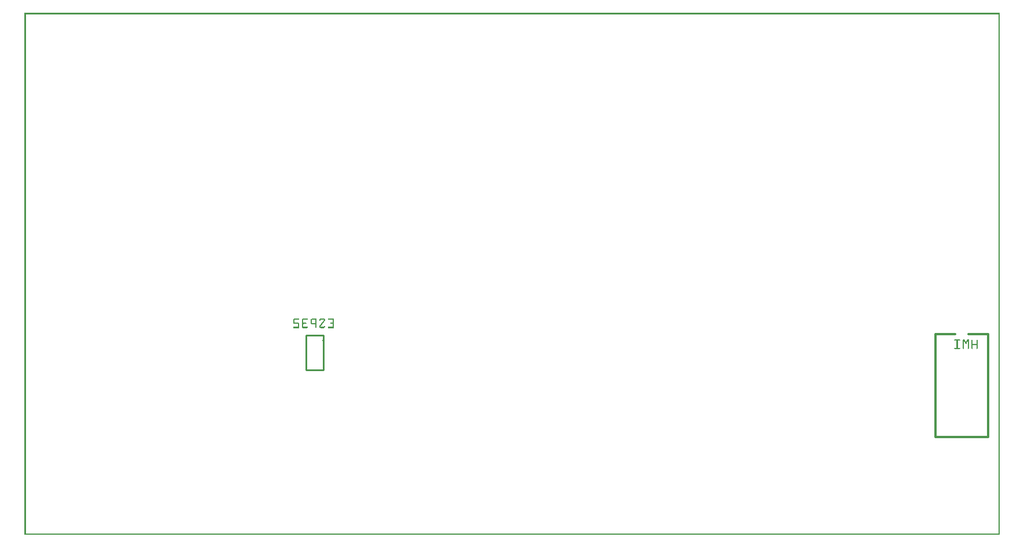
<source format=gbo>
G04 MADE WITH FRITZING*
G04 WWW.FRITZING.ORG*
G04 DOUBLE SIDED*
G04 HOLES PLATED*
G04 CONTOUR ON CENTER OF CONTOUR VECTOR*
%ASAXBY*%
%FSLAX23Y23*%
%MOIN*%
%OFA0B0*%
%SFA1.0B1.0*%
%ADD10C,0.013889*%
%ADD11C,0.010000*%
%ADD12R,0.001000X0.001000*%
%LNSILK0*%
G90*
G70*
G54D10*
X5551Y1161D02*
X5551Y566D01*
D02*
X5551Y566D02*
X5248Y566D01*
D02*
X5248Y566D02*
X5248Y1161D01*
D02*
X5551Y1161D02*
X5438Y1161D01*
D02*
X5362Y1161D02*
X5248Y1161D01*
G54D11*
D02*
X1722Y1153D02*
X1722Y953D01*
D02*
X1722Y953D02*
X1622Y953D01*
D02*
X1622Y953D02*
X1622Y1153D01*
D02*
X1622Y1153D02*
X1722Y1153D01*
G54D12*
X0Y3012D02*
X5620Y3012D01*
X0Y3011D02*
X5620Y3011D01*
X0Y3010D02*
X5620Y3010D01*
X0Y3009D02*
X5620Y3009D01*
X0Y3008D02*
X5620Y3008D01*
X0Y3007D02*
X5620Y3007D01*
X0Y3006D02*
X5620Y3006D01*
X0Y3005D02*
X5620Y3005D01*
X0Y3004D02*
X7Y3004D01*
X5613Y3004D02*
X5620Y3004D01*
X0Y3003D02*
X7Y3003D01*
X5613Y3003D02*
X5620Y3003D01*
X0Y3002D02*
X7Y3002D01*
X5613Y3002D02*
X5620Y3002D01*
X0Y3001D02*
X7Y3001D01*
X5613Y3001D02*
X5620Y3001D01*
X0Y3000D02*
X7Y3000D01*
X5613Y3000D02*
X5620Y3000D01*
X0Y2999D02*
X7Y2999D01*
X5613Y2999D02*
X5620Y2999D01*
X0Y2998D02*
X7Y2998D01*
X5613Y2998D02*
X5620Y2998D01*
X0Y2997D02*
X7Y2997D01*
X5613Y2997D02*
X5620Y2997D01*
X0Y2996D02*
X7Y2996D01*
X5613Y2996D02*
X5620Y2996D01*
X0Y2995D02*
X7Y2995D01*
X5613Y2995D02*
X5620Y2995D01*
X0Y2994D02*
X7Y2994D01*
X5613Y2994D02*
X5620Y2994D01*
X0Y2993D02*
X7Y2993D01*
X5613Y2993D02*
X5620Y2993D01*
X0Y2992D02*
X7Y2992D01*
X5613Y2992D02*
X5620Y2992D01*
X0Y2991D02*
X7Y2991D01*
X5613Y2991D02*
X5620Y2991D01*
X0Y2990D02*
X7Y2990D01*
X5613Y2990D02*
X5620Y2990D01*
X0Y2989D02*
X7Y2989D01*
X5613Y2989D02*
X5620Y2989D01*
X0Y2988D02*
X7Y2988D01*
X5613Y2988D02*
X5620Y2988D01*
X0Y2987D02*
X7Y2987D01*
X5613Y2987D02*
X5620Y2987D01*
X0Y2986D02*
X7Y2986D01*
X5613Y2986D02*
X5620Y2986D01*
X0Y2985D02*
X7Y2985D01*
X5613Y2985D02*
X5620Y2985D01*
X0Y2984D02*
X7Y2984D01*
X5613Y2984D02*
X5620Y2984D01*
X0Y2983D02*
X7Y2983D01*
X5613Y2983D02*
X5620Y2983D01*
X0Y2982D02*
X7Y2982D01*
X5613Y2982D02*
X5620Y2982D01*
X0Y2981D02*
X7Y2981D01*
X5613Y2981D02*
X5620Y2981D01*
X0Y2980D02*
X7Y2980D01*
X5613Y2980D02*
X5620Y2980D01*
X0Y2979D02*
X7Y2979D01*
X5613Y2979D02*
X5620Y2979D01*
X0Y2978D02*
X7Y2978D01*
X5613Y2978D02*
X5620Y2978D01*
X0Y2977D02*
X7Y2977D01*
X5613Y2977D02*
X5620Y2977D01*
X0Y2976D02*
X7Y2976D01*
X5613Y2976D02*
X5620Y2976D01*
X0Y2975D02*
X7Y2975D01*
X5613Y2975D02*
X5620Y2975D01*
X0Y2974D02*
X7Y2974D01*
X5613Y2974D02*
X5620Y2974D01*
X0Y2973D02*
X7Y2973D01*
X5613Y2973D02*
X5620Y2973D01*
X0Y2972D02*
X7Y2972D01*
X5613Y2972D02*
X5620Y2972D01*
X0Y2971D02*
X7Y2971D01*
X5613Y2971D02*
X5620Y2971D01*
X0Y2970D02*
X7Y2970D01*
X5613Y2970D02*
X5620Y2970D01*
X0Y2969D02*
X7Y2969D01*
X5613Y2969D02*
X5620Y2969D01*
X0Y2968D02*
X7Y2968D01*
X5613Y2968D02*
X5620Y2968D01*
X0Y2967D02*
X7Y2967D01*
X5613Y2967D02*
X5620Y2967D01*
X0Y2966D02*
X7Y2966D01*
X5613Y2966D02*
X5620Y2966D01*
X0Y2965D02*
X7Y2965D01*
X5613Y2965D02*
X5620Y2965D01*
X0Y2964D02*
X7Y2964D01*
X5613Y2964D02*
X5620Y2964D01*
X0Y2963D02*
X7Y2963D01*
X5613Y2963D02*
X5620Y2963D01*
X0Y2962D02*
X7Y2962D01*
X5613Y2962D02*
X5620Y2962D01*
X0Y2961D02*
X7Y2961D01*
X5613Y2961D02*
X5620Y2961D01*
X0Y2960D02*
X7Y2960D01*
X5613Y2960D02*
X5620Y2960D01*
X0Y2959D02*
X7Y2959D01*
X5613Y2959D02*
X5620Y2959D01*
X0Y2958D02*
X7Y2958D01*
X5613Y2958D02*
X5620Y2958D01*
X0Y2957D02*
X7Y2957D01*
X5613Y2957D02*
X5620Y2957D01*
X0Y2956D02*
X7Y2956D01*
X5613Y2956D02*
X5620Y2956D01*
X0Y2955D02*
X7Y2955D01*
X5613Y2955D02*
X5620Y2955D01*
X0Y2954D02*
X7Y2954D01*
X5613Y2954D02*
X5620Y2954D01*
X0Y2953D02*
X7Y2953D01*
X5613Y2953D02*
X5620Y2953D01*
X0Y2952D02*
X7Y2952D01*
X5613Y2952D02*
X5620Y2952D01*
X0Y2951D02*
X7Y2951D01*
X5613Y2951D02*
X5620Y2951D01*
X0Y2950D02*
X7Y2950D01*
X5613Y2950D02*
X5620Y2950D01*
X0Y2949D02*
X7Y2949D01*
X5613Y2949D02*
X5620Y2949D01*
X0Y2948D02*
X7Y2948D01*
X5613Y2948D02*
X5620Y2948D01*
X0Y2947D02*
X7Y2947D01*
X5613Y2947D02*
X5620Y2947D01*
X0Y2946D02*
X7Y2946D01*
X5613Y2946D02*
X5620Y2946D01*
X0Y2945D02*
X7Y2945D01*
X5613Y2945D02*
X5620Y2945D01*
X0Y2944D02*
X7Y2944D01*
X5613Y2944D02*
X5620Y2944D01*
X0Y2943D02*
X7Y2943D01*
X5613Y2943D02*
X5620Y2943D01*
X0Y2942D02*
X7Y2942D01*
X5613Y2942D02*
X5620Y2942D01*
X0Y2941D02*
X7Y2941D01*
X5613Y2941D02*
X5620Y2941D01*
X0Y2940D02*
X7Y2940D01*
X5613Y2940D02*
X5620Y2940D01*
X0Y2939D02*
X7Y2939D01*
X5613Y2939D02*
X5620Y2939D01*
X0Y2938D02*
X7Y2938D01*
X5613Y2938D02*
X5620Y2938D01*
X0Y2937D02*
X7Y2937D01*
X5613Y2937D02*
X5620Y2937D01*
X0Y2936D02*
X7Y2936D01*
X5613Y2936D02*
X5620Y2936D01*
X0Y2935D02*
X7Y2935D01*
X5613Y2935D02*
X5620Y2935D01*
X0Y2934D02*
X7Y2934D01*
X5613Y2934D02*
X5620Y2934D01*
X0Y2933D02*
X7Y2933D01*
X5613Y2933D02*
X5620Y2933D01*
X0Y2932D02*
X7Y2932D01*
X5613Y2932D02*
X5620Y2932D01*
X0Y2931D02*
X7Y2931D01*
X5613Y2931D02*
X5620Y2931D01*
X0Y2930D02*
X7Y2930D01*
X5613Y2930D02*
X5620Y2930D01*
X0Y2929D02*
X7Y2929D01*
X5613Y2929D02*
X5620Y2929D01*
X0Y2928D02*
X7Y2928D01*
X5613Y2928D02*
X5620Y2928D01*
X0Y2927D02*
X7Y2927D01*
X5613Y2927D02*
X5620Y2927D01*
X0Y2926D02*
X7Y2926D01*
X5613Y2926D02*
X5620Y2926D01*
X0Y2925D02*
X7Y2925D01*
X5613Y2925D02*
X5620Y2925D01*
X0Y2924D02*
X7Y2924D01*
X5613Y2924D02*
X5620Y2924D01*
X0Y2923D02*
X7Y2923D01*
X5613Y2923D02*
X5620Y2923D01*
X0Y2922D02*
X7Y2922D01*
X5613Y2922D02*
X5620Y2922D01*
X0Y2921D02*
X7Y2921D01*
X5613Y2921D02*
X5620Y2921D01*
X0Y2920D02*
X7Y2920D01*
X5613Y2920D02*
X5620Y2920D01*
X0Y2919D02*
X7Y2919D01*
X5613Y2919D02*
X5620Y2919D01*
X0Y2918D02*
X7Y2918D01*
X5613Y2918D02*
X5620Y2918D01*
X0Y2917D02*
X7Y2917D01*
X5613Y2917D02*
X5620Y2917D01*
X0Y2916D02*
X7Y2916D01*
X5613Y2916D02*
X5620Y2916D01*
X0Y2915D02*
X7Y2915D01*
X5613Y2915D02*
X5620Y2915D01*
X0Y2914D02*
X7Y2914D01*
X5613Y2914D02*
X5620Y2914D01*
X0Y2913D02*
X7Y2913D01*
X5613Y2913D02*
X5620Y2913D01*
X0Y2912D02*
X7Y2912D01*
X5613Y2912D02*
X5620Y2912D01*
X0Y2911D02*
X7Y2911D01*
X5613Y2911D02*
X5620Y2911D01*
X0Y2910D02*
X7Y2910D01*
X5613Y2910D02*
X5620Y2910D01*
X0Y2909D02*
X7Y2909D01*
X5613Y2909D02*
X5620Y2909D01*
X0Y2908D02*
X7Y2908D01*
X5613Y2908D02*
X5620Y2908D01*
X0Y2907D02*
X7Y2907D01*
X5613Y2907D02*
X5620Y2907D01*
X0Y2906D02*
X7Y2906D01*
X5613Y2906D02*
X5620Y2906D01*
X0Y2905D02*
X7Y2905D01*
X5613Y2905D02*
X5620Y2905D01*
X0Y2904D02*
X7Y2904D01*
X5613Y2904D02*
X5620Y2904D01*
X0Y2903D02*
X7Y2903D01*
X5613Y2903D02*
X5620Y2903D01*
X0Y2902D02*
X7Y2902D01*
X5613Y2902D02*
X5620Y2902D01*
X0Y2901D02*
X7Y2901D01*
X5613Y2901D02*
X5620Y2901D01*
X0Y2900D02*
X7Y2900D01*
X5613Y2900D02*
X5620Y2900D01*
X0Y2899D02*
X7Y2899D01*
X5613Y2899D02*
X5620Y2899D01*
X0Y2898D02*
X7Y2898D01*
X5613Y2898D02*
X5620Y2898D01*
X0Y2897D02*
X7Y2897D01*
X5613Y2897D02*
X5620Y2897D01*
X0Y2896D02*
X7Y2896D01*
X5613Y2896D02*
X5620Y2896D01*
X0Y2895D02*
X7Y2895D01*
X5613Y2895D02*
X5620Y2895D01*
X0Y2894D02*
X7Y2894D01*
X5613Y2894D02*
X5620Y2894D01*
X0Y2893D02*
X7Y2893D01*
X5613Y2893D02*
X5620Y2893D01*
X0Y2892D02*
X7Y2892D01*
X5613Y2892D02*
X5620Y2892D01*
X0Y2891D02*
X7Y2891D01*
X5613Y2891D02*
X5620Y2891D01*
X0Y2890D02*
X7Y2890D01*
X5613Y2890D02*
X5620Y2890D01*
X0Y2889D02*
X7Y2889D01*
X5613Y2889D02*
X5620Y2889D01*
X0Y2888D02*
X7Y2888D01*
X5613Y2888D02*
X5620Y2888D01*
X0Y2887D02*
X7Y2887D01*
X5613Y2887D02*
X5620Y2887D01*
X0Y2886D02*
X7Y2886D01*
X5613Y2886D02*
X5620Y2886D01*
X0Y2885D02*
X7Y2885D01*
X5613Y2885D02*
X5620Y2885D01*
X0Y2884D02*
X7Y2884D01*
X5613Y2884D02*
X5620Y2884D01*
X0Y2883D02*
X7Y2883D01*
X5613Y2883D02*
X5620Y2883D01*
X0Y2882D02*
X7Y2882D01*
X5613Y2882D02*
X5620Y2882D01*
X0Y2881D02*
X7Y2881D01*
X5613Y2881D02*
X5620Y2881D01*
X0Y2880D02*
X7Y2880D01*
X5613Y2880D02*
X5620Y2880D01*
X0Y2879D02*
X7Y2879D01*
X5613Y2879D02*
X5620Y2879D01*
X0Y2878D02*
X7Y2878D01*
X5613Y2878D02*
X5620Y2878D01*
X0Y2877D02*
X7Y2877D01*
X5613Y2877D02*
X5620Y2877D01*
X0Y2876D02*
X7Y2876D01*
X5613Y2876D02*
X5620Y2876D01*
X0Y2875D02*
X7Y2875D01*
X5613Y2875D02*
X5620Y2875D01*
X0Y2874D02*
X7Y2874D01*
X5613Y2874D02*
X5620Y2874D01*
X0Y2873D02*
X7Y2873D01*
X5613Y2873D02*
X5620Y2873D01*
X0Y2872D02*
X7Y2872D01*
X5613Y2872D02*
X5620Y2872D01*
X0Y2871D02*
X7Y2871D01*
X5613Y2871D02*
X5620Y2871D01*
X0Y2870D02*
X7Y2870D01*
X5613Y2870D02*
X5620Y2870D01*
X0Y2869D02*
X7Y2869D01*
X5613Y2869D02*
X5620Y2869D01*
X0Y2868D02*
X7Y2868D01*
X5613Y2868D02*
X5620Y2868D01*
X0Y2867D02*
X7Y2867D01*
X5613Y2867D02*
X5620Y2867D01*
X0Y2866D02*
X7Y2866D01*
X5613Y2866D02*
X5620Y2866D01*
X0Y2865D02*
X7Y2865D01*
X5613Y2865D02*
X5620Y2865D01*
X0Y2864D02*
X7Y2864D01*
X5613Y2864D02*
X5620Y2864D01*
X0Y2863D02*
X7Y2863D01*
X5613Y2863D02*
X5620Y2863D01*
X0Y2862D02*
X7Y2862D01*
X5613Y2862D02*
X5620Y2862D01*
X0Y2861D02*
X7Y2861D01*
X5613Y2861D02*
X5620Y2861D01*
X0Y2860D02*
X7Y2860D01*
X5613Y2860D02*
X5620Y2860D01*
X0Y2859D02*
X7Y2859D01*
X5613Y2859D02*
X5620Y2859D01*
X0Y2858D02*
X7Y2858D01*
X5613Y2858D02*
X5620Y2858D01*
X0Y2857D02*
X7Y2857D01*
X5613Y2857D02*
X5620Y2857D01*
X0Y2856D02*
X7Y2856D01*
X5613Y2856D02*
X5620Y2856D01*
X0Y2855D02*
X7Y2855D01*
X5613Y2855D02*
X5620Y2855D01*
X0Y2854D02*
X7Y2854D01*
X5613Y2854D02*
X5620Y2854D01*
X0Y2853D02*
X7Y2853D01*
X5613Y2853D02*
X5620Y2853D01*
X0Y2852D02*
X7Y2852D01*
X5613Y2852D02*
X5620Y2852D01*
X0Y2851D02*
X7Y2851D01*
X5613Y2851D02*
X5620Y2851D01*
X0Y2850D02*
X7Y2850D01*
X5613Y2850D02*
X5620Y2850D01*
X0Y2849D02*
X7Y2849D01*
X5613Y2849D02*
X5620Y2849D01*
X0Y2848D02*
X7Y2848D01*
X5613Y2848D02*
X5620Y2848D01*
X0Y2847D02*
X7Y2847D01*
X5613Y2847D02*
X5620Y2847D01*
X0Y2846D02*
X7Y2846D01*
X5613Y2846D02*
X5620Y2846D01*
X0Y2845D02*
X7Y2845D01*
X5613Y2845D02*
X5620Y2845D01*
X0Y2844D02*
X7Y2844D01*
X5613Y2844D02*
X5620Y2844D01*
X0Y2843D02*
X7Y2843D01*
X5613Y2843D02*
X5620Y2843D01*
X0Y2842D02*
X7Y2842D01*
X5613Y2842D02*
X5620Y2842D01*
X0Y2841D02*
X7Y2841D01*
X5613Y2841D02*
X5620Y2841D01*
X0Y2840D02*
X7Y2840D01*
X5613Y2840D02*
X5620Y2840D01*
X0Y2839D02*
X7Y2839D01*
X5613Y2839D02*
X5620Y2839D01*
X0Y2838D02*
X7Y2838D01*
X5613Y2838D02*
X5620Y2838D01*
X0Y2837D02*
X7Y2837D01*
X5613Y2837D02*
X5620Y2837D01*
X0Y2836D02*
X7Y2836D01*
X5613Y2836D02*
X5620Y2836D01*
X0Y2835D02*
X7Y2835D01*
X5613Y2835D02*
X5620Y2835D01*
X0Y2834D02*
X7Y2834D01*
X5613Y2834D02*
X5620Y2834D01*
X0Y2833D02*
X7Y2833D01*
X5613Y2833D02*
X5620Y2833D01*
X0Y2832D02*
X7Y2832D01*
X5613Y2832D02*
X5620Y2832D01*
X0Y2831D02*
X7Y2831D01*
X5613Y2831D02*
X5620Y2831D01*
X0Y2830D02*
X7Y2830D01*
X5613Y2830D02*
X5620Y2830D01*
X0Y2829D02*
X7Y2829D01*
X5613Y2829D02*
X5620Y2829D01*
X0Y2828D02*
X7Y2828D01*
X5613Y2828D02*
X5620Y2828D01*
X0Y2827D02*
X7Y2827D01*
X5613Y2827D02*
X5620Y2827D01*
X0Y2826D02*
X7Y2826D01*
X5613Y2826D02*
X5620Y2826D01*
X0Y2825D02*
X7Y2825D01*
X5613Y2825D02*
X5620Y2825D01*
X0Y2824D02*
X7Y2824D01*
X5613Y2824D02*
X5620Y2824D01*
X0Y2823D02*
X7Y2823D01*
X5613Y2823D02*
X5620Y2823D01*
X0Y2822D02*
X7Y2822D01*
X5613Y2822D02*
X5620Y2822D01*
X0Y2821D02*
X7Y2821D01*
X5613Y2821D02*
X5620Y2821D01*
X0Y2820D02*
X7Y2820D01*
X5613Y2820D02*
X5620Y2820D01*
X0Y2819D02*
X7Y2819D01*
X5613Y2819D02*
X5620Y2819D01*
X0Y2818D02*
X7Y2818D01*
X5613Y2818D02*
X5620Y2818D01*
X0Y2817D02*
X7Y2817D01*
X5613Y2817D02*
X5620Y2817D01*
X0Y2816D02*
X7Y2816D01*
X5613Y2816D02*
X5620Y2816D01*
X0Y2815D02*
X7Y2815D01*
X5613Y2815D02*
X5620Y2815D01*
X0Y2814D02*
X7Y2814D01*
X5613Y2814D02*
X5620Y2814D01*
X0Y2813D02*
X7Y2813D01*
X5613Y2813D02*
X5620Y2813D01*
X0Y2812D02*
X7Y2812D01*
X5613Y2812D02*
X5620Y2812D01*
X0Y2811D02*
X7Y2811D01*
X5613Y2811D02*
X5620Y2811D01*
X0Y2810D02*
X7Y2810D01*
X5613Y2810D02*
X5620Y2810D01*
X0Y2809D02*
X7Y2809D01*
X5613Y2809D02*
X5620Y2809D01*
X0Y2808D02*
X7Y2808D01*
X5613Y2808D02*
X5620Y2808D01*
X0Y2807D02*
X7Y2807D01*
X5613Y2807D02*
X5620Y2807D01*
X0Y2806D02*
X7Y2806D01*
X5613Y2806D02*
X5620Y2806D01*
X0Y2805D02*
X7Y2805D01*
X5613Y2805D02*
X5620Y2805D01*
X0Y2804D02*
X7Y2804D01*
X5613Y2804D02*
X5620Y2804D01*
X0Y2803D02*
X7Y2803D01*
X5613Y2803D02*
X5620Y2803D01*
X0Y2802D02*
X7Y2802D01*
X5613Y2802D02*
X5620Y2802D01*
X0Y2801D02*
X7Y2801D01*
X5613Y2801D02*
X5620Y2801D01*
X0Y2800D02*
X7Y2800D01*
X5613Y2800D02*
X5620Y2800D01*
X0Y2799D02*
X7Y2799D01*
X5613Y2799D02*
X5620Y2799D01*
X0Y2798D02*
X7Y2798D01*
X5613Y2798D02*
X5620Y2798D01*
X0Y2797D02*
X7Y2797D01*
X5613Y2797D02*
X5620Y2797D01*
X0Y2796D02*
X7Y2796D01*
X5613Y2796D02*
X5620Y2796D01*
X0Y2795D02*
X7Y2795D01*
X5613Y2795D02*
X5620Y2795D01*
X0Y2794D02*
X7Y2794D01*
X5613Y2794D02*
X5620Y2794D01*
X0Y2793D02*
X7Y2793D01*
X5613Y2793D02*
X5620Y2793D01*
X0Y2792D02*
X7Y2792D01*
X5613Y2792D02*
X5620Y2792D01*
X0Y2791D02*
X7Y2791D01*
X5613Y2791D02*
X5620Y2791D01*
X0Y2790D02*
X7Y2790D01*
X5613Y2790D02*
X5620Y2790D01*
X0Y2789D02*
X7Y2789D01*
X5613Y2789D02*
X5620Y2789D01*
X0Y2788D02*
X7Y2788D01*
X5613Y2788D02*
X5620Y2788D01*
X0Y2787D02*
X7Y2787D01*
X5613Y2787D02*
X5620Y2787D01*
X0Y2786D02*
X7Y2786D01*
X5613Y2786D02*
X5620Y2786D01*
X0Y2785D02*
X7Y2785D01*
X5613Y2785D02*
X5620Y2785D01*
X0Y2784D02*
X7Y2784D01*
X5613Y2784D02*
X5620Y2784D01*
X0Y2783D02*
X7Y2783D01*
X5613Y2783D02*
X5620Y2783D01*
X0Y2782D02*
X7Y2782D01*
X5613Y2782D02*
X5620Y2782D01*
X0Y2781D02*
X7Y2781D01*
X5613Y2781D02*
X5620Y2781D01*
X0Y2780D02*
X7Y2780D01*
X5613Y2780D02*
X5620Y2780D01*
X0Y2779D02*
X7Y2779D01*
X5613Y2779D02*
X5620Y2779D01*
X0Y2778D02*
X7Y2778D01*
X5613Y2778D02*
X5620Y2778D01*
X0Y2777D02*
X7Y2777D01*
X5613Y2777D02*
X5620Y2777D01*
X0Y2776D02*
X7Y2776D01*
X5613Y2776D02*
X5620Y2776D01*
X0Y2775D02*
X7Y2775D01*
X5613Y2775D02*
X5620Y2775D01*
X0Y2774D02*
X7Y2774D01*
X5613Y2774D02*
X5620Y2774D01*
X0Y2773D02*
X7Y2773D01*
X5613Y2773D02*
X5620Y2773D01*
X0Y2772D02*
X7Y2772D01*
X5613Y2772D02*
X5620Y2772D01*
X0Y2771D02*
X7Y2771D01*
X5613Y2771D02*
X5620Y2771D01*
X0Y2770D02*
X7Y2770D01*
X5613Y2770D02*
X5620Y2770D01*
X0Y2769D02*
X7Y2769D01*
X5613Y2769D02*
X5620Y2769D01*
X0Y2768D02*
X7Y2768D01*
X5613Y2768D02*
X5620Y2768D01*
X0Y2767D02*
X7Y2767D01*
X5613Y2767D02*
X5620Y2767D01*
X0Y2766D02*
X7Y2766D01*
X5613Y2766D02*
X5620Y2766D01*
X0Y2765D02*
X7Y2765D01*
X5613Y2765D02*
X5620Y2765D01*
X0Y2764D02*
X7Y2764D01*
X5613Y2764D02*
X5620Y2764D01*
X0Y2763D02*
X7Y2763D01*
X5613Y2763D02*
X5620Y2763D01*
X0Y2762D02*
X7Y2762D01*
X5613Y2762D02*
X5620Y2762D01*
X0Y2761D02*
X7Y2761D01*
X5613Y2761D02*
X5620Y2761D01*
X0Y2760D02*
X7Y2760D01*
X5613Y2760D02*
X5620Y2760D01*
X0Y2759D02*
X7Y2759D01*
X5613Y2759D02*
X5620Y2759D01*
X0Y2758D02*
X7Y2758D01*
X5613Y2758D02*
X5620Y2758D01*
X0Y2757D02*
X7Y2757D01*
X5613Y2757D02*
X5620Y2757D01*
X0Y2756D02*
X7Y2756D01*
X5613Y2756D02*
X5620Y2756D01*
X0Y2755D02*
X7Y2755D01*
X5613Y2755D02*
X5620Y2755D01*
X0Y2754D02*
X7Y2754D01*
X5613Y2754D02*
X5620Y2754D01*
X0Y2753D02*
X7Y2753D01*
X5613Y2753D02*
X5620Y2753D01*
X0Y2752D02*
X7Y2752D01*
X5613Y2752D02*
X5620Y2752D01*
X0Y2751D02*
X7Y2751D01*
X5613Y2751D02*
X5620Y2751D01*
X0Y2750D02*
X7Y2750D01*
X5613Y2750D02*
X5620Y2750D01*
X0Y2749D02*
X7Y2749D01*
X5613Y2749D02*
X5620Y2749D01*
X0Y2748D02*
X7Y2748D01*
X5613Y2748D02*
X5620Y2748D01*
X0Y2747D02*
X7Y2747D01*
X5613Y2747D02*
X5620Y2747D01*
X0Y2746D02*
X7Y2746D01*
X5613Y2746D02*
X5620Y2746D01*
X0Y2745D02*
X7Y2745D01*
X5613Y2745D02*
X5620Y2745D01*
X0Y2744D02*
X7Y2744D01*
X5613Y2744D02*
X5620Y2744D01*
X0Y2743D02*
X7Y2743D01*
X5613Y2743D02*
X5620Y2743D01*
X0Y2742D02*
X7Y2742D01*
X5613Y2742D02*
X5620Y2742D01*
X0Y2741D02*
X7Y2741D01*
X5613Y2741D02*
X5620Y2741D01*
X0Y2740D02*
X7Y2740D01*
X5613Y2740D02*
X5620Y2740D01*
X0Y2739D02*
X7Y2739D01*
X5613Y2739D02*
X5620Y2739D01*
X0Y2738D02*
X7Y2738D01*
X5613Y2738D02*
X5620Y2738D01*
X0Y2737D02*
X7Y2737D01*
X5613Y2737D02*
X5620Y2737D01*
X0Y2736D02*
X7Y2736D01*
X5613Y2736D02*
X5620Y2736D01*
X0Y2735D02*
X7Y2735D01*
X5613Y2735D02*
X5620Y2735D01*
X0Y2734D02*
X7Y2734D01*
X5613Y2734D02*
X5620Y2734D01*
X0Y2733D02*
X7Y2733D01*
X5613Y2733D02*
X5620Y2733D01*
X0Y2732D02*
X7Y2732D01*
X5613Y2732D02*
X5620Y2732D01*
X0Y2731D02*
X7Y2731D01*
X5613Y2731D02*
X5620Y2731D01*
X0Y2730D02*
X7Y2730D01*
X5613Y2730D02*
X5620Y2730D01*
X0Y2729D02*
X7Y2729D01*
X5613Y2729D02*
X5620Y2729D01*
X0Y2728D02*
X7Y2728D01*
X5613Y2728D02*
X5620Y2728D01*
X0Y2727D02*
X7Y2727D01*
X5613Y2727D02*
X5620Y2727D01*
X0Y2726D02*
X7Y2726D01*
X5613Y2726D02*
X5620Y2726D01*
X0Y2725D02*
X7Y2725D01*
X5613Y2725D02*
X5620Y2725D01*
X0Y2724D02*
X7Y2724D01*
X5613Y2724D02*
X5620Y2724D01*
X0Y2723D02*
X7Y2723D01*
X5613Y2723D02*
X5620Y2723D01*
X0Y2722D02*
X7Y2722D01*
X5613Y2722D02*
X5620Y2722D01*
X0Y2721D02*
X7Y2721D01*
X5613Y2721D02*
X5620Y2721D01*
X0Y2720D02*
X7Y2720D01*
X5613Y2720D02*
X5620Y2720D01*
X0Y2719D02*
X7Y2719D01*
X5613Y2719D02*
X5620Y2719D01*
X0Y2718D02*
X7Y2718D01*
X5613Y2718D02*
X5620Y2718D01*
X0Y2717D02*
X7Y2717D01*
X5613Y2717D02*
X5620Y2717D01*
X0Y2716D02*
X7Y2716D01*
X5613Y2716D02*
X5620Y2716D01*
X0Y2715D02*
X7Y2715D01*
X5613Y2715D02*
X5620Y2715D01*
X0Y2714D02*
X7Y2714D01*
X5613Y2714D02*
X5620Y2714D01*
X0Y2713D02*
X7Y2713D01*
X5613Y2713D02*
X5620Y2713D01*
X0Y2712D02*
X7Y2712D01*
X5613Y2712D02*
X5620Y2712D01*
X0Y2711D02*
X7Y2711D01*
X5613Y2711D02*
X5620Y2711D01*
X0Y2710D02*
X7Y2710D01*
X5613Y2710D02*
X5620Y2710D01*
X0Y2709D02*
X7Y2709D01*
X5613Y2709D02*
X5620Y2709D01*
X0Y2708D02*
X7Y2708D01*
X5613Y2708D02*
X5620Y2708D01*
X0Y2707D02*
X7Y2707D01*
X5613Y2707D02*
X5620Y2707D01*
X0Y2706D02*
X7Y2706D01*
X5613Y2706D02*
X5620Y2706D01*
X0Y2705D02*
X7Y2705D01*
X5613Y2705D02*
X5620Y2705D01*
X0Y2704D02*
X7Y2704D01*
X5613Y2704D02*
X5620Y2704D01*
X0Y2703D02*
X7Y2703D01*
X5613Y2703D02*
X5620Y2703D01*
X0Y2702D02*
X7Y2702D01*
X5613Y2702D02*
X5620Y2702D01*
X0Y2701D02*
X7Y2701D01*
X5613Y2701D02*
X5620Y2701D01*
X0Y2700D02*
X7Y2700D01*
X5613Y2700D02*
X5620Y2700D01*
X0Y2699D02*
X7Y2699D01*
X5613Y2699D02*
X5620Y2699D01*
X0Y2698D02*
X7Y2698D01*
X5613Y2698D02*
X5620Y2698D01*
X0Y2697D02*
X7Y2697D01*
X5613Y2697D02*
X5620Y2697D01*
X0Y2696D02*
X7Y2696D01*
X5613Y2696D02*
X5620Y2696D01*
X0Y2695D02*
X7Y2695D01*
X5613Y2695D02*
X5620Y2695D01*
X0Y2694D02*
X7Y2694D01*
X5613Y2694D02*
X5620Y2694D01*
X0Y2693D02*
X7Y2693D01*
X5613Y2693D02*
X5620Y2693D01*
X0Y2692D02*
X7Y2692D01*
X5613Y2692D02*
X5620Y2692D01*
X0Y2691D02*
X7Y2691D01*
X5613Y2691D02*
X5620Y2691D01*
X0Y2690D02*
X7Y2690D01*
X5613Y2690D02*
X5620Y2690D01*
X0Y2689D02*
X7Y2689D01*
X5613Y2689D02*
X5620Y2689D01*
X0Y2688D02*
X7Y2688D01*
X5613Y2688D02*
X5620Y2688D01*
X0Y2687D02*
X7Y2687D01*
X5613Y2687D02*
X5620Y2687D01*
X0Y2686D02*
X7Y2686D01*
X5613Y2686D02*
X5620Y2686D01*
X0Y2685D02*
X7Y2685D01*
X5613Y2685D02*
X5620Y2685D01*
X0Y2684D02*
X7Y2684D01*
X5613Y2684D02*
X5620Y2684D01*
X0Y2683D02*
X7Y2683D01*
X5613Y2683D02*
X5620Y2683D01*
X0Y2682D02*
X7Y2682D01*
X5613Y2682D02*
X5620Y2682D01*
X0Y2681D02*
X7Y2681D01*
X5613Y2681D02*
X5620Y2681D01*
X0Y2680D02*
X7Y2680D01*
X5613Y2680D02*
X5620Y2680D01*
X0Y2679D02*
X7Y2679D01*
X5613Y2679D02*
X5620Y2679D01*
X0Y2678D02*
X7Y2678D01*
X5613Y2678D02*
X5620Y2678D01*
X0Y2677D02*
X7Y2677D01*
X5613Y2677D02*
X5620Y2677D01*
X0Y2676D02*
X7Y2676D01*
X5613Y2676D02*
X5620Y2676D01*
X0Y2675D02*
X7Y2675D01*
X5613Y2675D02*
X5620Y2675D01*
X0Y2674D02*
X7Y2674D01*
X5613Y2674D02*
X5620Y2674D01*
X0Y2673D02*
X7Y2673D01*
X5613Y2673D02*
X5620Y2673D01*
X0Y2672D02*
X7Y2672D01*
X5613Y2672D02*
X5620Y2672D01*
X0Y2671D02*
X7Y2671D01*
X5613Y2671D02*
X5620Y2671D01*
X0Y2670D02*
X7Y2670D01*
X5613Y2670D02*
X5620Y2670D01*
X0Y2669D02*
X7Y2669D01*
X5613Y2669D02*
X5620Y2669D01*
X0Y2668D02*
X7Y2668D01*
X5613Y2668D02*
X5620Y2668D01*
X0Y2667D02*
X7Y2667D01*
X5613Y2667D02*
X5620Y2667D01*
X0Y2666D02*
X7Y2666D01*
X5613Y2666D02*
X5620Y2666D01*
X0Y2665D02*
X7Y2665D01*
X5613Y2665D02*
X5620Y2665D01*
X0Y2664D02*
X7Y2664D01*
X5613Y2664D02*
X5620Y2664D01*
X0Y2663D02*
X7Y2663D01*
X5613Y2663D02*
X5620Y2663D01*
X0Y2662D02*
X7Y2662D01*
X5613Y2662D02*
X5620Y2662D01*
X0Y2661D02*
X7Y2661D01*
X5613Y2661D02*
X5620Y2661D01*
X0Y2660D02*
X7Y2660D01*
X5613Y2660D02*
X5620Y2660D01*
X0Y2659D02*
X7Y2659D01*
X5613Y2659D02*
X5620Y2659D01*
X0Y2658D02*
X7Y2658D01*
X5613Y2658D02*
X5620Y2658D01*
X0Y2657D02*
X7Y2657D01*
X5613Y2657D02*
X5620Y2657D01*
X0Y2656D02*
X7Y2656D01*
X5613Y2656D02*
X5620Y2656D01*
X0Y2655D02*
X7Y2655D01*
X5613Y2655D02*
X5620Y2655D01*
X0Y2654D02*
X7Y2654D01*
X5613Y2654D02*
X5620Y2654D01*
X0Y2653D02*
X7Y2653D01*
X5613Y2653D02*
X5620Y2653D01*
X0Y2652D02*
X7Y2652D01*
X5613Y2652D02*
X5620Y2652D01*
X0Y2651D02*
X7Y2651D01*
X5613Y2651D02*
X5620Y2651D01*
X0Y2650D02*
X7Y2650D01*
X5613Y2650D02*
X5620Y2650D01*
X0Y2649D02*
X7Y2649D01*
X5613Y2649D02*
X5620Y2649D01*
X0Y2648D02*
X7Y2648D01*
X5613Y2648D02*
X5620Y2648D01*
X0Y2647D02*
X7Y2647D01*
X5613Y2647D02*
X5620Y2647D01*
X0Y2646D02*
X7Y2646D01*
X5613Y2646D02*
X5620Y2646D01*
X0Y2645D02*
X7Y2645D01*
X5613Y2645D02*
X5620Y2645D01*
X0Y2644D02*
X7Y2644D01*
X5613Y2644D02*
X5620Y2644D01*
X0Y2643D02*
X7Y2643D01*
X5613Y2643D02*
X5620Y2643D01*
X0Y2642D02*
X7Y2642D01*
X5613Y2642D02*
X5620Y2642D01*
X0Y2641D02*
X7Y2641D01*
X5613Y2641D02*
X5620Y2641D01*
X0Y2640D02*
X7Y2640D01*
X5613Y2640D02*
X5620Y2640D01*
X0Y2639D02*
X7Y2639D01*
X5613Y2639D02*
X5620Y2639D01*
X0Y2638D02*
X7Y2638D01*
X5613Y2638D02*
X5620Y2638D01*
X0Y2637D02*
X7Y2637D01*
X5613Y2637D02*
X5620Y2637D01*
X0Y2636D02*
X7Y2636D01*
X5613Y2636D02*
X5620Y2636D01*
X0Y2635D02*
X7Y2635D01*
X5613Y2635D02*
X5620Y2635D01*
X0Y2634D02*
X7Y2634D01*
X5613Y2634D02*
X5620Y2634D01*
X0Y2633D02*
X7Y2633D01*
X5613Y2633D02*
X5620Y2633D01*
X0Y2632D02*
X7Y2632D01*
X5613Y2632D02*
X5620Y2632D01*
X0Y2631D02*
X7Y2631D01*
X5613Y2631D02*
X5620Y2631D01*
X0Y2630D02*
X7Y2630D01*
X5613Y2630D02*
X5620Y2630D01*
X0Y2629D02*
X7Y2629D01*
X5613Y2629D02*
X5620Y2629D01*
X0Y2628D02*
X7Y2628D01*
X5613Y2628D02*
X5620Y2628D01*
X0Y2627D02*
X7Y2627D01*
X5613Y2627D02*
X5620Y2627D01*
X0Y2626D02*
X7Y2626D01*
X5613Y2626D02*
X5620Y2626D01*
X0Y2625D02*
X7Y2625D01*
X5613Y2625D02*
X5620Y2625D01*
X0Y2624D02*
X7Y2624D01*
X5613Y2624D02*
X5620Y2624D01*
X0Y2623D02*
X7Y2623D01*
X5613Y2623D02*
X5620Y2623D01*
X0Y2622D02*
X7Y2622D01*
X5613Y2622D02*
X5620Y2622D01*
X0Y2621D02*
X7Y2621D01*
X5613Y2621D02*
X5620Y2621D01*
X0Y2620D02*
X7Y2620D01*
X5613Y2620D02*
X5620Y2620D01*
X0Y2619D02*
X7Y2619D01*
X5613Y2619D02*
X5620Y2619D01*
X0Y2618D02*
X7Y2618D01*
X5613Y2618D02*
X5620Y2618D01*
X0Y2617D02*
X7Y2617D01*
X5613Y2617D02*
X5620Y2617D01*
X0Y2616D02*
X7Y2616D01*
X5613Y2616D02*
X5620Y2616D01*
X0Y2615D02*
X7Y2615D01*
X5613Y2615D02*
X5620Y2615D01*
X0Y2614D02*
X7Y2614D01*
X5613Y2614D02*
X5620Y2614D01*
X0Y2613D02*
X7Y2613D01*
X5613Y2613D02*
X5620Y2613D01*
X0Y2612D02*
X7Y2612D01*
X5613Y2612D02*
X5620Y2612D01*
X0Y2611D02*
X7Y2611D01*
X5613Y2611D02*
X5620Y2611D01*
X0Y2610D02*
X7Y2610D01*
X5613Y2610D02*
X5620Y2610D01*
X0Y2609D02*
X7Y2609D01*
X5613Y2609D02*
X5620Y2609D01*
X0Y2608D02*
X7Y2608D01*
X5613Y2608D02*
X5620Y2608D01*
X0Y2607D02*
X7Y2607D01*
X5613Y2607D02*
X5620Y2607D01*
X0Y2606D02*
X7Y2606D01*
X5613Y2606D02*
X5620Y2606D01*
X0Y2605D02*
X7Y2605D01*
X5613Y2605D02*
X5620Y2605D01*
X0Y2604D02*
X7Y2604D01*
X5613Y2604D02*
X5620Y2604D01*
X0Y2603D02*
X7Y2603D01*
X5613Y2603D02*
X5620Y2603D01*
X0Y2602D02*
X7Y2602D01*
X5613Y2602D02*
X5620Y2602D01*
X0Y2601D02*
X7Y2601D01*
X5613Y2601D02*
X5620Y2601D01*
X0Y2600D02*
X7Y2600D01*
X5613Y2600D02*
X5620Y2600D01*
X0Y2599D02*
X7Y2599D01*
X5613Y2599D02*
X5620Y2599D01*
X0Y2598D02*
X7Y2598D01*
X5613Y2598D02*
X5620Y2598D01*
X0Y2597D02*
X7Y2597D01*
X5613Y2597D02*
X5620Y2597D01*
X0Y2596D02*
X7Y2596D01*
X5613Y2596D02*
X5620Y2596D01*
X0Y2595D02*
X7Y2595D01*
X5613Y2595D02*
X5620Y2595D01*
X0Y2594D02*
X7Y2594D01*
X5613Y2594D02*
X5620Y2594D01*
X0Y2593D02*
X7Y2593D01*
X5613Y2593D02*
X5620Y2593D01*
X0Y2592D02*
X7Y2592D01*
X5613Y2592D02*
X5620Y2592D01*
X0Y2591D02*
X7Y2591D01*
X5613Y2591D02*
X5620Y2591D01*
X0Y2590D02*
X7Y2590D01*
X5613Y2590D02*
X5620Y2590D01*
X0Y2589D02*
X7Y2589D01*
X5613Y2589D02*
X5620Y2589D01*
X0Y2588D02*
X7Y2588D01*
X5613Y2588D02*
X5620Y2588D01*
X0Y2587D02*
X7Y2587D01*
X5613Y2587D02*
X5620Y2587D01*
X0Y2586D02*
X7Y2586D01*
X5613Y2586D02*
X5620Y2586D01*
X0Y2585D02*
X7Y2585D01*
X5613Y2585D02*
X5620Y2585D01*
X0Y2584D02*
X7Y2584D01*
X5613Y2584D02*
X5620Y2584D01*
X0Y2583D02*
X7Y2583D01*
X5613Y2583D02*
X5620Y2583D01*
X0Y2582D02*
X7Y2582D01*
X5613Y2582D02*
X5620Y2582D01*
X0Y2581D02*
X7Y2581D01*
X5613Y2581D02*
X5620Y2581D01*
X0Y2580D02*
X7Y2580D01*
X5613Y2580D02*
X5620Y2580D01*
X0Y2579D02*
X7Y2579D01*
X5613Y2579D02*
X5620Y2579D01*
X0Y2578D02*
X7Y2578D01*
X5613Y2578D02*
X5620Y2578D01*
X0Y2577D02*
X7Y2577D01*
X5613Y2577D02*
X5620Y2577D01*
X0Y2576D02*
X7Y2576D01*
X5613Y2576D02*
X5620Y2576D01*
X0Y2575D02*
X7Y2575D01*
X5613Y2575D02*
X5620Y2575D01*
X0Y2574D02*
X7Y2574D01*
X5613Y2574D02*
X5620Y2574D01*
X0Y2573D02*
X7Y2573D01*
X5613Y2573D02*
X5620Y2573D01*
X0Y2572D02*
X7Y2572D01*
X5613Y2572D02*
X5620Y2572D01*
X0Y2571D02*
X7Y2571D01*
X5613Y2571D02*
X5620Y2571D01*
X0Y2570D02*
X7Y2570D01*
X5613Y2570D02*
X5620Y2570D01*
X0Y2569D02*
X7Y2569D01*
X5613Y2569D02*
X5620Y2569D01*
X0Y2568D02*
X7Y2568D01*
X5613Y2568D02*
X5620Y2568D01*
X0Y2567D02*
X7Y2567D01*
X5613Y2567D02*
X5620Y2567D01*
X0Y2566D02*
X7Y2566D01*
X5613Y2566D02*
X5620Y2566D01*
X0Y2565D02*
X7Y2565D01*
X5613Y2565D02*
X5620Y2565D01*
X0Y2564D02*
X7Y2564D01*
X5613Y2564D02*
X5620Y2564D01*
X0Y2563D02*
X7Y2563D01*
X5613Y2563D02*
X5620Y2563D01*
X0Y2562D02*
X7Y2562D01*
X5613Y2562D02*
X5620Y2562D01*
X0Y2561D02*
X7Y2561D01*
X5613Y2561D02*
X5620Y2561D01*
X0Y2560D02*
X7Y2560D01*
X5613Y2560D02*
X5620Y2560D01*
X0Y2559D02*
X7Y2559D01*
X5613Y2559D02*
X5620Y2559D01*
X0Y2558D02*
X7Y2558D01*
X5613Y2558D02*
X5620Y2558D01*
X0Y2557D02*
X7Y2557D01*
X5613Y2557D02*
X5620Y2557D01*
X0Y2556D02*
X7Y2556D01*
X5613Y2556D02*
X5620Y2556D01*
X0Y2555D02*
X7Y2555D01*
X5613Y2555D02*
X5620Y2555D01*
X0Y2554D02*
X7Y2554D01*
X5613Y2554D02*
X5620Y2554D01*
X0Y2553D02*
X7Y2553D01*
X5613Y2553D02*
X5620Y2553D01*
X0Y2552D02*
X7Y2552D01*
X5613Y2552D02*
X5620Y2552D01*
X0Y2551D02*
X7Y2551D01*
X5613Y2551D02*
X5620Y2551D01*
X0Y2550D02*
X7Y2550D01*
X5613Y2550D02*
X5620Y2550D01*
X0Y2549D02*
X7Y2549D01*
X5613Y2549D02*
X5620Y2549D01*
X0Y2548D02*
X7Y2548D01*
X5613Y2548D02*
X5620Y2548D01*
X0Y2547D02*
X7Y2547D01*
X5613Y2547D02*
X5620Y2547D01*
X0Y2546D02*
X7Y2546D01*
X5613Y2546D02*
X5620Y2546D01*
X0Y2545D02*
X7Y2545D01*
X5613Y2545D02*
X5620Y2545D01*
X0Y2544D02*
X7Y2544D01*
X5613Y2544D02*
X5620Y2544D01*
X0Y2543D02*
X7Y2543D01*
X5613Y2543D02*
X5620Y2543D01*
X0Y2542D02*
X7Y2542D01*
X5613Y2542D02*
X5620Y2542D01*
X0Y2541D02*
X7Y2541D01*
X5613Y2541D02*
X5620Y2541D01*
X0Y2540D02*
X7Y2540D01*
X5613Y2540D02*
X5620Y2540D01*
X0Y2539D02*
X7Y2539D01*
X5613Y2539D02*
X5620Y2539D01*
X0Y2538D02*
X7Y2538D01*
X5613Y2538D02*
X5620Y2538D01*
X0Y2537D02*
X7Y2537D01*
X5613Y2537D02*
X5620Y2537D01*
X0Y2536D02*
X7Y2536D01*
X5613Y2536D02*
X5620Y2536D01*
X0Y2535D02*
X7Y2535D01*
X5613Y2535D02*
X5620Y2535D01*
X0Y2534D02*
X7Y2534D01*
X5613Y2534D02*
X5620Y2534D01*
X0Y2533D02*
X7Y2533D01*
X5613Y2533D02*
X5620Y2533D01*
X0Y2532D02*
X7Y2532D01*
X5613Y2532D02*
X5620Y2532D01*
X0Y2531D02*
X7Y2531D01*
X5613Y2531D02*
X5620Y2531D01*
X0Y2530D02*
X7Y2530D01*
X5613Y2530D02*
X5620Y2530D01*
X0Y2529D02*
X7Y2529D01*
X5613Y2529D02*
X5620Y2529D01*
X0Y2528D02*
X7Y2528D01*
X5613Y2528D02*
X5620Y2528D01*
X0Y2527D02*
X7Y2527D01*
X5613Y2527D02*
X5620Y2527D01*
X0Y2526D02*
X7Y2526D01*
X5613Y2526D02*
X5620Y2526D01*
X0Y2525D02*
X7Y2525D01*
X5613Y2525D02*
X5620Y2525D01*
X0Y2524D02*
X7Y2524D01*
X5613Y2524D02*
X5620Y2524D01*
X0Y2523D02*
X7Y2523D01*
X5613Y2523D02*
X5620Y2523D01*
X0Y2522D02*
X7Y2522D01*
X5613Y2522D02*
X5620Y2522D01*
X0Y2521D02*
X7Y2521D01*
X5613Y2521D02*
X5620Y2521D01*
X0Y2520D02*
X7Y2520D01*
X5613Y2520D02*
X5620Y2520D01*
X0Y2519D02*
X7Y2519D01*
X5613Y2519D02*
X5620Y2519D01*
X0Y2518D02*
X7Y2518D01*
X5613Y2518D02*
X5620Y2518D01*
X0Y2517D02*
X7Y2517D01*
X5613Y2517D02*
X5620Y2517D01*
X0Y2516D02*
X7Y2516D01*
X5613Y2516D02*
X5620Y2516D01*
X0Y2515D02*
X7Y2515D01*
X5613Y2515D02*
X5620Y2515D01*
X0Y2514D02*
X7Y2514D01*
X5613Y2514D02*
X5620Y2514D01*
X0Y2513D02*
X7Y2513D01*
X5613Y2513D02*
X5620Y2513D01*
X0Y2512D02*
X7Y2512D01*
X5613Y2512D02*
X5620Y2512D01*
X0Y2511D02*
X7Y2511D01*
X5613Y2511D02*
X5620Y2511D01*
X0Y2510D02*
X7Y2510D01*
X5613Y2510D02*
X5620Y2510D01*
X0Y2509D02*
X7Y2509D01*
X5613Y2509D02*
X5620Y2509D01*
X0Y2508D02*
X7Y2508D01*
X5613Y2508D02*
X5620Y2508D01*
X0Y2507D02*
X7Y2507D01*
X5613Y2507D02*
X5620Y2507D01*
X0Y2506D02*
X7Y2506D01*
X5613Y2506D02*
X5620Y2506D01*
X0Y2505D02*
X7Y2505D01*
X5613Y2505D02*
X5620Y2505D01*
X0Y2504D02*
X7Y2504D01*
X5613Y2504D02*
X5620Y2504D01*
X0Y2503D02*
X7Y2503D01*
X5613Y2503D02*
X5620Y2503D01*
X0Y2502D02*
X7Y2502D01*
X5613Y2502D02*
X5620Y2502D01*
X0Y2501D02*
X7Y2501D01*
X5613Y2501D02*
X5620Y2501D01*
X0Y2500D02*
X7Y2500D01*
X5613Y2500D02*
X5620Y2500D01*
X0Y2499D02*
X7Y2499D01*
X5613Y2499D02*
X5620Y2499D01*
X0Y2498D02*
X7Y2498D01*
X5613Y2498D02*
X5620Y2498D01*
X0Y2497D02*
X7Y2497D01*
X5613Y2497D02*
X5620Y2497D01*
X0Y2496D02*
X7Y2496D01*
X5613Y2496D02*
X5620Y2496D01*
X0Y2495D02*
X7Y2495D01*
X5613Y2495D02*
X5620Y2495D01*
X0Y2494D02*
X7Y2494D01*
X5613Y2494D02*
X5620Y2494D01*
X0Y2493D02*
X7Y2493D01*
X5613Y2493D02*
X5620Y2493D01*
X0Y2492D02*
X7Y2492D01*
X5613Y2492D02*
X5620Y2492D01*
X0Y2491D02*
X7Y2491D01*
X5613Y2491D02*
X5620Y2491D01*
X0Y2490D02*
X7Y2490D01*
X5613Y2490D02*
X5620Y2490D01*
X0Y2489D02*
X7Y2489D01*
X5613Y2489D02*
X5620Y2489D01*
X0Y2488D02*
X7Y2488D01*
X5613Y2488D02*
X5620Y2488D01*
X0Y2487D02*
X7Y2487D01*
X5613Y2487D02*
X5620Y2487D01*
X0Y2486D02*
X7Y2486D01*
X5613Y2486D02*
X5620Y2486D01*
X0Y2485D02*
X7Y2485D01*
X5613Y2485D02*
X5620Y2485D01*
X0Y2484D02*
X7Y2484D01*
X5613Y2484D02*
X5620Y2484D01*
X0Y2483D02*
X7Y2483D01*
X5613Y2483D02*
X5620Y2483D01*
X0Y2482D02*
X7Y2482D01*
X5613Y2482D02*
X5620Y2482D01*
X0Y2481D02*
X7Y2481D01*
X5613Y2481D02*
X5620Y2481D01*
X0Y2480D02*
X7Y2480D01*
X5613Y2480D02*
X5620Y2480D01*
X0Y2479D02*
X7Y2479D01*
X5613Y2479D02*
X5620Y2479D01*
X0Y2478D02*
X7Y2478D01*
X5613Y2478D02*
X5620Y2478D01*
X0Y2477D02*
X7Y2477D01*
X5613Y2477D02*
X5620Y2477D01*
X0Y2476D02*
X7Y2476D01*
X5613Y2476D02*
X5620Y2476D01*
X0Y2475D02*
X7Y2475D01*
X5613Y2475D02*
X5620Y2475D01*
X0Y2474D02*
X7Y2474D01*
X5613Y2474D02*
X5620Y2474D01*
X0Y2473D02*
X7Y2473D01*
X5613Y2473D02*
X5620Y2473D01*
X0Y2472D02*
X7Y2472D01*
X5613Y2472D02*
X5620Y2472D01*
X0Y2471D02*
X7Y2471D01*
X5613Y2471D02*
X5620Y2471D01*
X0Y2470D02*
X7Y2470D01*
X5613Y2470D02*
X5620Y2470D01*
X0Y2469D02*
X7Y2469D01*
X5613Y2469D02*
X5620Y2469D01*
X0Y2468D02*
X7Y2468D01*
X5613Y2468D02*
X5620Y2468D01*
X0Y2467D02*
X7Y2467D01*
X5613Y2467D02*
X5620Y2467D01*
X0Y2466D02*
X7Y2466D01*
X5613Y2466D02*
X5620Y2466D01*
X0Y2465D02*
X7Y2465D01*
X5613Y2465D02*
X5620Y2465D01*
X0Y2464D02*
X7Y2464D01*
X5613Y2464D02*
X5620Y2464D01*
X0Y2463D02*
X7Y2463D01*
X5613Y2463D02*
X5620Y2463D01*
X0Y2462D02*
X7Y2462D01*
X5613Y2462D02*
X5620Y2462D01*
X0Y2461D02*
X7Y2461D01*
X5613Y2461D02*
X5620Y2461D01*
X0Y2460D02*
X7Y2460D01*
X5613Y2460D02*
X5620Y2460D01*
X0Y2459D02*
X7Y2459D01*
X5613Y2459D02*
X5620Y2459D01*
X0Y2458D02*
X7Y2458D01*
X5613Y2458D02*
X5620Y2458D01*
X0Y2457D02*
X7Y2457D01*
X5613Y2457D02*
X5620Y2457D01*
X0Y2456D02*
X7Y2456D01*
X5613Y2456D02*
X5620Y2456D01*
X0Y2455D02*
X7Y2455D01*
X5613Y2455D02*
X5620Y2455D01*
X0Y2454D02*
X7Y2454D01*
X5613Y2454D02*
X5620Y2454D01*
X0Y2453D02*
X7Y2453D01*
X5613Y2453D02*
X5620Y2453D01*
X0Y2452D02*
X7Y2452D01*
X5613Y2452D02*
X5620Y2452D01*
X0Y2451D02*
X7Y2451D01*
X5613Y2451D02*
X5620Y2451D01*
X0Y2450D02*
X7Y2450D01*
X5613Y2450D02*
X5620Y2450D01*
X0Y2449D02*
X7Y2449D01*
X5613Y2449D02*
X5620Y2449D01*
X0Y2448D02*
X7Y2448D01*
X5613Y2448D02*
X5620Y2448D01*
X0Y2447D02*
X7Y2447D01*
X5613Y2447D02*
X5620Y2447D01*
X0Y2446D02*
X7Y2446D01*
X5613Y2446D02*
X5620Y2446D01*
X0Y2445D02*
X7Y2445D01*
X5613Y2445D02*
X5620Y2445D01*
X0Y2444D02*
X7Y2444D01*
X5613Y2444D02*
X5620Y2444D01*
X0Y2443D02*
X7Y2443D01*
X5613Y2443D02*
X5620Y2443D01*
X0Y2442D02*
X7Y2442D01*
X5613Y2442D02*
X5620Y2442D01*
X0Y2441D02*
X7Y2441D01*
X5613Y2441D02*
X5620Y2441D01*
X0Y2440D02*
X7Y2440D01*
X5613Y2440D02*
X5620Y2440D01*
X0Y2439D02*
X7Y2439D01*
X5613Y2439D02*
X5620Y2439D01*
X0Y2438D02*
X7Y2438D01*
X5613Y2438D02*
X5620Y2438D01*
X0Y2437D02*
X7Y2437D01*
X5613Y2437D02*
X5620Y2437D01*
X0Y2436D02*
X7Y2436D01*
X5613Y2436D02*
X5620Y2436D01*
X0Y2435D02*
X7Y2435D01*
X5613Y2435D02*
X5620Y2435D01*
X0Y2434D02*
X7Y2434D01*
X5613Y2434D02*
X5620Y2434D01*
X0Y2433D02*
X7Y2433D01*
X5613Y2433D02*
X5620Y2433D01*
X0Y2432D02*
X7Y2432D01*
X5613Y2432D02*
X5620Y2432D01*
X0Y2431D02*
X7Y2431D01*
X5613Y2431D02*
X5620Y2431D01*
X0Y2430D02*
X7Y2430D01*
X5613Y2430D02*
X5620Y2430D01*
X0Y2429D02*
X7Y2429D01*
X5613Y2429D02*
X5620Y2429D01*
X0Y2428D02*
X7Y2428D01*
X5613Y2428D02*
X5620Y2428D01*
X0Y2427D02*
X7Y2427D01*
X5613Y2427D02*
X5620Y2427D01*
X0Y2426D02*
X7Y2426D01*
X5613Y2426D02*
X5620Y2426D01*
X0Y2425D02*
X7Y2425D01*
X5613Y2425D02*
X5620Y2425D01*
X0Y2424D02*
X7Y2424D01*
X5613Y2424D02*
X5620Y2424D01*
X0Y2423D02*
X7Y2423D01*
X5613Y2423D02*
X5620Y2423D01*
X0Y2422D02*
X7Y2422D01*
X5613Y2422D02*
X5620Y2422D01*
X0Y2421D02*
X7Y2421D01*
X5613Y2421D02*
X5620Y2421D01*
X0Y2420D02*
X7Y2420D01*
X5613Y2420D02*
X5620Y2420D01*
X0Y2419D02*
X7Y2419D01*
X5613Y2419D02*
X5620Y2419D01*
X0Y2418D02*
X7Y2418D01*
X5613Y2418D02*
X5620Y2418D01*
X0Y2417D02*
X7Y2417D01*
X5613Y2417D02*
X5620Y2417D01*
X0Y2416D02*
X7Y2416D01*
X5613Y2416D02*
X5620Y2416D01*
X0Y2415D02*
X7Y2415D01*
X5613Y2415D02*
X5620Y2415D01*
X0Y2414D02*
X7Y2414D01*
X5613Y2414D02*
X5620Y2414D01*
X0Y2413D02*
X7Y2413D01*
X5613Y2413D02*
X5620Y2413D01*
X0Y2412D02*
X7Y2412D01*
X5613Y2412D02*
X5620Y2412D01*
X0Y2411D02*
X7Y2411D01*
X5613Y2411D02*
X5620Y2411D01*
X0Y2410D02*
X7Y2410D01*
X5613Y2410D02*
X5620Y2410D01*
X0Y2409D02*
X7Y2409D01*
X5613Y2409D02*
X5620Y2409D01*
X0Y2408D02*
X7Y2408D01*
X5613Y2408D02*
X5620Y2408D01*
X0Y2407D02*
X7Y2407D01*
X5613Y2407D02*
X5620Y2407D01*
X0Y2406D02*
X7Y2406D01*
X5613Y2406D02*
X5620Y2406D01*
X0Y2405D02*
X7Y2405D01*
X5613Y2405D02*
X5620Y2405D01*
X0Y2404D02*
X7Y2404D01*
X5613Y2404D02*
X5620Y2404D01*
X0Y2403D02*
X7Y2403D01*
X5613Y2403D02*
X5620Y2403D01*
X0Y2402D02*
X7Y2402D01*
X5613Y2402D02*
X5620Y2402D01*
X0Y2401D02*
X7Y2401D01*
X5613Y2401D02*
X5620Y2401D01*
X0Y2400D02*
X7Y2400D01*
X5613Y2400D02*
X5620Y2400D01*
X0Y2399D02*
X7Y2399D01*
X5613Y2399D02*
X5620Y2399D01*
X0Y2398D02*
X7Y2398D01*
X5613Y2398D02*
X5620Y2398D01*
X0Y2397D02*
X7Y2397D01*
X5613Y2397D02*
X5620Y2397D01*
X0Y2396D02*
X7Y2396D01*
X5613Y2396D02*
X5620Y2396D01*
X0Y2395D02*
X7Y2395D01*
X5613Y2395D02*
X5620Y2395D01*
X0Y2394D02*
X7Y2394D01*
X5613Y2394D02*
X5620Y2394D01*
X0Y2393D02*
X7Y2393D01*
X5613Y2393D02*
X5620Y2393D01*
X0Y2392D02*
X7Y2392D01*
X5613Y2392D02*
X5620Y2392D01*
X0Y2391D02*
X7Y2391D01*
X5613Y2391D02*
X5620Y2391D01*
X0Y2390D02*
X7Y2390D01*
X5613Y2390D02*
X5620Y2390D01*
X0Y2389D02*
X7Y2389D01*
X5613Y2389D02*
X5620Y2389D01*
X0Y2388D02*
X7Y2388D01*
X5613Y2388D02*
X5620Y2388D01*
X0Y2387D02*
X7Y2387D01*
X5613Y2387D02*
X5620Y2387D01*
X0Y2386D02*
X7Y2386D01*
X5613Y2386D02*
X5620Y2386D01*
X0Y2385D02*
X7Y2385D01*
X5613Y2385D02*
X5620Y2385D01*
X0Y2384D02*
X7Y2384D01*
X5613Y2384D02*
X5620Y2384D01*
X0Y2383D02*
X7Y2383D01*
X5613Y2383D02*
X5620Y2383D01*
X0Y2382D02*
X7Y2382D01*
X5613Y2382D02*
X5620Y2382D01*
X0Y2381D02*
X7Y2381D01*
X5613Y2381D02*
X5620Y2381D01*
X0Y2380D02*
X7Y2380D01*
X5613Y2380D02*
X5620Y2380D01*
X0Y2379D02*
X7Y2379D01*
X5613Y2379D02*
X5620Y2379D01*
X0Y2378D02*
X7Y2378D01*
X5613Y2378D02*
X5620Y2378D01*
X0Y2377D02*
X7Y2377D01*
X5613Y2377D02*
X5620Y2377D01*
X0Y2376D02*
X7Y2376D01*
X5613Y2376D02*
X5620Y2376D01*
X0Y2375D02*
X7Y2375D01*
X5613Y2375D02*
X5620Y2375D01*
X0Y2374D02*
X7Y2374D01*
X5613Y2374D02*
X5620Y2374D01*
X0Y2373D02*
X7Y2373D01*
X5613Y2373D02*
X5620Y2373D01*
X0Y2372D02*
X7Y2372D01*
X5613Y2372D02*
X5620Y2372D01*
X0Y2371D02*
X7Y2371D01*
X5613Y2371D02*
X5620Y2371D01*
X0Y2370D02*
X7Y2370D01*
X5613Y2370D02*
X5620Y2370D01*
X0Y2369D02*
X7Y2369D01*
X5613Y2369D02*
X5620Y2369D01*
X0Y2368D02*
X7Y2368D01*
X5613Y2368D02*
X5620Y2368D01*
X0Y2367D02*
X7Y2367D01*
X5613Y2367D02*
X5620Y2367D01*
X0Y2366D02*
X7Y2366D01*
X5613Y2366D02*
X5620Y2366D01*
X0Y2365D02*
X7Y2365D01*
X5613Y2365D02*
X5620Y2365D01*
X0Y2364D02*
X7Y2364D01*
X5613Y2364D02*
X5620Y2364D01*
X0Y2363D02*
X7Y2363D01*
X5613Y2363D02*
X5620Y2363D01*
X0Y2362D02*
X7Y2362D01*
X5613Y2362D02*
X5620Y2362D01*
X0Y2361D02*
X7Y2361D01*
X5613Y2361D02*
X5620Y2361D01*
X0Y2360D02*
X7Y2360D01*
X5613Y2360D02*
X5620Y2360D01*
X0Y2359D02*
X7Y2359D01*
X5613Y2359D02*
X5620Y2359D01*
X0Y2358D02*
X7Y2358D01*
X5613Y2358D02*
X5620Y2358D01*
X0Y2357D02*
X7Y2357D01*
X5613Y2357D02*
X5620Y2357D01*
X0Y2356D02*
X7Y2356D01*
X5613Y2356D02*
X5620Y2356D01*
X0Y2355D02*
X7Y2355D01*
X5613Y2355D02*
X5620Y2355D01*
X0Y2354D02*
X7Y2354D01*
X5613Y2354D02*
X5620Y2354D01*
X0Y2353D02*
X7Y2353D01*
X5613Y2353D02*
X5620Y2353D01*
X0Y2352D02*
X7Y2352D01*
X5613Y2352D02*
X5620Y2352D01*
X0Y2351D02*
X7Y2351D01*
X5613Y2351D02*
X5620Y2351D01*
X0Y2350D02*
X7Y2350D01*
X5613Y2350D02*
X5620Y2350D01*
X0Y2349D02*
X7Y2349D01*
X5613Y2349D02*
X5620Y2349D01*
X0Y2348D02*
X7Y2348D01*
X5613Y2348D02*
X5620Y2348D01*
X0Y2347D02*
X7Y2347D01*
X5613Y2347D02*
X5620Y2347D01*
X0Y2346D02*
X7Y2346D01*
X5613Y2346D02*
X5620Y2346D01*
X0Y2345D02*
X7Y2345D01*
X5613Y2345D02*
X5620Y2345D01*
X0Y2344D02*
X7Y2344D01*
X5613Y2344D02*
X5620Y2344D01*
X0Y2343D02*
X7Y2343D01*
X5613Y2343D02*
X5620Y2343D01*
X0Y2342D02*
X7Y2342D01*
X5613Y2342D02*
X5620Y2342D01*
X0Y2341D02*
X7Y2341D01*
X5613Y2341D02*
X5620Y2341D01*
X0Y2340D02*
X7Y2340D01*
X5613Y2340D02*
X5620Y2340D01*
X0Y2339D02*
X7Y2339D01*
X5613Y2339D02*
X5620Y2339D01*
X0Y2338D02*
X7Y2338D01*
X5613Y2338D02*
X5620Y2338D01*
X0Y2337D02*
X7Y2337D01*
X5613Y2337D02*
X5620Y2337D01*
X0Y2336D02*
X7Y2336D01*
X5613Y2336D02*
X5620Y2336D01*
X0Y2335D02*
X7Y2335D01*
X5613Y2335D02*
X5620Y2335D01*
X0Y2334D02*
X7Y2334D01*
X5613Y2334D02*
X5620Y2334D01*
X0Y2333D02*
X7Y2333D01*
X5613Y2333D02*
X5620Y2333D01*
X0Y2332D02*
X7Y2332D01*
X5613Y2332D02*
X5620Y2332D01*
X0Y2331D02*
X7Y2331D01*
X5613Y2331D02*
X5620Y2331D01*
X0Y2330D02*
X7Y2330D01*
X5613Y2330D02*
X5620Y2330D01*
X0Y2329D02*
X7Y2329D01*
X5613Y2329D02*
X5620Y2329D01*
X0Y2328D02*
X7Y2328D01*
X5613Y2328D02*
X5620Y2328D01*
X0Y2327D02*
X7Y2327D01*
X5613Y2327D02*
X5620Y2327D01*
X0Y2326D02*
X7Y2326D01*
X5613Y2326D02*
X5620Y2326D01*
X0Y2325D02*
X7Y2325D01*
X5613Y2325D02*
X5620Y2325D01*
X0Y2324D02*
X7Y2324D01*
X5613Y2324D02*
X5620Y2324D01*
X0Y2323D02*
X7Y2323D01*
X5613Y2323D02*
X5620Y2323D01*
X0Y2322D02*
X7Y2322D01*
X5613Y2322D02*
X5620Y2322D01*
X0Y2321D02*
X7Y2321D01*
X5613Y2321D02*
X5620Y2321D01*
X0Y2320D02*
X7Y2320D01*
X5613Y2320D02*
X5620Y2320D01*
X0Y2319D02*
X7Y2319D01*
X5613Y2319D02*
X5620Y2319D01*
X0Y2318D02*
X7Y2318D01*
X5613Y2318D02*
X5620Y2318D01*
X0Y2317D02*
X7Y2317D01*
X5613Y2317D02*
X5620Y2317D01*
X0Y2316D02*
X7Y2316D01*
X5613Y2316D02*
X5620Y2316D01*
X0Y2315D02*
X7Y2315D01*
X5613Y2315D02*
X5620Y2315D01*
X0Y2314D02*
X7Y2314D01*
X5613Y2314D02*
X5620Y2314D01*
X0Y2313D02*
X7Y2313D01*
X5613Y2313D02*
X5620Y2313D01*
X0Y2312D02*
X7Y2312D01*
X5613Y2312D02*
X5620Y2312D01*
X0Y2311D02*
X7Y2311D01*
X5613Y2311D02*
X5620Y2311D01*
X0Y2310D02*
X7Y2310D01*
X5613Y2310D02*
X5620Y2310D01*
X0Y2309D02*
X7Y2309D01*
X5613Y2309D02*
X5620Y2309D01*
X0Y2308D02*
X7Y2308D01*
X5613Y2308D02*
X5620Y2308D01*
X0Y2307D02*
X7Y2307D01*
X5613Y2307D02*
X5620Y2307D01*
X0Y2306D02*
X7Y2306D01*
X5613Y2306D02*
X5620Y2306D01*
X0Y2305D02*
X7Y2305D01*
X5613Y2305D02*
X5620Y2305D01*
X0Y2304D02*
X7Y2304D01*
X5613Y2304D02*
X5620Y2304D01*
X0Y2303D02*
X7Y2303D01*
X5613Y2303D02*
X5620Y2303D01*
X0Y2302D02*
X7Y2302D01*
X5613Y2302D02*
X5620Y2302D01*
X0Y2301D02*
X7Y2301D01*
X5613Y2301D02*
X5620Y2301D01*
X0Y2300D02*
X7Y2300D01*
X5613Y2300D02*
X5620Y2300D01*
X0Y2299D02*
X7Y2299D01*
X5613Y2299D02*
X5620Y2299D01*
X0Y2298D02*
X7Y2298D01*
X5613Y2298D02*
X5620Y2298D01*
X0Y2297D02*
X7Y2297D01*
X5613Y2297D02*
X5620Y2297D01*
X0Y2296D02*
X7Y2296D01*
X5613Y2296D02*
X5620Y2296D01*
X0Y2295D02*
X7Y2295D01*
X5613Y2295D02*
X5620Y2295D01*
X0Y2294D02*
X7Y2294D01*
X5613Y2294D02*
X5620Y2294D01*
X0Y2293D02*
X7Y2293D01*
X5613Y2293D02*
X5620Y2293D01*
X0Y2292D02*
X7Y2292D01*
X5613Y2292D02*
X5620Y2292D01*
X0Y2291D02*
X7Y2291D01*
X5613Y2291D02*
X5620Y2291D01*
X0Y2290D02*
X7Y2290D01*
X5613Y2290D02*
X5620Y2290D01*
X0Y2289D02*
X7Y2289D01*
X5613Y2289D02*
X5620Y2289D01*
X0Y2288D02*
X7Y2288D01*
X5613Y2288D02*
X5620Y2288D01*
X0Y2287D02*
X7Y2287D01*
X5613Y2287D02*
X5620Y2287D01*
X0Y2286D02*
X7Y2286D01*
X5613Y2286D02*
X5620Y2286D01*
X0Y2285D02*
X7Y2285D01*
X5613Y2285D02*
X5620Y2285D01*
X0Y2284D02*
X7Y2284D01*
X5613Y2284D02*
X5620Y2284D01*
X0Y2283D02*
X7Y2283D01*
X5613Y2283D02*
X5620Y2283D01*
X0Y2282D02*
X7Y2282D01*
X5613Y2282D02*
X5620Y2282D01*
X0Y2281D02*
X7Y2281D01*
X5613Y2281D02*
X5620Y2281D01*
X0Y2280D02*
X7Y2280D01*
X5613Y2280D02*
X5620Y2280D01*
X0Y2279D02*
X7Y2279D01*
X5613Y2279D02*
X5620Y2279D01*
X0Y2278D02*
X7Y2278D01*
X5613Y2278D02*
X5620Y2278D01*
X0Y2277D02*
X7Y2277D01*
X5613Y2277D02*
X5620Y2277D01*
X0Y2276D02*
X7Y2276D01*
X5613Y2276D02*
X5620Y2276D01*
X0Y2275D02*
X7Y2275D01*
X5613Y2275D02*
X5620Y2275D01*
X0Y2274D02*
X7Y2274D01*
X5613Y2274D02*
X5620Y2274D01*
X0Y2273D02*
X7Y2273D01*
X5613Y2273D02*
X5620Y2273D01*
X0Y2272D02*
X7Y2272D01*
X5613Y2272D02*
X5620Y2272D01*
X0Y2271D02*
X7Y2271D01*
X5613Y2271D02*
X5620Y2271D01*
X0Y2270D02*
X7Y2270D01*
X5613Y2270D02*
X5620Y2270D01*
X0Y2269D02*
X7Y2269D01*
X5613Y2269D02*
X5620Y2269D01*
X0Y2268D02*
X7Y2268D01*
X5613Y2268D02*
X5620Y2268D01*
X0Y2267D02*
X7Y2267D01*
X5613Y2267D02*
X5620Y2267D01*
X0Y2266D02*
X7Y2266D01*
X5613Y2266D02*
X5620Y2266D01*
X0Y2265D02*
X7Y2265D01*
X5613Y2265D02*
X5620Y2265D01*
X0Y2264D02*
X7Y2264D01*
X5613Y2264D02*
X5620Y2264D01*
X0Y2263D02*
X7Y2263D01*
X5613Y2263D02*
X5620Y2263D01*
X0Y2262D02*
X7Y2262D01*
X5613Y2262D02*
X5620Y2262D01*
X0Y2261D02*
X7Y2261D01*
X5613Y2261D02*
X5620Y2261D01*
X0Y2260D02*
X7Y2260D01*
X5613Y2260D02*
X5620Y2260D01*
X0Y2259D02*
X7Y2259D01*
X5613Y2259D02*
X5620Y2259D01*
X0Y2258D02*
X7Y2258D01*
X5613Y2258D02*
X5620Y2258D01*
X0Y2257D02*
X7Y2257D01*
X5613Y2257D02*
X5620Y2257D01*
X0Y2256D02*
X7Y2256D01*
X5613Y2256D02*
X5620Y2256D01*
X0Y2255D02*
X7Y2255D01*
X5613Y2255D02*
X5620Y2255D01*
X0Y2254D02*
X7Y2254D01*
X5613Y2254D02*
X5620Y2254D01*
X0Y2253D02*
X7Y2253D01*
X5613Y2253D02*
X5620Y2253D01*
X0Y2252D02*
X7Y2252D01*
X5613Y2252D02*
X5620Y2252D01*
X0Y2251D02*
X7Y2251D01*
X5613Y2251D02*
X5620Y2251D01*
X0Y2250D02*
X7Y2250D01*
X5613Y2250D02*
X5620Y2250D01*
X0Y2249D02*
X7Y2249D01*
X5613Y2249D02*
X5620Y2249D01*
X0Y2248D02*
X7Y2248D01*
X5613Y2248D02*
X5620Y2248D01*
X0Y2247D02*
X7Y2247D01*
X5613Y2247D02*
X5620Y2247D01*
X0Y2246D02*
X7Y2246D01*
X5613Y2246D02*
X5620Y2246D01*
X0Y2245D02*
X7Y2245D01*
X5613Y2245D02*
X5620Y2245D01*
X0Y2244D02*
X7Y2244D01*
X5613Y2244D02*
X5620Y2244D01*
X0Y2243D02*
X7Y2243D01*
X5613Y2243D02*
X5620Y2243D01*
X0Y2242D02*
X7Y2242D01*
X5613Y2242D02*
X5620Y2242D01*
X0Y2241D02*
X7Y2241D01*
X5613Y2241D02*
X5620Y2241D01*
X0Y2240D02*
X7Y2240D01*
X5613Y2240D02*
X5620Y2240D01*
X0Y2239D02*
X7Y2239D01*
X5613Y2239D02*
X5620Y2239D01*
X0Y2238D02*
X7Y2238D01*
X5613Y2238D02*
X5620Y2238D01*
X0Y2237D02*
X7Y2237D01*
X5613Y2237D02*
X5620Y2237D01*
X0Y2236D02*
X7Y2236D01*
X5613Y2236D02*
X5620Y2236D01*
X0Y2235D02*
X7Y2235D01*
X5613Y2235D02*
X5620Y2235D01*
X0Y2234D02*
X7Y2234D01*
X5613Y2234D02*
X5620Y2234D01*
X0Y2233D02*
X7Y2233D01*
X5613Y2233D02*
X5620Y2233D01*
X0Y2232D02*
X7Y2232D01*
X5613Y2232D02*
X5620Y2232D01*
X0Y2231D02*
X7Y2231D01*
X5613Y2231D02*
X5620Y2231D01*
X0Y2230D02*
X7Y2230D01*
X5613Y2230D02*
X5620Y2230D01*
X0Y2229D02*
X7Y2229D01*
X5613Y2229D02*
X5620Y2229D01*
X0Y2228D02*
X7Y2228D01*
X5613Y2228D02*
X5620Y2228D01*
X0Y2227D02*
X7Y2227D01*
X5613Y2227D02*
X5620Y2227D01*
X0Y2226D02*
X7Y2226D01*
X5613Y2226D02*
X5620Y2226D01*
X0Y2225D02*
X7Y2225D01*
X5613Y2225D02*
X5620Y2225D01*
X0Y2224D02*
X7Y2224D01*
X5613Y2224D02*
X5620Y2224D01*
X0Y2223D02*
X7Y2223D01*
X5613Y2223D02*
X5620Y2223D01*
X0Y2222D02*
X7Y2222D01*
X5613Y2222D02*
X5620Y2222D01*
X0Y2221D02*
X7Y2221D01*
X5613Y2221D02*
X5620Y2221D01*
X0Y2220D02*
X7Y2220D01*
X5613Y2220D02*
X5620Y2220D01*
X0Y2219D02*
X7Y2219D01*
X5613Y2219D02*
X5620Y2219D01*
X0Y2218D02*
X7Y2218D01*
X5613Y2218D02*
X5620Y2218D01*
X0Y2217D02*
X7Y2217D01*
X5613Y2217D02*
X5620Y2217D01*
X0Y2216D02*
X7Y2216D01*
X5613Y2216D02*
X5620Y2216D01*
X0Y2215D02*
X7Y2215D01*
X5613Y2215D02*
X5620Y2215D01*
X0Y2214D02*
X7Y2214D01*
X5613Y2214D02*
X5620Y2214D01*
X0Y2213D02*
X7Y2213D01*
X5613Y2213D02*
X5620Y2213D01*
X0Y2212D02*
X7Y2212D01*
X5613Y2212D02*
X5620Y2212D01*
X0Y2211D02*
X7Y2211D01*
X5613Y2211D02*
X5620Y2211D01*
X0Y2210D02*
X7Y2210D01*
X5613Y2210D02*
X5620Y2210D01*
X0Y2209D02*
X7Y2209D01*
X5613Y2209D02*
X5620Y2209D01*
X0Y2208D02*
X7Y2208D01*
X5613Y2208D02*
X5620Y2208D01*
X0Y2207D02*
X7Y2207D01*
X5613Y2207D02*
X5620Y2207D01*
X0Y2206D02*
X7Y2206D01*
X5613Y2206D02*
X5620Y2206D01*
X0Y2205D02*
X7Y2205D01*
X5613Y2205D02*
X5620Y2205D01*
X0Y2204D02*
X7Y2204D01*
X5613Y2204D02*
X5620Y2204D01*
X0Y2203D02*
X7Y2203D01*
X5613Y2203D02*
X5620Y2203D01*
X0Y2202D02*
X7Y2202D01*
X5613Y2202D02*
X5620Y2202D01*
X0Y2201D02*
X7Y2201D01*
X5613Y2201D02*
X5620Y2201D01*
X0Y2200D02*
X7Y2200D01*
X5613Y2200D02*
X5620Y2200D01*
X0Y2199D02*
X7Y2199D01*
X5613Y2199D02*
X5620Y2199D01*
X0Y2198D02*
X7Y2198D01*
X5613Y2198D02*
X5620Y2198D01*
X0Y2197D02*
X7Y2197D01*
X5613Y2197D02*
X5620Y2197D01*
X0Y2196D02*
X7Y2196D01*
X5613Y2196D02*
X5620Y2196D01*
X0Y2195D02*
X7Y2195D01*
X5613Y2195D02*
X5620Y2195D01*
X0Y2194D02*
X7Y2194D01*
X5613Y2194D02*
X5620Y2194D01*
X0Y2193D02*
X7Y2193D01*
X5613Y2193D02*
X5620Y2193D01*
X0Y2192D02*
X7Y2192D01*
X5613Y2192D02*
X5620Y2192D01*
X0Y2191D02*
X7Y2191D01*
X5613Y2191D02*
X5620Y2191D01*
X0Y2190D02*
X7Y2190D01*
X5613Y2190D02*
X5620Y2190D01*
X0Y2189D02*
X7Y2189D01*
X5613Y2189D02*
X5620Y2189D01*
X0Y2188D02*
X7Y2188D01*
X5613Y2188D02*
X5620Y2188D01*
X0Y2187D02*
X7Y2187D01*
X5613Y2187D02*
X5620Y2187D01*
X0Y2186D02*
X7Y2186D01*
X5613Y2186D02*
X5620Y2186D01*
X0Y2185D02*
X7Y2185D01*
X5613Y2185D02*
X5620Y2185D01*
X0Y2184D02*
X7Y2184D01*
X5613Y2184D02*
X5620Y2184D01*
X0Y2183D02*
X7Y2183D01*
X5613Y2183D02*
X5620Y2183D01*
X0Y2182D02*
X7Y2182D01*
X5613Y2182D02*
X5620Y2182D01*
X0Y2181D02*
X7Y2181D01*
X5613Y2181D02*
X5620Y2181D01*
X0Y2180D02*
X7Y2180D01*
X5613Y2180D02*
X5620Y2180D01*
X0Y2179D02*
X7Y2179D01*
X5613Y2179D02*
X5620Y2179D01*
X0Y2178D02*
X7Y2178D01*
X5613Y2178D02*
X5620Y2178D01*
X0Y2177D02*
X7Y2177D01*
X5613Y2177D02*
X5620Y2177D01*
X0Y2176D02*
X7Y2176D01*
X5613Y2176D02*
X5620Y2176D01*
X0Y2175D02*
X7Y2175D01*
X5613Y2175D02*
X5620Y2175D01*
X0Y2174D02*
X7Y2174D01*
X5613Y2174D02*
X5620Y2174D01*
X0Y2173D02*
X7Y2173D01*
X5613Y2173D02*
X5620Y2173D01*
X0Y2172D02*
X7Y2172D01*
X5613Y2172D02*
X5620Y2172D01*
X0Y2171D02*
X7Y2171D01*
X5613Y2171D02*
X5620Y2171D01*
X0Y2170D02*
X7Y2170D01*
X5613Y2170D02*
X5620Y2170D01*
X0Y2169D02*
X7Y2169D01*
X5613Y2169D02*
X5620Y2169D01*
X0Y2168D02*
X7Y2168D01*
X5613Y2168D02*
X5620Y2168D01*
X0Y2167D02*
X7Y2167D01*
X5613Y2167D02*
X5620Y2167D01*
X0Y2166D02*
X7Y2166D01*
X5613Y2166D02*
X5620Y2166D01*
X0Y2165D02*
X7Y2165D01*
X5613Y2165D02*
X5620Y2165D01*
X0Y2164D02*
X7Y2164D01*
X5613Y2164D02*
X5620Y2164D01*
X0Y2163D02*
X7Y2163D01*
X5613Y2163D02*
X5620Y2163D01*
X0Y2162D02*
X7Y2162D01*
X5613Y2162D02*
X5620Y2162D01*
X0Y2161D02*
X7Y2161D01*
X5613Y2161D02*
X5620Y2161D01*
X0Y2160D02*
X7Y2160D01*
X5613Y2160D02*
X5620Y2160D01*
X0Y2159D02*
X7Y2159D01*
X5613Y2159D02*
X5620Y2159D01*
X0Y2158D02*
X7Y2158D01*
X5613Y2158D02*
X5620Y2158D01*
X0Y2157D02*
X7Y2157D01*
X5613Y2157D02*
X5620Y2157D01*
X0Y2156D02*
X7Y2156D01*
X5613Y2156D02*
X5620Y2156D01*
X0Y2155D02*
X7Y2155D01*
X5613Y2155D02*
X5620Y2155D01*
X0Y2154D02*
X7Y2154D01*
X5613Y2154D02*
X5620Y2154D01*
X0Y2153D02*
X7Y2153D01*
X5613Y2153D02*
X5620Y2153D01*
X0Y2152D02*
X7Y2152D01*
X5613Y2152D02*
X5620Y2152D01*
X0Y2151D02*
X7Y2151D01*
X5613Y2151D02*
X5620Y2151D01*
X0Y2150D02*
X7Y2150D01*
X5613Y2150D02*
X5620Y2150D01*
X0Y2149D02*
X7Y2149D01*
X5613Y2149D02*
X5620Y2149D01*
X0Y2148D02*
X7Y2148D01*
X5613Y2148D02*
X5620Y2148D01*
X0Y2147D02*
X7Y2147D01*
X5613Y2147D02*
X5620Y2147D01*
X0Y2146D02*
X7Y2146D01*
X5613Y2146D02*
X5620Y2146D01*
X0Y2145D02*
X7Y2145D01*
X5613Y2145D02*
X5620Y2145D01*
X0Y2144D02*
X7Y2144D01*
X5613Y2144D02*
X5620Y2144D01*
X0Y2143D02*
X7Y2143D01*
X5613Y2143D02*
X5620Y2143D01*
X0Y2142D02*
X7Y2142D01*
X5613Y2142D02*
X5620Y2142D01*
X0Y2141D02*
X7Y2141D01*
X5613Y2141D02*
X5620Y2141D01*
X0Y2140D02*
X7Y2140D01*
X5613Y2140D02*
X5620Y2140D01*
X0Y2139D02*
X7Y2139D01*
X5613Y2139D02*
X5620Y2139D01*
X0Y2138D02*
X7Y2138D01*
X5613Y2138D02*
X5620Y2138D01*
X0Y2137D02*
X7Y2137D01*
X5613Y2137D02*
X5620Y2137D01*
X0Y2136D02*
X7Y2136D01*
X5613Y2136D02*
X5620Y2136D01*
X0Y2135D02*
X7Y2135D01*
X5613Y2135D02*
X5620Y2135D01*
X0Y2134D02*
X7Y2134D01*
X5613Y2134D02*
X5620Y2134D01*
X0Y2133D02*
X7Y2133D01*
X5613Y2133D02*
X5620Y2133D01*
X0Y2132D02*
X7Y2132D01*
X5613Y2132D02*
X5620Y2132D01*
X0Y2131D02*
X7Y2131D01*
X5613Y2131D02*
X5620Y2131D01*
X0Y2130D02*
X7Y2130D01*
X5613Y2130D02*
X5620Y2130D01*
X0Y2129D02*
X7Y2129D01*
X5613Y2129D02*
X5620Y2129D01*
X0Y2128D02*
X7Y2128D01*
X5613Y2128D02*
X5620Y2128D01*
X0Y2127D02*
X7Y2127D01*
X5613Y2127D02*
X5620Y2127D01*
X0Y2126D02*
X7Y2126D01*
X5613Y2126D02*
X5620Y2126D01*
X0Y2125D02*
X7Y2125D01*
X5613Y2125D02*
X5620Y2125D01*
X0Y2124D02*
X7Y2124D01*
X5613Y2124D02*
X5620Y2124D01*
X0Y2123D02*
X7Y2123D01*
X5613Y2123D02*
X5620Y2123D01*
X0Y2122D02*
X7Y2122D01*
X5613Y2122D02*
X5620Y2122D01*
X0Y2121D02*
X7Y2121D01*
X5613Y2121D02*
X5620Y2121D01*
X0Y2120D02*
X7Y2120D01*
X5613Y2120D02*
X5620Y2120D01*
X0Y2119D02*
X7Y2119D01*
X5613Y2119D02*
X5620Y2119D01*
X0Y2118D02*
X7Y2118D01*
X5613Y2118D02*
X5620Y2118D01*
X0Y2117D02*
X7Y2117D01*
X5613Y2117D02*
X5620Y2117D01*
X0Y2116D02*
X7Y2116D01*
X5613Y2116D02*
X5620Y2116D01*
X0Y2115D02*
X7Y2115D01*
X5613Y2115D02*
X5620Y2115D01*
X0Y2114D02*
X7Y2114D01*
X5613Y2114D02*
X5620Y2114D01*
X0Y2113D02*
X7Y2113D01*
X5613Y2113D02*
X5620Y2113D01*
X0Y2112D02*
X7Y2112D01*
X5613Y2112D02*
X5620Y2112D01*
X0Y2111D02*
X7Y2111D01*
X5613Y2111D02*
X5620Y2111D01*
X0Y2110D02*
X7Y2110D01*
X5613Y2110D02*
X5620Y2110D01*
X0Y2109D02*
X7Y2109D01*
X5613Y2109D02*
X5620Y2109D01*
X0Y2108D02*
X7Y2108D01*
X5613Y2108D02*
X5620Y2108D01*
X0Y2107D02*
X7Y2107D01*
X5613Y2107D02*
X5620Y2107D01*
X0Y2106D02*
X7Y2106D01*
X5613Y2106D02*
X5620Y2106D01*
X0Y2105D02*
X7Y2105D01*
X5613Y2105D02*
X5620Y2105D01*
X0Y2104D02*
X7Y2104D01*
X5613Y2104D02*
X5620Y2104D01*
X0Y2103D02*
X7Y2103D01*
X5613Y2103D02*
X5620Y2103D01*
X0Y2102D02*
X7Y2102D01*
X5613Y2102D02*
X5620Y2102D01*
X0Y2101D02*
X7Y2101D01*
X5613Y2101D02*
X5620Y2101D01*
X0Y2100D02*
X7Y2100D01*
X5613Y2100D02*
X5620Y2100D01*
X0Y2099D02*
X7Y2099D01*
X5613Y2099D02*
X5620Y2099D01*
X0Y2098D02*
X7Y2098D01*
X5613Y2098D02*
X5620Y2098D01*
X0Y2097D02*
X7Y2097D01*
X5613Y2097D02*
X5620Y2097D01*
X0Y2096D02*
X7Y2096D01*
X5613Y2096D02*
X5620Y2096D01*
X0Y2095D02*
X7Y2095D01*
X5613Y2095D02*
X5620Y2095D01*
X0Y2094D02*
X7Y2094D01*
X5613Y2094D02*
X5620Y2094D01*
X0Y2093D02*
X7Y2093D01*
X5613Y2093D02*
X5620Y2093D01*
X0Y2092D02*
X7Y2092D01*
X5613Y2092D02*
X5620Y2092D01*
X0Y2091D02*
X7Y2091D01*
X5613Y2091D02*
X5620Y2091D01*
X0Y2090D02*
X7Y2090D01*
X5613Y2090D02*
X5620Y2090D01*
X0Y2089D02*
X7Y2089D01*
X5613Y2089D02*
X5620Y2089D01*
X0Y2088D02*
X7Y2088D01*
X5613Y2088D02*
X5620Y2088D01*
X0Y2087D02*
X7Y2087D01*
X5613Y2087D02*
X5620Y2087D01*
X0Y2086D02*
X7Y2086D01*
X5613Y2086D02*
X5620Y2086D01*
X0Y2085D02*
X7Y2085D01*
X5613Y2085D02*
X5620Y2085D01*
X0Y2084D02*
X7Y2084D01*
X5613Y2084D02*
X5620Y2084D01*
X0Y2083D02*
X7Y2083D01*
X5613Y2083D02*
X5620Y2083D01*
X0Y2082D02*
X7Y2082D01*
X5613Y2082D02*
X5620Y2082D01*
X0Y2081D02*
X7Y2081D01*
X5613Y2081D02*
X5620Y2081D01*
X0Y2080D02*
X7Y2080D01*
X5613Y2080D02*
X5620Y2080D01*
X0Y2079D02*
X7Y2079D01*
X5613Y2079D02*
X5620Y2079D01*
X0Y2078D02*
X7Y2078D01*
X5613Y2078D02*
X5620Y2078D01*
X0Y2077D02*
X7Y2077D01*
X5613Y2077D02*
X5620Y2077D01*
X0Y2076D02*
X7Y2076D01*
X5613Y2076D02*
X5620Y2076D01*
X0Y2075D02*
X7Y2075D01*
X5613Y2075D02*
X5620Y2075D01*
X0Y2074D02*
X7Y2074D01*
X5613Y2074D02*
X5620Y2074D01*
X0Y2073D02*
X7Y2073D01*
X5613Y2073D02*
X5620Y2073D01*
X0Y2072D02*
X7Y2072D01*
X5613Y2072D02*
X5620Y2072D01*
X0Y2071D02*
X7Y2071D01*
X5613Y2071D02*
X5620Y2071D01*
X0Y2070D02*
X7Y2070D01*
X5613Y2070D02*
X5620Y2070D01*
X0Y2069D02*
X7Y2069D01*
X5613Y2069D02*
X5620Y2069D01*
X0Y2068D02*
X7Y2068D01*
X5613Y2068D02*
X5620Y2068D01*
X0Y2067D02*
X7Y2067D01*
X5613Y2067D02*
X5620Y2067D01*
X0Y2066D02*
X7Y2066D01*
X5613Y2066D02*
X5620Y2066D01*
X0Y2065D02*
X7Y2065D01*
X5613Y2065D02*
X5620Y2065D01*
X0Y2064D02*
X7Y2064D01*
X5613Y2064D02*
X5620Y2064D01*
X0Y2063D02*
X7Y2063D01*
X5613Y2063D02*
X5620Y2063D01*
X0Y2062D02*
X7Y2062D01*
X5613Y2062D02*
X5620Y2062D01*
X0Y2061D02*
X7Y2061D01*
X5613Y2061D02*
X5620Y2061D01*
X0Y2060D02*
X7Y2060D01*
X5613Y2060D02*
X5620Y2060D01*
X0Y2059D02*
X7Y2059D01*
X5613Y2059D02*
X5620Y2059D01*
X0Y2058D02*
X7Y2058D01*
X5613Y2058D02*
X5620Y2058D01*
X0Y2057D02*
X7Y2057D01*
X5613Y2057D02*
X5620Y2057D01*
X0Y2056D02*
X7Y2056D01*
X5613Y2056D02*
X5620Y2056D01*
X0Y2055D02*
X7Y2055D01*
X5613Y2055D02*
X5620Y2055D01*
X0Y2054D02*
X7Y2054D01*
X5613Y2054D02*
X5620Y2054D01*
X0Y2053D02*
X7Y2053D01*
X5613Y2053D02*
X5620Y2053D01*
X0Y2052D02*
X7Y2052D01*
X5613Y2052D02*
X5620Y2052D01*
X0Y2051D02*
X7Y2051D01*
X5613Y2051D02*
X5620Y2051D01*
X0Y2050D02*
X7Y2050D01*
X5613Y2050D02*
X5620Y2050D01*
X0Y2049D02*
X7Y2049D01*
X5613Y2049D02*
X5620Y2049D01*
X0Y2048D02*
X7Y2048D01*
X5613Y2048D02*
X5620Y2048D01*
X0Y2047D02*
X7Y2047D01*
X5613Y2047D02*
X5620Y2047D01*
X0Y2046D02*
X7Y2046D01*
X5613Y2046D02*
X5620Y2046D01*
X0Y2045D02*
X7Y2045D01*
X5613Y2045D02*
X5620Y2045D01*
X0Y2044D02*
X7Y2044D01*
X5613Y2044D02*
X5620Y2044D01*
X0Y2043D02*
X7Y2043D01*
X5613Y2043D02*
X5620Y2043D01*
X0Y2042D02*
X7Y2042D01*
X5613Y2042D02*
X5620Y2042D01*
X0Y2041D02*
X7Y2041D01*
X5613Y2041D02*
X5620Y2041D01*
X0Y2040D02*
X7Y2040D01*
X5613Y2040D02*
X5620Y2040D01*
X0Y2039D02*
X7Y2039D01*
X5613Y2039D02*
X5620Y2039D01*
X0Y2038D02*
X7Y2038D01*
X5613Y2038D02*
X5620Y2038D01*
X0Y2037D02*
X7Y2037D01*
X5613Y2037D02*
X5620Y2037D01*
X0Y2036D02*
X7Y2036D01*
X5613Y2036D02*
X5620Y2036D01*
X0Y2035D02*
X7Y2035D01*
X5613Y2035D02*
X5620Y2035D01*
X0Y2034D02*
X7Y2034D01*
X5613Y2034D02*
X5620Y2034D01*
X0Y2033D02*
X7Y2033D01*
X5613Y2033D02*
X5620Y2033D01*
X0Y2032D02*
X7Y2032D01*
X5613Y2032D02*
X5620Y2032D01*
X0Y2031D02*
X7Y2031D01*
X5613Y2031D02*
X5620Y2031D01*
X0Y2030D02*
X7Y2030D01*
X5613Y2030D02*
X5620Y2030D01*
X0Y2029D02*
X7Y2029D01*
X5613Y2029D02*
X5620Y2029D01*
X0Y2028D02*
X7Y2028D01*
X5613Y2028D02*
X5620Y2028D01*
X0Y2027D02*
X7Y2027D01*
X5613Y2027D02*
X5620Y2027D01*
X0Y2026D02*
X7Y2026D01*
X5613Y2026D02*
X5620Y2026D01*
X0Y2025D02*
X7Y2025D01*
X5613Y2025D02*
X5620Y2025D01*
X0Y2024D02*
X7Y2024D01*
X5613Y2024D02*
X5620Y2024D01*
X0Y2023D02*
X7Y2023D01*
X5613Y2023D02*
X5620Y2023D01*
X0Y2022D02*
X7Y2022D01*
X5613Y2022D02*
X5620Y2022D01*
X0Y2021D02*
X7Y2021D01*
X5613Y2021D02*
X5620Y2021D01*
X0Y2020D02*
X7Y2020D01*
X5613Y2020D02*
X5620Y2020D01*
X0Y2019D02*
X7Y2019D01*
X5613Y2019D02*
X5620Y2019D01*
X0Y2018D02*
X7Y2018D01*
X5613Y2018D02*
X5620Y2018D01*
X0Y2017D02*
X7Y2017D01*
X5613Y2017D02*
X5620Y2017D01*
X0Y2016D02*
X7Y2016D01*
X5613Y2016D02*
X5620Y2016D01*
X0Y2015D02*
X7Y2015D01*
X5613Y2015D02*
X5620Y2015D01*
X0Y2014D02*
X7Y2014D01*
X5613Y2014D02*
X5620Y2014D01*
X0Y2013D02*
X7Y2013D01*
X5613Y2013D02*
X5620Y2013D01*
X0Y2012D02*
X7Y2012D01*
X5613Y2012D02*
X5620Y2012D01*
X0Y2011D02*
X7Y2011D01*
X5613Y2011D02*
X5620Y2011D01*
X0Y2010D02*
X7Y2010D01*
X5613Y2010D02*
X5620Y2010D01*
X0Y2009D02*
X7Y2009D01*
X5613Y2009D02*
X5620Y2009D01*
X0Y2008D02*
X7Y2008D01*
X5613Y2008D02*
X5620Y2008D01*
X0Y2007D02*
X7Y2007D01*
X5613Y2007D02*
X5620Y2007D01*
X0Y2006D02*
X7Y2006D01*
X5613Y2006D02*
X5620Y2006D01*
X0Y2005D02*
X7Y2005D01*
X5613Y2005D02*
X5620Y2005D01*
X0Y2004D02*
X7Y2004D01*
X5613Y2004D02*
X5620Y2004D01*
X0Y2003D02*
X7Y2003D01*
X5613Y2003D02*
X5620Y2003D01*
X0Y2002D02*
X7Y2002D01*
X5613Y2002D02*
X5620Y2002D01*
X0Y2001D02*
X7Y2001D01*
X5613Y2001D02*
X5620Y2001D01*
X0Y2000D02*
X7Y2000D01*
X5613Y2000D02*
X5620Y2000D01*
X0Y1999D02*
X7Y1999D01*
X5613Y1999D02*
X5620Y1999D01*
X0Y1998D02*
X7Y1998D01*
X5613Y1998D02*
X5620Y1998D01*
X0Y1997D02*
X7Y1997D01*
X5613Y1997D02*
X5620Y1997D01*
X0Y1996D02*
X7Y1996D01*
X5613Y1996D02*
X5620Y1996D01*
X0Y1995D02*
X7Y1995D01*
X5613Y1995D02*
X5620Y1995D01*
X0Y1994D02*
X7Y1994D01*
X5613Y1994D02*
X5620Y1994D01*
X0Y1993D02*
X7Y1993D01*
X5613Y1993D02*
X5620Y1993D01*
X0Y1992D02*
X7Y1992D01*
X5613Y1992D02*
X5620Y1992D01*
X0Y1991D02*
X7Y1991D01*
X5613Y1991D02*
X5620Y1991D01*
X0Y1990D02*
X7Y1990D01*
X5613Y1990D02*
X5620Y1990D01*
X0Y1989D02*
X7Y1989D01*
X5613Y1989D02*
X5620Y1989D01*
X0Y1988D02*
X7Y1988D01*
X5613Y1988D02*
X5620Y1988D01*
X0Y1987D02*
X7Y1987D01*
X5613Y1987D02*
X5620Y1987D01*
X0Y1986D02*
X7Y1986D01*
X5613Y1986D02*
X5620Y1986D01*
X0Y1985D02*
X7Y1985D01*
X5613Y1985D02*
X5620Y1985D01*
X0Y1984D02*
X7Y1984D01*
X5613Y1984D02*
X5620Y1984D01*
X0Y1983D02*
X7Y1983D01*
X5613Y1983D02*
X5620Y1983D01*
X0Y1982D02*
X7Y1982D01*
X5613Y1982D02*
X5620Y1982D01*
X0Y1981D02*
X7Y1981D01*
X5613Y1981D02*
X5620Y1981D01*
X0Y1980D02*
X7Y1980D01*
X5613Y1980D02*
X5620Y1980D01*
X0Y1979D02*
X7Y1979D01*
X5613Y1979D02*
X5620Y1979D01*
X0Y1978D02*
X7Y1978D01*
X5613Y1978D02*
X5620Y1978D01*
X0Y1977D02*
X7Y1977D01*
X5613Y1977D02*
X5620Y1977D01*
X0Y1976D02*
X7Y1976D01*
X5613Y1976D02*
X5620Y1976D01*
X0Y1975D02*
X7Y1975D01*
X5613Y1975D02*
X5620Y1975D01*
X0Y1974D02*
X7Y1974D01*
X5613Y1974D02*
X5620Y1974D01*
X0Y1973D02*
X7Y1973D01*
X5613Y1973D02*
X5620Y1973D01*
X0Y1972D02*
X7Y1972D01*
X5613Y1972D02*
X5620Y1972D01*
X0Y1971D02*
X7Y1971D01*
X5613Y1971D02*
X5620Y1971D01*
X0Y1970D02*
X7Y1970D01*
X5613Y1970D02*
X5620Y1970D01*
X0Y1969D02*
X7Y1969D01*
X5613Y1969D02*
X5620Y1969D01*
X0Y1968D02*
X7Y1968D01*
X5613Y1968D02*
X5620Y1968D01*
X0Y1967D02*
X7Y1967D01*
X5613Y1967D02*
X5620Y1967D01*
X0Y1966D02*
X7Y1966D01*
X5613Y1966D02*
X5620Y1966D01*
X0Y1965D02*
X7Y1965D01*
X5613Y1965D02*
X5620Y1965D01*
X0Y1964D02*
X7Y1964D01*
X5613Y1964D02*
X5620Y1964D01*
X0Y1963D02*
X7Y1963D01*
X5613Y1963D02*
X5620Y1963D01*
X0Y1962D02*
X7Y1962D01*
X5613Y1962D02*
X5620Y1962D01*
X0Y1961D02*
X7Y1961D01*
X5613Y1961D02*
X5620Y1961D01*
X0Y1960D02*
X7Y1960D01*
X5613Y1960D02*
X5620Y1960D01*
X0Y1959D02*
X7Y1959D01*
X5613Y1959D02*
X5620Y1959D01*
X0Y1958D02*
X7Y1958D01*
X5613Y1958D02*
X5620Y1958D01*
X0Y1957D02*
X7Y1957D01*
X5613Y1957D02*
X5620Y1957D01*
X0Y1956D02*
X7Y1956D01*
X5613Y1956D02*
X5620Y1956D01*
X0Y1955D02*
X7Y1955D01*
X5613Y1955D02*
X5620Y1955D01*
X0Y1954D02*
X7Y1954D01*
X5613Y1954D02*
X5620Y1954D01*
X0Y1953D02*
X7Y1953D01*
X5613Y1953D02*
X5620Y1953D01*
X0Y1952D02*
X7Y1952D01*
X5613Y1952D02*
X5620Y1952D01*
X0Y1951D02*
X7Y1951D01*
X5613Y1951D02*
X5620Y1951D01*
X0Y1950D02*
X7Y1950D01*
X5613Y1950D02*
X5620Y1950D01*
X0Y1949D02*
X7Y1949D01*
X5613Y1949D02*
X5620Y1949D01*
X0Y1948D02*
X7Y1948D01*
X5613Y1948D02*
X5620Y1948D01*
X0Y1947D02*
X7Y1947D01*
X5613Y1947D02*
X5620Y1947D01*
X0Y1946D02*
X7Y1946D01*
X5613Y1946D02*
X5620Y1946D01*
X0Y1945D02*
X7Y1945D01*
X5613Y1945D02*
X5620Y1945D01*
X0Y1944D02*
X7Y1944D01*
X5613Y1944D02*
X5620Y1944D01*
X0Y1943D02*
X7Y1943D01*
X5613Y1943D02*
X5620Y1943D01*
X0Y1942D02*
X7Y1942D01*
X5613Y1942D02*
X5620Y1942D01*
X0Y1941D02*
X7Y1941D01*
X5613Y1941D02*
X5620Y1941D01*
X0Y1940D02*
X7Y1940D01*
X5613Y1940D02*
X5620Y1940D01*
X0Y1939D02*
X7Y1939D01*
X5613Y1939D02*
X5620Y1939D01*
X0Y1938D02*
X7Y1938D01*
X5613Y1938D02*
X5620Y1938D01*
X0Y1937D02*
X7Y1937D01*
X5613Y1937D02*
X5620Y1937D01*
X0Y1936D02*
X7Y1936D01*
X5613Y1936D02*
X5620Y1936D01*
X0Y1935D02*
X7Y1935D01*
X5613Y1935D02*
X5620Y1935D01*
X0Y1934D02*
X7Y1934D01*
X5613Y1934D02*
X5620Y1934D01*
X0Y1933D02*
X7Y1933D01*
X5613Y1933D02*
X5620Y1933D01*
X0Y1932D02*
X7Y1932D01*
X5613Y1932D02*
X5620Y1932D01*
X0Y1931D02*
X7Y1931D01*
X5613Y1931D02*
X5620Y1931D01*
X0Y1930D02*
X7Y1930D01*
X5613Y1930D02*
X5620Y1930D01*
X0Y1929D02*
X7Y1929D01*
X5613Y1929D02*
X5620Y1929D01*
X0Y1928D02*
X7Y1928D01*
X5613Y1928D02*
X5620Y1928D01*
X0Y1927D02*
X7Y1927D01*
X5613Y1927D02*
X5620Y1927D01*
X0Y1926D02*
X7Y1926D01*
X5613Y1926D02*
X5620Y1926D01*
X0Y1925D02*
X7Y1925D01*
X5613Y1925D02*
X5620Y1925D01*
X0Y1924D02*
X7Y1924D01*
X5613Y1924D02*
X5620Y1924D01*
X0Y1923D02*
X7Y1923D01*
X5613Y1923D02*
X5620Y1923D01*
X0Y1922D02*
X7Y1922D01*
X5613Y1922D02*
X5620Y1922D01*
X0Y1921D02*
X7Y1921D01*
X5613Y1921D02*
X5620Y1921D01*
X0Y1920D02*
X7Y1920D01*
X5613Y1920D02*
X5620Y1920D01*
X0Y1919D02*
X7Y1919D01*
X5613Y1919D02*
X5620Y1919D01*
X0Y1918D02*
X7Y1918D01*
X5613Y1918D02*
X5620Y1918D01*
X0Y1917D02*
X7Y1917D01*
X5613Y1917D02*
X5620Y1917D01*
X0Y1916D02*
X7Y1916D01*
X5613Y1916D02*
X5620Y1916D01*
X0Y1915D02*
X7Y1915D01*
X5613Y1915D02*
X5620Y1915D01*
X0Y1914D02*
X7Y1914D01*
X5613Y1914D02*
X5620Y1914D01*
X0Y1913D02*
X7Y1913D01*
X5613Y1913D02*
X5620Y1913D01*
X0Y1912D02*
X7Y1912D01*
X5613Y1912D02*
X5620Y1912D01*
X0Y1911D02*
X7Y1911D01*
X5613Y1911D02*
X5620Y1911D01*
X0Y1910D02*
X7Y1910D01*
X5613Y1910D02*
X5620Y1910D01*
X0Y1909D02*
X7Y1909D01*
X5613Y1909D02*
X5620Y1909D01*
X0Y1908D02*
X7Y1908D01*
X5613Y1908D02*
X5620Y1908D01*
X0Y1907D02*
X7Y1907D01*
X5613Y1907D02*
X5620Y1907D01*
X0Y1906D02*
X7Y1906D01*
X5613Y1906D02*
X5620Y1906D01*
X0Y1905D02*
X7Y1905D01*
X5613Y1905D02*
X5620Y1905D01*
X0Y1904D02*
X7Y1904D01*
X5613Y1904D02*
X5620Y1904D01*
X0Y1903D02*
X7Y1903D01*
X5613Y1903D02*
X5620Y1903D01*
X0Y1902D02*
X7Y1902D01*
X5613Y1902D02*
X5620Y1902D01*
X0Y1901D02*
X7Y1901D01*
X5613Y1901D02*
X5620Y1901D01*
X0Y1900D02*
X7Y1900D01*
X5613Y1900D02*
X5620Y1900D01*
X0Y1899D02*
X7Y1899D01*
X5613Y1899D02*
X5620Y1899D01*
X0Y1898D02*
X7Y1898D01*
X5613Y1898D02*
X5620Y1898D01*
X0Y1897D02*
X7Y1897D01*
X5613Y1897D02*
X5620Y1897D01*
X0Y1896D02*
X7Y1896D01*
X5613Y1896D02*
X5620Y1896D01*
X0Y1895D02*
X7Y1895D01*
X5613Y1895D02*
X5620Y1895D01*
X0Y1894D02*
X7Y1894D01*
X5613Y1894D02*
X5620Y1894D01*
X0Y1893D02*
X7Y1893D01*
X5613Y1893D02*
X5620Y1893D01*
X0Y1892D02*
X7Y1892D01*
X5613Y1892D02*
X5620Y1892D01*
X0Y1891D02*
X7Y1891D01*
X5613Y1891D02*
X5620Y1891D01*
X0Y1890D02*
X7Y1890D01*
X5613Y1890D02*
X5620Y1890D01*
X0Y1889D02*
X7Y1889D01*
X5613Y1889D02*
X5620Y1889D01*
X0Y1888D02*
X7Y1888D01*
X5613Y1888D02*
X5620Y1888D01*
X0Y1887D02*
X7Y1887D01*
X5613Y1887D02*
X5620Y1887D01*
X0Y1886D02*
X7Y1886D01*
X5613Y1886D02*
X5620Y1886D01*
X0Y1885D02*
X7Y1885D01*
X5613Y1885D02*
X5620Y1885D01*
X0Y1884D02*
X7Y1884D01*
X5613Y1884D02*
X5620Y1884D01*
X0Y1883D02*
X7Y1883D01*
X5613Y1883D02*
X5620Y1883D01*
X0Y1882D02*
X7Y1882D01*
X5613Y1882D02*
X5620Y1882D01*
X0Y1881D02*
X7Y1881D01*
X5613Y1881D02*
X5620Y1881D01*
X0Y1880D02*
X7Y1880D01*
X5613Y1880D02*
X5620Y1880D01*
X0Y1879D02*
X7Y1879D01*
X5613Y1879D02*
X5620Y1879D01*
X0Y1878D02*
X7Y1878D01*
X5613Y1878D02*
X5620Y1878D01*
X0Y1877D02*
X7Y1877D01*
X5613Y1877D02*
X5620Y1877D01*
X0Y1876D02*
X7Y1876D01*
X5613Y1876D02*
X5620Y1876D01*
X0Y1875D02*
X7Y1875D01*
X5613Y1875D02*
X5620Y1875D01*
X0Y1874D02*
X7Y1874D01*
X5613Y1874D02*
X5620Y1874D01*
X0Y1873D02*
X7Y1873D01*
X5613Y1873D02*
X5620Y1873D01*
X0Y1872D02*
X7Y1872D01*
X5613Y1872D02*
X5620Y1872D01*
X0Y1871D02*
X7Y1871D01*
X5613Y1871D02*
X5620Y1871D01*
X0Y1870D02*
X7Y1870D01*
X5613Y1870D02*
X5620Y1870D01*
X0Y1869D02*
X7Y1869D01*
X5613Y1869D02*
X5620Y1869D01*
X0Y1868D02*
X7Y1868D01*
X5613Y1868D02*
X5620Y1868D01*
X0Y1867D02*
X7Y1867D01*
X5613Y1867D02*
X5620Y1867D01*
X0Y1866D02*
X7Y1866D01*
X5613Y1866D02*
X5620Y1866D01*
X0Y1865D02*
X7Y1865D01*
X5613Y1865D02*
X5620Y1865D01*
X0Y1864D02*
X7Y1864D01*
X5613Y1864D02*
X5620Y1864D01*
X0Y1863D02*
X7Y1863D01*
X5613Y1863D02*
X5620Y1863D01*
X0Y1862D02*
X7Y1862D01*
X5613Y1862D02*
X5620Y1862D01*
X0Y1861D02*
X7Y1861D01*
X5613Y1861D02*
X5620Y1861D01*
X0Y1860D02*
X7Y1860D01*
X5613Y1860D02*
X5620Y1860D01*
X0Y1859D02*
X7Y1859D01*
X5613Y1859D02*
X5620Y1859D01*
X0Y1858D02*
X7Y1858D01*
X5613Y1858D02*
X5620Y1858D01*
X0Y1857D02*
X7Y1857D01*
X5613Y1857D02*
X5620Y1857D01*
X0Y1856D02*
X7Y1856D01*
X5613Y1856D02*
X5620Y1856D01*
X0Y1855D02*
X7Y1855D01*
X5613Y1855D02*
X5620Y1855D01*
X0Y1854D02*
X7Y1854D01*
X5613Y1854D02*
X5620Y1854D01*
X0Y1853D02*
X7Y1853D01*
X5613Y1853D02*
X5620Y1853D01*
X0Y1852D02*
X7Y1852D01*
X5613Y1852D02*
X5620Y1852D01*
X0Y1851D02*
X7Y1851D01*
X5613Y1851D02*
X5620Y1851D01*
X0Y1850D02*
X7Y1850D01*
X5613Y1850D02*
X5620Y1850D01*
X0Y1849D02*
X7Y1849D01*
X5613Y1849D02*
X5620Y1849D01*
X0Y1848D02*
X7Y1848D01*
X5613Y1848D02*
X5620Y1848D01*
X0Y1847D02*
X7Y1847D01*
X5613Y1847D02*
X5620Y1847D01*
X0Y1846D02*
X7Y1846D01*
X5613Y1846D02*
X5620Y1846D01*
X0Y1845D02*
X7Y1845D01*
X5613Y1845D02*
X5620Y1845D01*
X0Y1844D02*
X7Y1844D01*
X5613Y1844D02*
X5620Y1844D01*
X0Y1843D02*
X7Y1843D01*
X5613Y1843D02*
X5620Y1843D01*
X0Y1842D02*
X7Y1842D01*
X5613Y1842D02*
X5620Y1842D01*
X0Y1841D02*
X7Y1841D01*
X5613Y1841D02*
X5620Y1841D01*
X0Y1840D02*
X7Y1840D01*
X5613Y1840D02*
X5620Y1840D01*
X0Y1839D02*
X7Y1839D01*
X5613Y1839D02*
X5620Y1839D01*
X0Y1838D02*
X7Y1838D01*
X5613Y1838D02*
X5620Y1838D01*
X0Y1837D02*
X7Y1837D01*
X5613Y1837D02*
X5620Y1837D01*
X0Y1836D02*
X7Y1836D01*
X5613Y1836D02*
X5620Y1836D01*
X0Y1835D02*
X7Y1835D01*
X5613Y1835D02*
X5620Y1835D01*
X0Y1834D02*
X7Y1834D01*
X5613Y1834D02*
X5620Y1834D01*
X0Y1833D02*
X7Y1833D01*
X5613Y1833D02*
X5620Y1833D01*
X0Y1832D02*
X7Y1832D01*
X5613Y1832D02*
X5620Y1832D01*
X0Y1831D02*
X7Y1831D01*
X5613Y1831D02*
X5620Y1831D01*
X0Y1830D02*
X7Y1830D01*
X5613Y1830D02*
X5620Y1830D01*
X0Y1829D02*
X7Y1829D01*
X5613Y1829D02*
X5620Y1829D01*
X0Y1828D02*
X7Y1828D01*
X5613Y1828D02*
X5620Y1828D01*
X0Y1827D02*
X7Y1827D01*
X5613Y1827D02*
X5620Y1827D01*
X0Y1826D02*
X7Y1826D01*
X5613Y1826D02*
X5620Y1826D01*
X0Y1825D02*
X7Y1825D01*
X5613Y1825D02*
X5620Y1825D01*
X0Y1824D02*
X7Y1824D01*
X5613Y1824D02*
X5620Y1824D01*
X0Y1823D02*
X7Y1823D01*
X5613Y1823D02*
X5620Y1823D01*
X0Y1822D02*
X7Y1822D01*
X5613Y1822D02*
X5620Y1822D01*
X0Y1821D02*
X7Y1821D01*
X5613Y1821D02*
X5620Y1821D01*
X0Y1820D02*
X7Y1820D01*
X5613Y1820D02*
X5620Y1820D01*
X0Y1819D02*
X7Y1819D01*
X5613Y1819D02*
X5620Y1819D01*
X0Y1818D02*
X7Y1818D01*
X5613Y1818D02*
X5620Y1818D01*
X0Y1817D02*
X7Y1817D01*
X5613Y1817D02*
X5620Y1817D01*
X0Y1816D02*
X7Y1816D01*
X5613Y1816D02*
X5620Y1816D01*
X0Y1815D02*
X7Y1815D01*
X5613Y1815D02*
X5620Y1815D01*
X0Y1814D02*
X7Y1814D01*
X5613Y1814D02*
X5620Y1814D01*
X0Y1813D02*
X7Y1813D01*
X5613Y1813D02*
X5620Y1813D01*
X0Y1812D02*
X7Y1812D01*
X5613Y1812D02*
X5620Y1812D01*
X0Y1811D02*
X7Y1811D01*
X5613Y1811D02*
X5620Y1811D01*
X0Y1810D02*
X7Y1810D01*
X5613Y1810D02*
X5620Y1810D01*
X0Y1809D02*
X7Y1809D01*
X5613Y1809D02*
X5620Y1809D01*
X0Y1808D02*
X7Y1808D01*
X5613Y1808D02*
X5620Y1808D01*
X0Y1807D02*
X7Y1807D01*
X5613Y1807D02*
X5620Y1807D01*
X0Y1806D02*
X7Y1806D01*
X5613Y1806D02*
X5620Y1806D01*
X0Y1805D02*
X7Y1805D01*
X5613Y1805D02*
X5620Y1805D01*
X0Y1804D02*
X7Y1804D01*
X5613Y1804D02*
X5620Y1804D01*
X0Y1803D02*
X7Y1803D01*
X5613Y1803D02*
X5620Y1803D01*
X0Y1802D02*
X7Y1802D01*
X5613Y1802D02*
X5620Y1802D01*
X0Y1801D02*
X7Y1801D01*
X5613Y1801D02*
X5620Y1801D01*
X0Y1800D02*
X7Y1800D01*
X5613Y1800D02*
X5620Y1800D01*
X0Y1799D02*
X7Y1799D01*
X5613Y1799D02*
X5620Y1799D01*
X0Y1798D02*
X7Y1798D01*
X5613Y1798D02*
X5620Y1798D01*
X0Y1797D02*
X7Y1797D01*
X5613Y1797D02*
X5620Y1797D01*
X0Y1796D02*
X7Y1796D01*
X5613Y1796D02*
X5620Y1796D01*
X0Y1795D02*
X7Y1795D01*
X5613Y1795D02*
X5620Y1795D01*
X0Y1794D02*
X7Y1794D01*
X5613Y1794D02*
X5620Y1794D01*
X0Y1793D02*
X7Y1793D01*
X5613Y1793D02*
X5620Y1793D01*
X0Y1792D02*
X7Y1792D01*
X5613Y1792D02*
X5620Y1792D01*
X0Y1791D02*
X7Y1791D01*
X5613Y1791D02*
X5620Y1791D01*
X0Y1790D02*
X7Y1790D01*
X5613Y1790D02*
X5620Y1790D01*
X0Y1789D02*
X7Y1789D01*
X5613Y1789D02*
X5620Y1789D01*
X0Y1788D02*
X7Y1788D01*
X5613Y1788D02*
X5620Y1788D01*
X0Y1787D02*
X7Y1787D01*
X5613Y1787D02*
X5620Y1787D01*
X0Y1786D02*
X7Y1786D01*
X5613Y1786D02*
X5620Y1786D01*
X0Y1785D02*
X7Y1785D01*
X5613Y1785D02*
X5620Y1785D01*
X0Y1784D02*
X7Y1784D01*
X5613Y1784D02*
X5620Y1784D01*
X0Y1783D02*
X7Y1783D01*
X5613Y1783D02*
X5620Y1783D01*
X0Y1782D02*
X7Y1782D01*
X5613Y1782D02*
X5620Y1782D01*
X0Y1781D02*
X7Y1781D01*
X5613Y1781D02*
X5620Y1781D01*
X0Y1780D02*
X7Y1780D01*
X5613Y1780D02*
X5620Y1780D01*
X0Y1779D02*
X7Y1779D01*
X5613Y1779D02*
X5620Y1779D01*
X0Y1778D02*
X7Y1778D01*
X5613Y1778D02*
X5620Y1778D01*
X0Y1777D02*
X7Y1777D01*
X5613Y1777D02*
X5620Y1777D01*
X0Y1776D02*
X7Y1776D01*
X5613Y1776D02*
X5620Y1776D01*
X0Y1775D02*
X7Y1775D01*
X5613Y1775D02*
X5620Y1775D01*
X0Y1774D02*
X7Y1774D01*
X5613Y1774D02*
X5620Y1774D01*
X0Y1773D02*
X7Y1773D01*
X5613Y1773D02*
X5620Y1773D01*
X0Y1772D02*
X7Y1772D01*
X5613Y1772D02*
X5620Y1772D01*
X0Y1771D02*
X7Y1771D01*
X5613Y1771D02*
X5620Y1771D01*
X0Y1770D02*
X7Y1770D01*
X5613Y1770D02*
X5620Y1770D01*
X0Y1769D02*
X7Y1769D01*
X5613Y1769D02*
X5620Y1769D01*
X0Y1768D02*
X7Y1768D01*
X5613Y1768D02*
X5620Y1768D01*
X0Y1767D02*
X7Y1767D01*
X5613Y1767D02*
X5620Y1767D01*
X0Y1766D02*
X7Y1766D01*
X5613Y1766D02*
X5620Y1766D01*
X0Y1765D02*
X7Y1765D01*
X5613Y1765D02*
X5620Y1765D01*
X0Y1764D02*
X7Y1764D01*
X5613Y1764D02*
X5620Y1764D01*
X0Y1763D02*
X7Y1763D01*
X5613Y1763D02*
X5620Y1763D01*
X0Y1762D02*
X7Y1762D01*
X5613Y1762D02*
X5620Y1762D01*
X0Y1761D02*
X7Y1761D01*
X5613Y1761D02*
X5620Y1761D01*
X0Y1760D02*
X7Y1760D01*
X5613Y1760D02*
X5620Y1760D01*
X0Y1759D02*
X7Y1759D01*
X5613Y1759D02*
X5620Y1759D01*
X0Y1758D02*
X7Y1758D01*
X5613Y1758D02*
X5620Y1758D01*
X0Y1757D02*
X7Y1757D01*
X5613Y1757D02*
X5620Y1757D01*
X0Y1756D02*
X7Y1756D01*
X5613Y1756D02*
X5620Y1756D01*
X0Y1755D02*
X7Y1755D01*
X5613Y1755D02*
X5620Y1755D01*
X0Y1754D02*
X7Y1754D01*
X5613Y1754D02*
X5620Y1754D01*
X0Y1753D02*
X7Y1753D01*
X5613Y1753D02*
X5620Y1753D01*
X0Y1752D02*
X7Y1752D01*
X5613Y1752D02*
X5620Y1752D01*
X0Y1751D02*
X7Y1751D01*
X5613Y1751D02*
X5620Y1751D01*
X0Y1750D02*
X7Y1750D01*
X5613Y1750D02*
X5620Y1750D01*
X0Y1749D02*
X7Y1749D01*
X5613Y1749D02*
X5620Y1749D01*
X0Y1748D02*
X7Y1748D01*
X5613Y1748D02*
X5620Y1748D01*
X0Y1747D02*
X7Y1747D01*
X5613Y1747D02*
X5620Y1747D01*
X0Y1746D02*
X7Y1746D01*
X5613Y1746D02*
X5620Y1746D01*
X0Y1745D02*
X7Y1745D01*
X5613Y1745D02*
X5620Y1745D01*
X0Y1744D02*
X7Y1744D01*
X5613Y1744D02*
X5620Y1744D01*
X0Y1743D02*
X7Y1743D01*
X5613Y1743D02*
X5620Y1743D01*
X0Y1742D02*
X7Y1742D01*
X5613Y1742D02*
X5620Y1742D01*
X0Y1741D02*
X7Y1741D01*
X5613Y1741D02*
X5620Y1741D01*
X0Y1740D02*
X7Y1740D01*
X5613Y1740D02*
X5620Y1740D01*
X0Y1739D02*
X7Y1739D01*
X5613Y1739D02*
X5620Y1739D01*
X0Y1738D02*
X7Y1738D01*
X5613Y1738D02*
X5620Y1738D01*
X0Y1737D02*
X7Y1737D01*
X5613Y1737D02*
X5620Y1737D01*
X0Y1736D02*
X7Y1736D01*
X5613Y1736D02*
X5620Y1736D01*
X0Y1735D02*
X7Y1735D01*
X5613Y1735D02*
X5620Y1735D01*
X0Y1734D02*
X7Y1734D01*
X5613Y1734D02*
X5620Y1734D01*
X0Y1733D02*
X7Y1733D01*
X5613Y1733D02*
X5620Y1733D01*
X0Y1732D02*
X7Y1732D01*
X5613Y1732D02*
X5620Y1732D01*
X0Y1731D02*
X7Y1731D01*
X5613Y1731D02*
X5620Y1731D01*
X0Y1730D02*
X7Y1730D01*
X5613Y1730D02*
X5620Y1730D01*
X0Y1729D02*
X7Y1729D01*
X5613Y1729D02*
X5620Y1729D01*
X0Y1728D02*
X7Y1728D01*
X5613Y1728D02*
X5620Y1728D01*
X0Y1727D02*
X7Y1727D01*
X5613Y1727D02*
X5620Y1727D01*
X0Y1726D02*
X7Y1726D01*
X5613Y1726D02*
X5620Y1726D01*
X0Y1725D02*
X7Y1725D01*
X5613Y1725D02*
X5620Y1725D01*
X0Y1724D02*
X7Y1724D01*
X5613Y1724D02*
X5620Y1724D01*
X0Y1723D02*
X7Y1723D01*
X5613Y1723D02*
X5620Y1723D01*
X0Y1722D02*
X7Y1722D01*
X5613Y1722D02*
X5620Y1722D01*
X0Y1721D02*
X7Y1721D01*
X5613Y1721D02*
X5620Y1721D01*
X0Y1720D02*
X7Y1720D01*
X5613Y1720D02*
X5620Y1720D01*
X0Y1719D02*
X7Y1719D01*
X5613Y1719D02*
X5620Y1719D01*
X0Y1718D02*
X7Y1718D01*
X5613Y1718D02*
X5620Y1718D01*
X0Y1717D02*
X7Y1717D01*
X5613Y1717D02*
X5620Y1717D01*
X0Y1716D02*
X7Y1716D01*
X5613Y1716D02*
X5620Y1716D01*
X0Y1715D02*
X7Y1715D01*
X5613Y1715D02*
X5620Y1715D01*
X0Y1714D02*
X7Y1714D01*
X5613Y1714D02*
X5620Y1714D01*
X0Y1713D02*
X7Y1713D01*
X5613Y1713D02*
X5620Y1713D01*
X0Y1712D02*
X7Y1712D01*
X5613Y1712D02*
X5620Y1712D01*
X0Y1711D02*
X7Y1711D01*
X5613Y1711D02*
X5620Y1711D01*
X0Y1710D02*
X7Y1710D01*
X5613Y1710D02*
X5620Y1710D01*
X0Y1709D02*
X7Y1709D01*
X5613Y1709D02*
X5620Y1709D01*
X0Y1708D02*
X7Y1708D01*
X5613Y1708D02*
X5620Y1708D01*
X0Y1707D02*
X7Y1707D01*
X5613Y1707D02*
X5620Y1707D01*
X0Y1706D02*
X7Y1706D01*
X5613Y1706D02*
X5620Y1706D01*
X0Y1705D02*
X7Y1705D01*
X5613Y1705D02*
X5620Y1705D01*
X0Y1704D02*
X7Y1704D01*
X5613Y1704D02*
X5620Y1704D01*
X0Y1703D02*
X7Y1703D01*
X5613Y1703D02*
X5620Y1703D01*
X0Y1702D02*
X7Y1702D01*
X5613Y1702D02*
X5620Y1702D01*
X0Y1701D02*
X7Y1701D01*
X5613Y1701D02*
X5620Y1701D01*
X0Y1700D02*
X7Y1700D01*
X5613Y1700D02*
X5620Y1700D01*
X0Y1699D02*
X7Y1699D01*
X5613Y1699D02*
X5620Y1699D01*
X0Y1698D02*
X7Y1698D01*
X5613Y1698D02*
X5620Y1698D01*
X0Y1697D02*
X7Y1697D01*
X5613Y1697D02*
X5620Y1697D01*
X0Y1696D02*
X7Y1696D01*
X5613Y1696D02*
X5620Y1696D01*
X0Y1695D02*
X7Y1695D01*
X5613Y1695D02*
X5620Y1695D01*
X0Y1694D02*
X7Y1694D01*
X5613Y1694D02*
X5620Y1694D01*
X0Y1693D02*
X7Y1693D01*
X5613Y1693D02*
X5620Y1693D01*
X0Y1692D02*
X7Y1692D01*
X5613Y1692D02*
X5620Y1692D01*
X0Y1691D02*
X7Y1691D01*
X5613Y1691D02*
X5620Y1691D01*
X0Y1690D02*
X7Y1690D01*
X5613Y1690D02*
X5620Y1690D01*
X0Y1689D02*
X7Y1689D01*
X5613Y1689D02*
X5620Y1689D01*
X0Y1688D02*
X7Y1688D01*
X5613Y1688D02*
X5620Y1688D01*
X0Y1687D02*
X7Y1687D01*
X5613Y1687D02*
X5620Y1687D01*
X0Y1686D02*
X7Y1686D01*
X5613Y1686D02*
X5620Y1686D01*
X0Y1685D02*
X7Y1685D01*
X5613Y1685D02*
X5620Y1685D01*
X0Y1684D02*
X7Y1684D01*
X5613Y1684D02*
X5620Y1684D01*
X0Y1683D02*
X7Y1683D01*
X5613Y1683D02*
X5620Y1683D01*
X0Y1682D02*
X7Y1682D01*
X5613Y1682D02*
X5620Y1682D01*
X0Y1681D02*
X7Y1681D01*
X5613Y1681D02*
X5620Y1681D01*
X0Y1680D02*
X7Y1680D01*
X5613Y1680D02*
X5620Y1680D01*
X0Y1679D02*
X7Y1679D01*
X5613Y1679D02*
X5620Y1679D01*
X0Y1678D02*
X7Y1678D01*
X5613Y1678D02*
X5620Y1678D01*
X0Y1677D02*
X7Y1677D01*
X5613Y1677D02*
X5620Y1677D01*
X0Y1676D02*
X7Y1676D01*
X5613Y1676D02*
X5620Y1676D01*
X0Y1675D02*
X7Y1675D01*
X5613Y1675D02*
X5620Y1675D01*
X0Y1674D02*
X7Y1674D01*
X5613Y1674D02*
X5620Y1674D01*
X0Y1673D02*
X7Y1673D01*
X5613Y1673D02*
X5620Y1673D01*
X0Y1672D02*
X7Y1672D01*
X5613Y1672D02*
X5620Y1672D01*
X0Y1671D02*
X7Y1671D01*
X5613Y1671D02*
X5620Y1671D01*
X0Y1670D02*
X7Y1670D01*
X5613Y1670D02*
X5620Y1670D01*
X0Y1669D02*
X7Y1669D01*
X5613Y1669D02*
X5620Y1669D01*
X0Y1668D02*
X7Y1668D01*
X5613Y1668D02*
X5620Y1668D01*
X0Y1667D02*
X7Y1667D01*
X5613Y1667D02*
X5620Y1667D01*
X0Y1666D02*
X7Y1666D01*
X5613Y1666D02*
X5620Y1666D01*
X0Y1665D02*
X7Y1665D01*
X5613Y1665D02*
X5620Y1665D01*
X0Y1664D02*
X7Y1664D01*
X5613Y1664D02*
X5620Y1664D01*
X0Y1663D02*
X7Y1663D01*
X5613Y1663D02*
X5620Y1663D01*
X0Y1662D02*
X7Y1662D01*
X5613Y1662D02*
X5620Y1662D01*
X0Y1661D02*
X7Y1661D01*
X5613Y1661D02*
X5620Y1661D01*
X0Y1660D02*
X7Y1660D01*
X5613Y1660D02*
X5620Y1660D01*
X0Y1659D02*
X7Y1659D01*
X5613Y1659D02*
X5620Y1659D01*
X0Y1658D02*
X7Y1658D01*
X5613Y1658D02*
X5620Y1658D01*
X0Y1657D02*
X7Y1657D01*
X5613Y1657D02*
X5620Y1657D01*
X0Y1656D02*
X7Y1656D01*
X5613Y1656D02*
X5620Y1656D01*
X0Y1655D02*
X7Y1655D01*
X5613Y1655D02*
X5620Y1655D01*
X0Y1654D02*
X7Y1654D01*
X5613Y1654D02*
X5620Y1654D01*
X0Y1653D02*
X7Y1653D01*
X5613Y1653D02*
X5620Y1653D01*
X0Y1652D02*
X7Y1652D01*
X5613Y1652D02*
X5620Y1652D01*
X0Y1651D02*
X7Y1651D01*
X5613Y1651D02*
X5620Y1651D01*
X0Y1650D02*
X7Y1650D01*
X5613Y1650D02*
X5620Y1650D01*
X0Y1649D02*
X7Y1649D01*
X5613Y1649D02*
X5620Y1649D01*
X0Y1648D02*
X7Y1648D01*
X5613Y1648D02*
X5620Y1648D01*
X0Y1647D02*
X7Y1647D01*
X5613Y1647D02*
X5620Y1647D01*
X0Y1646D02*
X7Y1646D01*
X5613Y1646D02*
X5620Y1646D01*
X0Y1645D02*
X7Y1645D01*
X5613Y1645D02*
X5620Y1645D01*
X0Y1644D02*
X7Y1644D01*
X5613Y1644D02*
X5620Y1644D01*
X0Y1643D02*
X7Y1643D01*
X5613Y1643D02*
X5620Y1643D01*
X0Y1642D02*
X7Y1642D01*
X5613Y1642D02*
X5620Y1642D01*
X0Y1641D02*
X7Y1641D01*
X5613Y1641D02*
X5620Y1641D01*
X0Y1640D02*
X7Y1640D01*
X5613Y1640D02*
X5620Y1640D01*
X0Y1639D02*
X7Y1639D01*
X5613Y1639D02*
X5620Y1639D01*
X0Y1638D02*
X7Y1638D01*
X5613Y1638D02*
X5620Y1638D01*
X0Y1637D02*
X7Y1637D01*
X5613Y1637D02*
X5620Y1637D01*
X0Y1636D02*
X7Y1636D01*
X5613Y1636D02*
X5620Y1636D01*
X0Y1635D02*
X7Y1635D01*
X5613Y1635D02*
X5620Y1635D01*
X0Y1634D02*
X7Y1634D01*
X5613Y1634D02*
X5620Y1634D01*
X0Y1633D02*
X7Y1633D01*
X5613Y1633D02*
X5620Y1633D01*
X0Y1632D02*
X7Y1632D01*
X5613Y1632D02*
X5620Y1632D01*
X0Y1631D02*
X7Y1631D01*
X5613Y1631D02*
X5620Y1631D01*
X0Y1630D02*
X7Y1630D01*
X5613Y1630D02*
X5620Y1630D01*
X0Y1629D02*
X7Y1629D01*
X5613Y1629D02*
X5620Y1629D01*
X0Y1628D02*
X7Y1628D01*
X5613Y1628D02*
X5620Y1628D01*
X0Y1627D02*
X7Y1627D01*
X5613Y1627D02*
X5620Y1627D01*
X0Y1626D02*
X7Y1626D01*
X5613Y1626D02*
X5620Y1626D01*
X0Y1625D02*
X7Y1625D01*
X5613Y1625D02*
X5620Y1625D01*
X0Y1624D02*
X7Y1624D01*
X5613Y1624D02*
X5620Y1624D01*
X0Y1623D02*
X7Y1623D01*
X5613Y1623D02*
X5620Y1623D01*
X0Y1622D02*
X7Y1622D01*
X5613Y1622D02*
X5620Y1622D01*
X0Y1621D02*
X7Y1621D01*
X5613Y1621D02*
X5620Y1621D01*
X0Y1620D02*
X7Y1620D01*
X5613Y1620D02*
X5620Y1620D01*
X0Y1619D02*
X7Y1619D01*
X5613Y1619D02*
X5620Y1619D01*
X0Y1618D02*
X7Y1618D01*
X5613Y1618D02*
X5620Y1618D01*
X0Y1617D02*
X7Y1617D01*
X5613Y1617D02*
X5620Y1617D01*
X0Y1616D02*
X7Y1616D01*
X5613Y1616D02*
X5620Y1616D01*
X0Y1615D02*
X7Y1615D01*
X5613Y1615D02*
X5620Y1615D01*
X0Y1614D02*
X7Y1614D01*
X5613Y1614D02*
X5620Y1614D01*
X0Y1613D02*
X7Y1613D01*
X5613Y1613D02*
X5620Y1613D01*
X0Y1612D02*
X7Y1612D01*
X5613Y1612D02*
X5620Y1612D01*
X0Y1611D02*
X7Y1611D01*
X5613Y1611D02*
X5620Y1611D01*
X0Y1610D02*
X7Y1610D01*
X5613Y1610D02*
X5620Y1610D01*
X0Y1609D02*
X7Y1609D01*
X5613Y1609D02*
X5620Y1609D01*
X0Y1608D02*
X7Y1608D01*
X5613Y1608D02*
X5620Y1608D01*
X0Y1607D02*
X7Y1607D01*
X5613Y1607D02*
X5620Y1607D01*
X0Y1606D02*
X7Y1606D01*
X5613Y1606D02*
X5620Y1606D01*
X0Y1605D02*
X7Y1605D01*
X5613Y1605D02*
X5620Y1605D01*
X0Y1604D02*
X7Y1604D01*
X5613Y1604D02*
X5620Y1604D01*
X0Y1603D02*
X7Y1603D01*
X5613Y1603D02*
X5620Y1603D01*
X0Y1602D02*
X7Y1602D01*
X5613Y1602D02*
X5620Y1602D01*
X0Y1601D02*
X7Y1601D01*
X5613Y1601D02*
X5620Y1601D01*
X0Y1600D02*
X7Y1600D01*
X5613Y1600D02*
X5620Y1600D01*
X0Y1599D02*
X7Y1599D01*
X5613Y1599D02*
X5620Y1599D01*
X0Y1598D02*
X7Y1598D01*
X5613Y1598D02*
X5620Y1598D01*
X0Y1597D02*
X7Y1597D01*
X5613Y1597D02*
X5620Y1597D01*
X0Y1596D02*
X7Y1596D01*
X5613Y1596D02*
X5620Y1596D01*
X0Y1595D02*
X7Y1595D01*
X5613Y1595D02*
X5620Y1595D01*
X0Y1594D02*
X7Y1594D01*
X5613Y1594D02*
X5620Y1594D01*
X0Y1593D02*
X7Y1593D01*
X5613Y1593D02*
X5620Y1593D01*
X0Y1592D02*
X7Y1592D01*
X5613Y1592D02*
X5620Y1592D01*
X0Y1591D02*
X7Y1591D01*
X5613Y1591D02*
X5620Y1591D01*
X0Y1590D02*
X7Y1590D01*
X5613Y1590D02*
X5620Y1590D01*
X0Y1589D02*
X7Y1589D01*
X5613Y1589D02*
X5620Y1589D01*
X0Y1588D02*
X7Y1588D01*
X5613Y1588D02*
X5620Y1588D01*
X0Y1587D02*
X7Y1587D01*
X5613Y1587D02*
X5620Y1587D01*
X0Y1586D02*
X7Y1586D01*
X5613Y1586D02*
X5620Y1586D01*
X0Y1585D02*
X7Y1585D01*
X5613Y1585D02*
X5620Y1585D01*
X0Y1584D02*
X7Y1584D01*
X5613Y1584D02*
X5620Y1584D01*
X0Y1583D02*
X7Y1583D01*
X5613Y1583D02*
X5620Y1583D01*
X0Y1582D02*
X7Y1582D01*
X5613Y1582D02*
X5620Y1582D01*
X0Y1581D02*
X7Y1581D01*
X5613Y1581D02*
X5620Y1581D01*
X0Y1580D02*
X7Y1580D01*
X5613Y1580D02*
X5620Y1580D01*
X0Y1579D02*
X7Y1579D01*
X5613Y1579D02*
X5620Y1579D01*
X0Y1578D02*
X7Y1578D01*
X5613Y1578D02*
X5620Y1578D01*
X0Y1577D02*
X7Y1577D01*
X5613Y1577D02*
X5620Y1577D01*
X0Y1576D02*
X7Y1576D01*
X5613Y1576D02*
X5620Y1576D01*
X0Y1575D02*
X7Y1575D01*
X5613Y1575D02*
X5620Y1575D01*
X0Y1574D02*
X7Y1574D01*
X5613Y1574D02*
X5620Y1574D01*
X0Y1573D02*
X7Y1573D01*
X5613Y1573D02*
X5620Y1573D01*
X0Y1572D02*
X7Y1572D01*
X5613Y1572D02*
X5620Y1572D01*
X0Y1571D02*
X7Y1571D01*
X5613Y1571D02*
X5620Y1571D01*
X0Y1570D02*
X7Y1570D01*
X5613Y1570D02*
X5620Y1570D01*
X0Y1569D02*
X7Y1569D01*
X5613Y1569D02*
X5620Y1569D01*
X0Y1568D02*
X7Y1568D01*
X5613Y1568D02*
X5620Y1568D01*
X0Y1567D02*
X7Y1567D01*
X5613Y1567D02*
X5620Y1567D01*
X0Y1566D02*
X7Y1566D01*
X5613Y1566D02*
X5620Y1566D01*
X0Y1565D02*
X7Y1565D01*
X5613Y1565D02*
X5620Y1565D01*
X0Y1564D02*
X7Y1564D01*
X5613Y1564D02*
X5620Y1564D01*
X0Y1563D02*
X7Y1563D01*
X5613Y1563D02*
X5620Y1563D01*
X0Y1562D02*
X7Y1562D01*
X5613Y1562D02*
X5620Y1562D01*
X0Y1561D02*
X7Y1561D01*
X5613Y1561D02*
X5620Y1561D01*
X0Y1560D02*
X7Y1560D01*
X5613Y1560D02*
X5620Y1560D01*
X0Y1559D02*
X7Y1559D01*
X5613Y1559D02*
X5620Y1559D01*
X0Y1558D02*
X7Y1558D01*
X5613Y1558D02*
X5620Y1558D01*
X0Y1557D02*
X7Y1557D01*
X5613Y1557D02*
X5620Y1557D01*
X0Y1556D02*
X7Y1556D01*
X5613Y1556D02*
X5620Y1556D01*
X0Y1555D02*
X7Y1555D01*
X5613Y1555D02*
X5620Y1555D01*
X0Y1554D02*
X7Y1554D01*
X5613Y1554D02*
X5620Y1554D01*
X0Y1553D02*
X7Y1553D01*
X5613Y1553D02*
X5620Y1553D01*
X0Y1552D02*
X7Y1552D01*
X5613Y1552D02*
X5620Y1552D01*
X0Y1551D02*
X7Y1551D01*
X5613Y1551D02*
X5620Y1551D01*
X0Y1550D02*
X7Y1550D01*
X5613Y1550D02*
X5620Y1550D01*
X0Y1549D02*
X7Y1549D01*
X5613Y1549D02*
X5620Y1549D01*
X0Y1548D02*
X7Y1548D01*
X5613Y1548D02*
X5620Y1548D01*
X0Y1547D02*
X7Y1547D01*
X5613Y1547D02*
X5620Y1547D01*
X0Y1546D02*
X7Y1546D01*
X5613Y1546D02*
X5620Y1546D01*
X0Y1545D02*
X7Y1545D01*
X5613Y1545D02*
X5620Y1545D01*
X0Y1544D02*
X7Y1544D01*
X5613Y1544D02*
X5620Y1544D01*
X0Y1543D02*
X7Y1543D01*
X5613Y1543D02*
X5620Y1543D01*
X0Y1542D02*
X7Y1542D01*
X5613Y1542D02*
X5620Y1542D01*
X0Y1541D02*
X7Y1541D01*
X5613Y1541D02*
X5620Y1541D01*
X0Y1540D02*
X7Y1540D01*
X5613Y1540D02*
X5620Y1540D01*
X0Y1539D02*
X7Y1539D01*
X5613Y1539D02*
X5620Y1539D01*
X0Y1538D02*
X7Y1538D01*
X5613Y1538D02*
X5620Y1538D01*
X0Y1537D02*
X7Y1537D01*
X5613Y1537D02*
X5620Y1537D01*
X0Y1536D02*
X7Y1536D01*
X5613Y1536D02*
X5620Y1536D01*
X0Y1535D02*
X7Y1535D01*
X5613Y1535D02*
X5620Y1535D01*
X0Y1534D02*
X7Y1534D01*
X5613Y1534D02*
X5620Y1534D01*
X0Y1533D02*
X7Y1533D01*
X5613Y1533D02*
X5620Y1533D01*
X0Y1532D02*
X7Y1532D01*
X5613Y1532D02*
X5620Y1532D01*
X0Y1531D02*
X7Y1531D01*
X5613Y1531D02*
X5620Y1531D01*
X0Y1530D02*
X7Y1530D01*
X5613Y1530D02*
X5620Y1530D01*
X0Y1529D02*
X7Y1529D01*
X5613Y1529D02*
X5620Y1529D01*
X0Y1528D02*
X7Y1528D01*
X5613Y1528D02*
X5620Y1528D01*
X0Y1527D02*
X7Y1527D01*
X5613Y1527D02*
X5620Y1527D01*
X0Y1526D02*
X7Y1526D01*
X5613Y1526D02*
X5620Y1526D01*
X0Y1525D02*
X7Y1525D01*
X5613Y1525D02*
X5620Y1525D01*
X0Y1524D02*
X7Y1524D01*
X5613Y1524D02*
X5620Y1524D01*
X0Y1523D02*
X7Y1523D01*
X5613Y1523D02*
X5620Y1523D01*
X0Y1522D02*
X7Y1522D01*
X5613Y1522D02*
X5620Y1522D01*
X0Y1521D02*
X7Y1521D01*
X5613Y1521D02*
X5620Y1521D01*
X0Y1520D02*
X7Y1520D01*
X5613Y1520D02*
X5620Y1520D01*
X0Y1519D02*
X7Y1519D01*
X5613Y1519D02*
X5620Y1519D01*
X0Y1518D02*
X7Y1518D01*
X5613Y1518D02*
X5620Y1518D01*
X0Y1517D02*
X7Y1517D01*
X5613Y1517D02*
X5620Y1517D01*
X0Y1516D02*
X7Y1516D01*
X5613Y1516D02*
X5620Y1516D01*
X0Y1515D02*
X7Y1515D01*
X5613Y1515D02*
X5620Y1515D01*
X0Y1514D02*
X7Y1514D01*
X5613Y1514D02*
X5620Y1514D01*
X0Y1513D02*
X7Y1513D01*
X5613Y1513D02*
X5620Y1513D01*
X0Y1512D02*
X7Y1512D01*
X5613Y1512D02*
X5620Y1512D01*
X0Y1511D02*
X7Y1511D01*
X5613Y1511D02*
X5620Y1511D01*
X0Y1510D02*
X7Y1510D01*
X5613Y1510D02*
X5620Y1510D01*
X0Y1509D02*
X7Y1509D01*
X5613Y1509D02*
X5620Y1509D01*
X0Y1508D02*
X7Y1508D01*
X5613Y1508D02*
X5620Y1508D01*
X0Y1507D02*
X7Y1507D01*
X5613Y1507D02*
X5620Y1507D01*
X0Y1506D02*
X7Y1506D01*
X5613Y1506D02*
X5620Y1506D01*
X0Y1505D02*
X7Y1505D01*
X5613Y1505D02*
X5620Y1505D01*
X0Y1504D02*
X7Y1504D01*
X5613Y1504D02*
X5620Y1504D01*
X0Y1503D02*
X7Y1503D01*
X5613Y1503D02*
X5620Y1503D01*
X0Y1502D02*
X7Y1502D01*
X5613Y1502D02*
X5620Y1502D01*
X0Y1501D02*
X7Y1501D01*
X5613Y1501D02*
X5620Y1501D01*
X0Y1500D02*
X7Y1500D01*
X5613Y1500D02*
X5620Y1500D01*
X0Y1499D02*
X7Y1499D01*
X5613Y1499D02*
X5620Y1499D01*
X0Y1498D02*
X7Y1498D01*
X5613Y1498D02*
X5620Y1498D01*
X0Y1497D02*
X7Y1497D01*
X5613Y1497D02*
X5620Y1497D01*
X0Y1496D02*
X7Y1496D01*
X5613Y1496D02*
X5620Y1496D01*
X0Y1495D02*
X7Y1495D01*
X5613Y1495D02*
X5620Y1495D01*
X0Y1494D02*
X7Y1494D01*
X5613Y1494D02*
X5620Y1494D01*
X0Y1493D02*
X7Y1493D01*
X5613Y1493D02*
X5620Y1493D01*
X0Y1492D02*
X7Y1492D01*
X5613Y1492D02*
X5620Y1492D01*
X0Y1491D02*
X7Y1491D01*
X5613Y1491D02*
X5620Y1491D01*
X0Y1490D02*
X7Y1490D01*
X5613Y1490D02*
X5620Y1490D01*
X0Y1489D02*
X7Y1489D01*
X5613Y1489D02*
X5620Y1489D01*
X0Y1488D02*
X7Y1488D01*
X5613Y1488D02*
X5620Y1488D01*
X0Y1487D02*
X7Y1487D01*
X5613Y1487D02*
X5620Y1487D01*
X0Y1486D02*
X7Y1486D01*
X5613Y1486D02*
X5620Y1486D01*
X0Y1485D02*
X7Y1485D01*
X5613Y1485D02*
X5620Y1485D01*
X0Y1484D02*
X7Y1484D01*
X5613Y1484D02*
X5620Y1484D01*
X0Y1483D02*
X7Y1483D01*
X5613Y1483D02*
X5620Y1483D01*
X0Y1482D02*
X7Y1482D01*
X5613Y1482D02*
X5620Y1482D01*
X0Y1481D02*
X7Y1481D01*
X5613Y1481D02*
X5620Y1481D01*
X0Y1480D02*
X7Y1480D01*
X5613Y1480D02*
X5620Y1480D01*
X0Y1479D02*
X7Y1479D01*
X5613Y1479D02*
X5620Y1479D01*
X0Y1478D02*
X7Y1478D01*
X5613Y1478D02*
X5620Y1478D01*
X0Y1477D02*
X7Y1477D01*
X5613Y1477D02*
X5620Y1477D01*
X0Y1476D02*
X7Y1476D01*
X5613Y1476D02*
X5620Y1476D01*
X0Y1475D02*
X7Y1475D01*
X5613Y1475D02*
X5620Y1475D01*
X0Y1474D02*
X7Y1474D01*
X5613Y1474D02*
X5620Y1474D01*
X0Y1473D02*
X7Y1473D01*
X5613Y1473D02*
X5620Y1473D01*
X0Y1472D02*
X7Y1472D01*
X5613Y1472D02*
X5620Y1472D01*
X0Y1471D02*
X7Y1471D01*
X5613Y1471D02*
X5620Y1471D01*
X0Y1470D02*
X7Y1470D01*
X5613Y1470D02*
X5620Y1470D01*
X0Y1469D02*
X7Y1469D01*
X5613Y1469D02*
X5620Y1469D01*
X0Y1468D02*
X7Y1468D01*
X5613Y1468D02*
X5620Y1468D01*
X0Y1467D02*
X7Y1467D01*
X5613Y1467D02*
X5620Y1467D01*
X0Y1466D02*
X7Y1466D01*
X5613Y1466D02*
X5620Y1466D01*
X0Y1465D02*
X7Y1465D01*
X5613Y1465D02*
X5620Y1465D01*
X0Y1464D02*
X7Y1464D01*
X5613Y1464D02*
X5620Y1464D01*
X0Y1463D02*
X7Y1463D01*
X5613Y1463D02*
X5620Y1463D01*
X0Y1462D02*
X7Y1462D01*
X5613Y1462D02*
X5620Y1462D01*
X0Y1461D02*
X7Y1461D01*
X5613Y1461D02*
X5620Y1461D01*
X0Y1460D02*
X7Y1460D01*
X5613Y1460D02*
X5620Y1460D01*
X0Y1459D02*
X7Y1459D01*
X5613Y1459D02*
X5620Y1459D01*
X0Y1458D02*
X7Y1458D01*
X5613Y1458D02*
X5620Y1458D01*
X0Y1457D02*
X7Y1457D01*
X5613Y1457D02*
X5620Y1457D01*
X0Y1456D02*
X7Y1456D01*
X5613Y1456D02*
X5620Y1456D01*
X0Y1455D02*
X7Y1455D01*
X5613Y1455D02*
X5620Y1455D01*
X0Y1454D02*
X7Y1454D01*
X5613Y1454D02*
X5620Y1454D01*
X0Y1453D02*
X7Y1453D01*
X5613Y1453D02*
X5620Y1453D01*
X0Y1452D02*
X7Y1452D01*
X5613Y1452D02*
X5620Y1452D01*
X0Y1451D02*
X7Y1451D01*
X5613Y1451D02*
X5620Y1451D01*
X0Y1450D02*
X7Y1450D01*
X5613Y1450D02*
X5620Y1450D01*
X0Y1449D02*
X7Y1449D01*
X5613Y1449D02*
X5620Y1449D01*
X0Y1448D02*
X7Y1448D01*
X5613Y1448D02*
X5620Y1448D01*
X0Y1447D02*
X7Y1447D01*
X5613Y1447D02*
X5620Y1447D01*
X0Y1446D02*
X7Y1446D01*
X5613Y1446D02*
X5620Y1446D01*
X0Y1445D02*
X7Y1445D01*
X5613Y1445D02*
X5620Y1445D01*
X0Y1444D02*
X7Y1444D01*
X5613Y1444D02*
X5620Y1444D01*
X0Y1443D02*
X7Y1443D01*
X5613Y1443D02*
X5620Y1443D01*
X0Y1442D02*
X7Y1442D01*
X5613Y1442D02*
X5620Y1442D01*
X0Y1441D02*
X7Y1441D01*
X5613Y1441D02*
X5620Y1441D01*
X0Y1440D02*
X7Y1440D01*
X5613Y1440D02*
X5620Y1440D01*
X0Y1439D02*
X7Y1439D01*
X5613Y1439D02*
X5620Y1439D01*
X0Y1438D02*
X7Y1438D01*
X5613Y1438D02*
X5620Y1438D01*
X0Y1437D02*
X7Y1437D01*
X5613Y1437D02*
X5620Y1437D01*
X0Y1436D02*
X7Y1436D01*
X5613Y1436D02*
X5620Y1436D01*
X0Y1435D02*
X7Y1435D01*
X5613Y1435D02*
X5620Y1435D01*
X0Y1434D02*
X7Y1434D01*
X5613Y1434D02*
X5620Y1434D01*
X0Y1433D02*
X7Y1433D01*
X5613Y1433D02*
X5620Y1433D01*
X0Y1432D02*
X7Y1432D01*
X5613Y1432D02*
X5620Y1432D01*
X0Y1431D02*
X7Y1431D01*
X5613Y1431D02*
X5620Y1431D01*
X0Y1430D02*
X7Y1430D01*
X5613Y1430D02*
X5620Y1430D01*
X0Y1429D02*
X7Y1429D01*
X5613Y1429D02*
X5620Y1429D01*
X0Y1428D02*
X7Y1428D01*
X5613Y1428D02*
X5620Y1428D01*
X0Y1427D02*
X7Y1427D01*
X5613Y1427D02*
X5620Y1427D01*
X0Y1426D02*
X7Y1426D01*
X5613Y1426D02*
X5620Y1426D01*
X0Y1425D02*
X7Y1425D01*
X5613Y1425D02*
X5620Y1425D01*
X0Y1424D02*
X7Y1424D01*
X5613Y1424D02*
X5620Y1424D01*
X0Y1423D02*
X7Y1423D01*
X5613Y1423D02*
X5620Y1423D01*
X0Y1422D02*
X7Y1422D01*
X5613Y1422D02*
X5620Y1422D01*
X0Y1421D02*
X7Y1421D01*
X5613Y1421D02*
X5620Y1421D01*
X0Y1420D02*
X7Y1420D01*
X5613Y1420D02*
X5620Y1420D01*
X0Y1419D02*
X7Y1419D01*
X5613Y1419D02*
X5620Y1419D01*
X0Y1418D02*
X7Y1418D01*
X5613Y1418D02*
X5620Y1418D01*
X0Y1417D02*
X7Y1417D01*
X5613Y1417D02*
X5620Y1417D01*
X0Y1416D02*
X7Y1416D01*
X5613Y1416D02*
X5620Y1416D01*
X0Y1415D02*
X7Y1415D01*
X5613Y1415D02*
X5620Y1415D01*
X0Y1414D02*
X7Y1414D01*
X5613Y1414D02*
X5620Y1414D01*
X0Y1413D02*
X7Y1413D01*
X5613Y1413D02*
X5620Y1413D01*
X0Y1412D02*
X7Y1412D01*
X5613Y1412D02*
X5620Y1412D01*
X0Y1411D02*
X7Y1411D01*
X5613Y1411D02*
X5620Y1411D01*
X0Y1410D02*
X7Y1410D01*
X5613Y1410D02*
X5620Y1410D01*
X0Y1409D02*
X7Y1409D01*
X5613Y1409D02*
X5620Y1409D01*
X0Y1408D02*
X7Y1408D01*
X5613Y1408D02*
X5620Y1408D01*
X0Y1407D02*
X7Y1407D01*
X5613Y1407D02*
X5620Y1407D01*
X0Y1406D02*
X7Y1406D01*
X5613Y1406D02*
X5620Y1406D01*
X0Y1405D02*
X7Y1405D01*
X5613Y1405D02*
X5620Y1405D01*
X0Y1404D02*
X7Y1404D01*
X5613Y1404D02*
X5620Y1404D01*
X0Y1403D02*
X7Y1403D01*
X5613Y1403D02*
X5620Y1403D01*
X0Y1402D02*
X7Y1402D01*
X5613Y1402D02*
X5620Y1402D01*
X0Y1401D02*
X7Y1401D01*
X5613Y1401D02*
X5620Y1401D01*
X0Y1400D02*
X7Y1400D01*
X5613Y1400D02*
X5620Y1400D01*
X0Y1399D02*
X7Y1399D01*
X5613Y1399D02*
X5620Y1399D01*
X0Y1398D02*
X7Y1398D01*
X5613Y1398D02*
X5620Y1398D01*
X0Y1397D02*
X7Y1397D01*
X5613Y1397D02*
X5620Y1397D01*
X0Y1396D02*
X7Y1396D01*
X5613Y1396D02*
X5620Y1396D01*
X0Y1395D02*
X7Y1395D01*
X5613Y1395D02*
X5620Y1395D01*
X0Y1394D02*
X7Y1394D01*
X5613Y1394D02*
X5620Y1394D01*
X0Y1393D02*
X7Y1393D01*
X5613Y1393D02*
X5620Y1393D01*
X0Y1392D02*
X7Y1392D01*
X5613Y1392D02*
X5620Y1392D01*
X0Y1391D02*
X7Y1391D01*
X5613Y1391D02*
X5620Y1391D01*
X0Y1390D02*
X7Y1390D01*
X5613Y1390D02*
X5620Y1390D01*
X0Y1389D02*
X7Y1389D01*
X5613Y1389D02*
X5620Y1389D01*
X0Y1388D02*
X7Y1388D01*
X5613Y1388D02*
X5620Y1388D01*
X0Y1387D02*
X7Y1387D01*
X5613Y1387D02*
X5620Y1387D01*
X0Y1386D02*
X7Y1386D01*
X5613Y1386D02*
X5620Y1386D01*
X0Y1385D02*
X7Y1385D01*
X5613Y1385D02*
X5620Y1385D01*
X0Y1384D02*
X7Y1384D01*
X5613Y1384D02*
X5620Y1384D01*
X0Y1383D02*
X7Y1383D01*
X5613Y1383D02*
X5620Y1383D01*
X0Y1382D02*
X7Y1382D01*
X5613Y1382D02*
X5620Y1382D01*
X0Y1381D02*
X7Y1381D01*
X5613Y1381D02*
X5620Y1381D01*
X0Y1380D02*
X7Y1380D01*
X5613Y1380D02*
X5620Y1380D01*
X0Y1379D02*
X7Y1379D01*
X5613Y1379D02*
X5620Y1379D01*
X0Y1378D02*
X7Y1378D01*
X5613Y1378D02*
X5620Y1378D01*
X0Y1377D02*
X7Y1377D01*
X5613Y1377D02*
X5620Y1377D01*
X0Y1376D02*
X7Y1376D01*
X5613Y1376D02*
X5620Y1376D01*
X0Y1375D02*
X7Y1375D01*
X5613Y1375D02*
X5620Y1375D01*
X0Y1374D02*
X7Y1374D01*
X5613Y1374D02*
X5620Y1374D01*
X0Y1373D02*
X7Y1373D01*
X5613Y1373D02*
X5620Y1373D01*
X0Y1372D02*
X7Y1372D01*
X5613Y1372D02*
X5620Y1372D01*
X0Y1371D02*
X7Y1371D01*
X5613Y1371D02*
X5620Y1371D01*
X0Y1370D02*
X7Y1370D01*
X5613Y1370D02*
X5620Y1370D01*
X0Y1369D02*
X7Y1369D01*
X5613Y1369D02*
X5620Y1369D01*
X0Y1368D02*
X7Y1368D01*
X5613Y1368D02*
X5620Y1368D01*
X0Y1367D02*
X7Y1367D01*
X5613Y1367D02*
X5620Y1367D01*
X0Y1366D02*
X7Y1366D01*
X5613Y1366D02*
X5620Y1366D01*
X0Y1365D02*
X7Y1365D01*
X5613Y1365D02*
X5620Y1365D01*
X0Y1364D02*
X7Y1364D01*
X5613Y1364D02*
X5620Y1364D01*
X0Y1363D02*
X7Y1363D01*
X5613Y1363D02*
X5620Y1363D01*
X0Y1362D02*
X7Y1362D01*
X5613Y1362D02*
X5620Y1362D01*
X0Y1361D02*
X7Y1361D01*
X5613Y1361D02*
X5620Y1361D01*
X0Y1360D02*
X7Y1360D01*
X5613Y1360D02*
X5620Y1360D01*
X0Y1359D02*
X7Y1359D01*
X5613Y1359D02*
X5620Y1359D01*
X0Y1358D02*
X7Y1358D01*
X5613Y1358D02*
X5620Y1358D01*
X0Y1357D02*
X7Y1357D01*
X5613Y1357D02*
X5620Y1357D01*
X0Y1356D02*
X7Y1356D01*
X5613Y1356D02*
X5620Y1356D01*
X0Y1355D02*
X7Y1355D01*
X5613Y1355D02*
X5620Y1355D01*
X0Y1354D02*
X7Y1354D01*
X5613Y1354D02*
X5620Y1354D01*
X0Y1353D02*
X7Y1353D01*
X5613Y1353D02*
X5620Y1353D01*
X0Y1352D02*
X7Y1352D01*
X5613Y1352D02*
X5620Y1352D01*
X0Y1351D02*
X7Y1351D01*
X5613Y1351D02*
X5620Y1351D01*
X0Y1350D02*
X7Y1350D01*
X5613Y1350D02*
X5620Y1350D01*
X0Y1349D02*
X7Y1349D01*
X5613Y1349D02*
X5620Y1349D01*
X0Y1348D02*
X7Y1348D01*
X5613Y1348D02*
X5620Y1348D01*
X0Y1347D02*
X7Y1347D01*
X5613Y1347D02*
X5620Y1347D01*
X0Y1346D02*
X7Y1346D01*
X5613Y1346D02*
X5620Y1346D01*
X0Y1345D02*
X7Y1345D01*
X5613Y1345D02*
X5620Y1345D01*
X0Y1344D02*
X7Y1344D01*
X5613Y1344D02*
X5620Y1344D01*
X0Y1343D02*
X7Y1343D01*
X5613Y1343D02*
X5620Y1343D01*
X0Y1342D02*
X7Y1342D01*
X5613Y1342D02*
X5620Y1342D01*
X0Y1341D02*
X7Y1341D01*
X5613Y1341D02*
X5620Y1341D01*
X0Y1340D02*
X7Y1340D01*
X5613Y1340D02*
X5620Y1340D01*
X0Y1339D02*
X7Y1339D01*
X5613Y1339D02*
X5620Y1339D01*
X0Y1338D02*
X7Y1338D01*
X5613Y1338D02*
X5620Y1338D01*
X0Y1337D02*
X7Y1337D01*
X5613Y1337D02*
X5620Y1337D01*
X0Y1336D02*
X7Y1336D01*
X5613Y1336D02*
X5620Y1336D01*
X0Y1335D02*
X7Y1335D01*
X5613Y1335D02*
X5620Y1335D01*
X0Y1334D02*
X7Y1334D01*
X5613Y1334D02*
X5620Y1334D01*
X0Y1333D02*
X7Y1333D01*
X5613Y1333D02*
X5620Y1333D01*
X0Y1332D02*
X7Y1332D01*
X5613Y1332D02*
X5620Y1332D01*
X0Y1331D02*
X7Y1331D01*
X5613Y1331D02*
X5620Y1331D01*
X0Y1330D02*
X7Y1330D01*
X5613Y1330D02*
X5620Y1330D01*
X0Y1329D02*
X7Y1329D01*
X5613Y1329D02*
X5620Y1329D01*
X0Y1328D02*
X7Y1328D01*
X5613Y1328D02*
X5620Y1328D01*
X0Y1327D02*
X7Y1327D01*
X5613Y1327D02*
X5620Y1327D01*
X0Y1326D02*
X7Y1326D01*
X5613Y1326D02*
X5620Y1326D01*
X0Y1325D02*
X7Y1325D01*
X5613Y1325D02*
X5620Y1325D01*
X0Y1324D02*
X7Y1324D01*
X5613Y1324D02*
X5620Y1324D01*
X0Y1323D02*
X7Y1323D01*
X5613Y1323D02*
X5620Y1323D01*
X0Y1322D02*
X7Y1322D01*
X5613Y1322D02*
X5620Y1322D01*
X0Y1321D02*
X7Y1321D01*
X5613Y1321D02*
X5620Y1321D01*
X0Y1320D02*
X7Y1320D01*
X5613Y1320D02*
X5620Y1320D01*
X0Y1319D02*
X7Y1319D01*
X5613Y1319D02*
X5620Y1319D01*
X0Y1318D02*
X7Y1318D01*
X5613Y1318D02*
X5620Y1318D01*
X0Y1317D02*
X7Y1317D01*
X5613Y1317D02*
X5620Y1317D01*
X0Y1316D02*
X7Y1316D01*
X5613Y1316D02*
X5620Y1316D01*
X0Y1315D02*
X7Y1315D01*
X5613Y1315D02*
X5620Y1315D01*
X0Y1314D02*
X7Y1314D01*
X5613Y1314D02*
X5620Y1314D01*
X0Y1313D02*
X7Y1313D01*
X5613Y1313D02*
X5620Y1313D01*
X0Y1312D02*
X7Y1312D01*
X5613Y1312D02*
X5620Y1312D01*
X0Y1311D02*
X7Y1311D01*
X5613Y1311D02*
X5620Y1311D01*
X0Y1310D02*
X7Y1310D01*
X5613Y1310D02*
X5620Y1310D01*
X0Y1309D02*
X7Y1309D01*
X5613Y1309D02*
X5620Y1309D01*
X0Y1308D02*
X7Y1308D01*
X5613Y1308D02*
X5620Y1308D01*
X0Y1307D02*
X7Y1307D01*
X5613Y1307D02*
X5620Y1307D01*
X0Y1306D02*
X7Y1306D01*
X5613Y1306D02*
X5620Y1306D01*
X0Y1305D02*
X7Y1305D01*
X5613Y1305D02*
X5620Y1305D01*
X0Y1304D02*
X7Y1304D01*
X5613Y1304D02*
X5620Y1304D01*
X0Y1303D02*
X7Y1303D01*
X5613Y1303D02*
X5620Y1303D01*
X0Y1302D02*
X7Y1302D01*
X5613Y1302D02*
X5620Y1302D01*
X0Y1301D02*
X7Y1301D01*
X5613Y1301D02*
X5620Y1301D01*
X0Y1300D02*
X7Y1300D01*
X5613Y1300D02*
X5620Y1300D01*
X0Y1299D02*
X7Y1299D01*
X5613Y1299D02*
X5620Y1299D01*
X0Y1298D02*
X7Y1298D01*
X5613Y1298D02*
X5620Y1298D01*
X0Y1297D02*
X7Y1297D01*
X5613Y1297D02*
X5620Y1297D01*
X0Y1296D02*
X7Y1296D01*
X5613Y1296D02*
X5620Y1296D01*
X0Y1295D02*
X7Y1295D01*
X5613Y1295D02*
X5620Y1295D01*
X0Y1294D02*
X7Y1294D01*
X5613Y1294D02*
X5620Y1294D01*
X0Y1293D02*
X7Y1293D01*
X5613Y1293D02*
X5620Y1293D01*
X0Y1292D02*
X7Y1292D01*
X5613Y1292D02*
X5620Y1292D01*
X0Y1291D02*
X7Y1291D01*
X5613Y1291D02*
X5620Y1291D01*
X0Y1290D02*
X7Y1290D01*
X5613Y1290D02*
X5620Y1290D01*
X0Y1289D02*
X7Y1289D01*
X5613Y1289D02*
X5620Y1289D01*
X0Y1288D02*
X7Y1288D01*
X5613Y1288D02*
X5620Y1288D01*
X0Y1287D02*
X7Y1287D01*
X5613Y1287D02*
X5620Y1287D01*
X0Y1286D02*
X7Y1286D01*
X5613Y1286D02*
X5620Y1286D01*
X0Y1285D02*
X7Y1285D01*
X5613Y1285D02*
X5620Y1285D01*
X0Y1284D02*
X7Y1284D01*
X5613Y1284D02*
X5620Y1284D01*
X0Y1283D02*
X7Y1283D01*
X5613Y1283D02*
X5620Y1283D01*
X0Y1282D02*
X7Y1282D01*
X5613Y1282D02*
X5620Y1282D01*
X0Y1281D02*
X7Y1281D01*
X5613Y1281D02*
X5620Y1281D01*
X0Y1280D02*
X7Y1280D01*
X5613Y1280D02*
X5620Y1280D01*
X0Y1279D02*
X7Y1279D01*
X5613Y1279D02*
X5620Y1279D01*
X0Y1278D02*
X7Y1278D01*
X5613Y1278D02*
X5620Y1278D01*
X0Y1277D02*
X7Y1277D01*
X5613Y1277D02*
X5620Y1277D01*
X0Y1276D02*
X7Y1276D01*
X5613Y1276D02*
X5620Y1276D01*
X0Y1275D02*
X7Y1275D01*
X5613Y1275D02*
X5620Y1275D01*
X0Y1274D02*
X7Y1274D01*
X5613Y1274D02*
X5620Y1274D01*
X0Y1273D02*
X7Y1273D01*
X5613Y1273D02*
X5620Y1273D01*
X0Y1272D02*
X7Y1272D01*
X5613Y1272D02*
X5620Y1272D01*
X0Y1271D02*
X7Y1271D01*
X5613Y1271D02*
X5620Y1271D01*
X0Y1270D02*
X7Y1270D01*
X5613Y1270D02*
X5620Y1270D01*
X0Y1269D02*
X7Y1269D01*
X5613Y1269D02*
X5620Y1269D01*
X0Y1268D02*
X7Y1268D01*
X5613Y1268D02*
X5620Y1268D01*
X0Y1267D02*
X7Y1267D01*
X5613Y1267D02*
X5620Y1267D01*
X0Y1266D02*
X7Y1266D01*
X5613Y1266D02*
X5620Y1266D01*
X0Y1265D02*
X7Y1265D01*
X5613Y1265D02*
X5620Y1265D01*
X0Y1264D02*
X7Y1264D01*
X5613Y1264D02*
X5620Y1264D01*
X0Y1263D02*
X7Y1263D01*
X5613Y1263D02*
X5620Y1263D01*
X0Y1262D02*
X7Y1262D01*
X5613Y1262D02*
X5620Y1262D01*
X0Y1261D02*
X7Y1261D01*
X5613Y1261D02*
X5620Y1261D01*
X0Y1260D02*
X7Y1260D01*
X5613Y1260D02*
X5620Y1260D01*
X0Y1259D02*
X7Y1259D01*
X5613Y1259D02*
X5620Y1259D01*
X0Y1258D02*
X7Y1258D01*
X5613Y1258D02*
X5620Y1258D01*
X0Y1257D02*
X7Y1257D01*
X5613Y1257D02*
X5620Y1257D01*
X0Y1256D02*
X7Y1256D01*
X5613Y1256D02*
X5620Y1256D01*
X0Y1255D02*
X7Y1255D01*
X5613Y1255D02*
X5620Y1255D01*
X0Y1254D02*
X7Y1254D01*
X5613Y1254D02*
X5620Y1254D01*
X0Y1253D02*
X7Y1253D01*
X5613Y1253D02*
X5620Y1253D01*
X0Y1252D02*
X7Y1252D01*
X5613Y1252D02*
X5620Y1252D01*
X0Y1251D02*
X7Y1251D01*
X5613Y1251D02*
X5620Y1251D01*
X0Y1250D02*
X7Y1250D01*
X5613Y1250D02*
X5620Y1250D01*
X0Y1249D02*
X7Y1249D01*
X1556Y1249D02*
X1578Y1249D01*
X1606Y1249D02*
X1628Y1249D01*
X1660Y1249D02*
X1682Y1249D01*
X1708Y1249D02*
X1724Y1249D01*
X1753Y1249D02*
X1782Y1249D01*
X5613Y1249D02*
X5620Y1249D01*
X0Y1248D02*
X7Y1248D01*
X1552Y1248D02*
X1581Y1248D01*
X1602Y1248D02*
X1631Y1248D01*
X1655Y1248D02*
X1682Y1248D01*
X1704Y1248D02*
X1728Y1248D01*
X1750Y1248D02*
X1782Y1248D01*
X5613Y1248D02*
X5620Y1248D01*
X0Y1247D02*
X7Y1247D01*
X1551Y1247D02*
X1582Y1247D01*
X1601Y1247D02*
X1632Y1247D01*
X1653Y1247D02*
X1682Y1247D01*
X1702Y1247D02*
X1729Y1247D01*
X1749Y1247D02*
X1782Y1247D01*
X5613Y1247D02*
X5620Y1247D01*
X0Y1246D02*
X7Y1246D01*
X1550Y1246D02*
X1582Y1246D01*
X1600Y1246D02*
X1632Y1246D01*
X1652Y1246D02*
X1682Y1246D01*
X1701Y1246D02*
X1730Y1246D01*
X1749Y1246D02*
X1782Y1246D01*
X5613Y1246D02*
X5620Y1246D01*
X0Y1245D02*
X7Y1245D01*
X1549Y1245D02*
X1582Y1245D01*
X1599Y1245D02*
X1632Y1245D01*
X1651Y1245D02*
X1682Y1245D01*
X1700Y1245D02*
X1731Y1245D01*
X1749Y1245D02*
X1782Y1245D01*
X5613Y1245D02*
X5620Y1245D01*
X0Y1244D02*
X7Y1244D01*
X1549Y1244D02*
X1582Y1244D01*
X1599Y1244D02*
X1632Y1244D01*
X1650Y1244D02*
X1682Y1244D01*
X1700Y1244D02*
X1732Y1244D01*
X1749Y1244D02*
X1782Y1244D01*
X5613Y1244D02*
X5620Y1244D01*
X0Y1243D02*
X7Y1243D01*
X1549Y1243D02*
X1581Y1243D01*
X1599Y1243D02*
X1631Y1243D01*
X1650Y1243D02*
X1682Y1243D01*
X1699Y1243D02*
X1732Y1243D01*
X1750Y1243D02*
X1782Y1243D01*
X5613Y1243D02*
X5620Y1243D01*
X0Y1242D02*
X7Y1242D01*
X1549Y1242D02*
X1579Y1242D01*
X1599Y1242D02*
X1629Y1242D01*
X1649Y1242D02*
X1682Y1242D01*
X1699Y1242D02*
X1732Y1242D01*
X1752Y1242D02*
X1782Y1242D01*
X5613Y1242D02*
X5620Y1242D01*
X0Y1241D02*
X7Y1241D01*
X1549Y1241D02*
X1555Y1241D01*
X1599Y1241D02*
X1605Y1241D01*
X1649Y1241D02*
X1656Y1241D01*
X1676Y1241D02*
X1682Y1241D01*
X1699Y1241D02*
X1705Y1241D01*
X1726Y1241D02*
X1732Y1241D01*
X1776Y1241D02*
X1782Y1241D01*
X5613Y1241D02*
X5620Y1241D01*
X0Y1240D02*
X7Y1240D01*
X1549Y1240D02*
X1555Y1240D01*
X1599Y1240D02*
X1605Y1240D01*
X1649Y1240D02*
X1655Y1240D01*
X1676Y1240D02*
X1682Y1240D01*
X1699Y1240D02*
X1705Y1240D01*
X1725Y1240D02*
X1732Y1240D01*
X1776Y1240D02*
X1782Y1240D01*
X5613Y1240D02*
X5620Y1240D01*
X0Y1239D02*
X7Y1239D01*
X1549Y1239D02*
X1555Y1239D01*
X1599Y1239D02*
X1605Y1239D01*
X1649Y1239D02*
X1655Y1239D01*
X1676Y1239D02*
X1682Y1239D01*
X1699Y1239D02*
X1704Y1239D01*
X1725Y1239D02*
X1732Y1239D01*
X1776Y1239D02*
X1782Y1239D01*
X5613Y1239D02*
X5620Y1239D01*
X0Y1238D02*
X7Y1238D01*
X1549Y1238D02*
X1555Y1238D01*
X1599Y1238D02*
X1605Y1238D01*
X1649Y1238D02*
X1655Y1238D01*
X1676Y1238D02*
X1682Y1238D01*
X1699Y1238D02*
X1704Y1238D01*
X1724Y1238D02*
X1731Y1238D01*
X1776Y1238D02*
X1782Y1238D01*
X5613Y1238D02*
X5620Y1238D01*
X0Y1237D02*
X7Y1237D01*
X1549Y1237D02*
X1555Y1237D01*
X1599Y1237D02*
X1605Y1237D01*
X1649Y1237D02*
X1655Y1237D01*
X1676Y1237D02*
X1682Y1237D01*
X1700Y1237D02*
X1703Y1237D01*
X1723Y1237D02*
X1731Y1237D01*
X1776Y1237D02*
X1782Y1237D01*
X5613Y1237D02*
X5620Y1237D01*
X0Y1236D02*
X7Y1236D01*
X1549Y1236D02*
X1555Y1236D01*
X1599Y1236D02*
X1605Y1236D01*
X1649Y1236D02*
X1655Y1236D01*
X1676Y1236D02*
X1682Y1236D01*
X1722Y1236D02*
X1730Y1236D01*
X1776Y1236D02*
X1782Y1236D01*
X5613Y1236D02*
X5620Y1236D01*
X0Y1235D02*
X7Y1235D01*
X1549Y1235D02*
X1555Y1235D01*
X1599Y1235D02*
X1605Y1235D01*
X1649Y1235D02*
X1655Y1235D01*
X1676Y1235D02*
X1682Y1235D01*
X1722Y1235D02*
X1730Y1235D01*
X1776Y1235D02*
X1782Y1235D01*
X5613Y1235D02*
X5620Y1235D01*
X0Y1234D02*
X7Y1234D01*
X1549Y1234D02*
X1555Y1234D01*
X1599Y1234D02*
X1605Y1234D01*
X1649Y1234D02*
X1655Y1234D01*
X1676Y1234D02*
X1682Y1234D01*
X1721Y1234D02*
X1729Y1234D01*
X1776Y1234D02*
X1782Y1234D01*
X5613Y1234D02*
X5620Y1234D01*
X0Y1233D02*
X7Y1233D01*
X1549Y1233D02*
X1555Y1233D01*
X1599Y1233D02*
X1605Y1233D01*
X1649Y1233D02*
X1655Y1233D01*
X1676Y1233D02*
X1682Y1233D01*
X1720Y1233D02*
X1728Y1233D01*
X1776Y1233D02*
X1782Y1233D01*
X5613Y1233D02*
X5620Y1233D01*
X0Y1232D02*
X7Y1232D01*
X1549Y1232D02*
X1555Y1232D01*
X1599Y1232D02*
X1605Y1232D01*
X1649Y1232D02*
X1655Y1232D01*
X1676Y1232D02*
X1682Y1232D01*
X1719Y1232D02*
X1727Y1232D01*
X1776Y1232D02*
X1782Y1232D01*
X5613Y1232D02*
X5620Y1232D01*
X0Y1231D02*
X7Y1231D01*
X1549Y1231D02*
X1555Y1231D01*
X1599Y1231D02*
X1605Y1231D01*
X1649Y1231D02*
X1655Y1231D01*
X1676Y1231D02*
X1682Y1231D01*
X1718Y1231D02*
X1726Y1231D01*
X1776Y1231D02*
X1782Y1231D01*
X5613Y1231D02*
X5620Y1231D01*
X0Y1230D02*
X7Y1230D01*
X1549Y1230D02*
X1555Y1230D01*
X1599Y1230D02*
X1605Y1230D01*
X1649Y1230D02*
X1655Y1230D01*
X1676Y1230D02*
X1682Y1230D01*
X1718Y1230D02*
X1726Y1230D01*
X1776Y1230D02*
X1782Y1230D01*
X5613Y1230D02*
X5620Y1230D01*
X0Y1229D02*
X7Y1229D01*
X1549Y1229D02*
X1555Y1229D01*
X1599Y1229D02*
X1605Y1229D01*
X1649Y1229D02*
X1655Y1229D01*
X1676Y1229D02*
X1682Y1229D01*
X1717Y1229D02*
X1725Y1229D01*
X1776Y1229D02*
X1782Y1229D01*
X5613Y1229D02*
X5620Y1229D01*
X0Y1228D02*
X7Y1228D01*
X1549Y1228D02*
X1555Y1228D01*
X1599Y1228D02*
X1605Y1228D01*
X1649Y1228D02*
X1655Y1228D01*
X1676Y1228D02*
X1682Y1228D01*
X1716Y1228D02*
X1724Y1228D01*
X1776Y1228D02*
X1782Y1228D01*
X5613Y1228D02*
X5620Y1228D01*
X0Y1227D02*
X7Y1227D01*
X1549Y1227D02*
X1555Y1227D01*
X1599Y1227D02*
X1605Y1227D01*
X1649Y1227D02*
X1655Y1227D01*
X1676Y1227D02*
X1682Y1227D01*
X1715Y1227D02*
X1723Y1227D01*
X1776Y1227D02*
X1782Y1227D01*
X5613Y1227D02*
X5620Y1227D01*
X0Y1226D02*
X7Y1226D01*
X1549Y1226D02*
X1555Y1226D01*
X1599Y1226D02*
X1606Y1226D01*
X1649Y1226D02*
X1655Y1226D01*
X1676Y1226D02*
X1682Y1226D01*
X1715Y1226D02*
X1723Y1226D01*
X1776Y1226D02*
X1782Y1226D01*
X5613Y1226D02*
X5620Y1226D01*
X0Y1225D02*
X7Y1225D01*
X1549Y1225D02*
X1577Y1225D01*
X1599Y1225D02*
X1623Y1225D01*
X1649Y1225D02*
X1655Y1225D01*
X1676Y1225D02*
X1682Y1225D01*
X1714Y1225D02*
X1722Y1225D01*
X1764Y1225D02*
X1782Y1225D01*
X5613Y1225D02*
X5620Y1225D01*
X0Y1224D02*
X7Y1224D01*
X1549Y1224D02*
X1579Y1224D01*
X1600Y1224D02*
X1624Y1224D01*
X1649Y1224D02*
X1655Y1224D01*
X1676Y1224D02*
X1682Y1224D01*
X1713Y1224D02*
X1721Y1224D01*
X1763Y1224D02*
X1782Y1224D01*
X5613Y1224D02*
X5620Y1224D01*
X0Y1223D02*
X7Y1223D01*
X1549Y1223D02*
X1580Y1223D01*
X1600Y1223D02*
X1625Y1223D01*
X1649Y1223D02*
X1656Y1223D01*
X1676Y1223D02*
X1682Y1223D01*
X1712Y1223D02*
X1720Y1223D01*
X1763Y1223D02*
X1782Y1223D01*
X5613Y1223D02*
X5620Y1223D01*
X0Y1222D02*
X7Y1222D01*
X1549Y1222D02*
X1581Y1222D01*
X1601Y1222D02*
X1625Y1222D01*
X1649Y1222D02*
X1682Y1222D01*
X1711Y1222D02*
X1719Y1222D01*
X1762Y1222D02*
X1782Y1222D01*
X5613Y1222D02*
X5620Y1222D01*
X0Y1221D02*
X7Y1221D01*
X1550Y1221D02*
X1582Y1221D01*
X1601Y1221D02*
X1625Y1221D01*
X1650Y1221D02*
X1682Y1221D01*
X1711Y1221D02*
X1719Y1221D01*
X1762Y1221D02*
X1782Y1221D01*
X5613Y1221D02*
X5620Y1221D01*
X0Y1220D02*
X7Y1220D01*
X1551Y1220D02*
X1582Y1220D01*
X1600Y1220D02*
X1625Y1220D01*
X1650Y1220D02*
X1682Y1220D01*
X1710Y1220D02*
X1718Y1220D01*
X1763Y1220D02*
X1782Y1220D01*
X5613Y1220D02*
X5620Y1220D01*
X0Y1219D02*
X7Y1219D01*
X1553Y1219D02*
X1582Y1219D01*
X1599Y1219D02*
X1624Y1219D01*
X1651Y1219D02*
X1682Y1219D01*
X1709Y1219D02*
X1717Y1219D01*
X1764Y1219D02*
X1782Y1219D01*
X5613Y1219D02*
X5620Y1219D01*
X0Y1218D02*
X7Y1218D01*
X1576Y1218D02*
X1582Y1218D01*
X1599Y1218D02*
X1607Y1218D01*
X1652Y1218D02*
X1682Y1218D01*
X1708Y1218D02*
X1716Y1218D01*
X1776Y1218D02*
X1782Y1218D01*
X5613Y1218D02*
X5620Y1218D01*
X0Y1217D02*
X7Y1217D01*
X1576Y1217D02*
X1582Y1217D01*
X1599Y1217D02*
X1605Y1217D01*
X1654Y1217D02*
X1682Y1217D01*
X1708Y1217D02*
X1716Y1217D01*
X1776Y1217D02*
X1782Y1217D01*
X5613Y1217D02*
X5620Y1217D01*
X0Y1216D02*
X7Y1216D01*
X1576Y1216D02*
X1582Y1216D01*
X1599Y1216D02*
X1605Y1216D01*
X1656Y1216D02*
X1682Y1216D01*
X1707Y1216D02*
X1715Y1216D01*
X1776Y1216D02*
X1782Y1216D01*
X5613Y1216D02*
X5620Y1216D01*
X0Y1215D02*
X7Y1215D01*
X1576Y1215D02*
X1582Y1215D01*
X1599Y1215D02*
X1605Y1215D01*
X1676Y1215D02*
X1682Y1215D01*
X1706Y1215D02*
X1714Y1215D01*
X1776Y1215D02*
X1782Y1215D01*
X5613Y1215D02*
X5620Y1215D01*
X0Y1214D02*
X7Y1214D01*
X1576Y1214D02*
X1582Y1214D01*
X1599Y1214D02*
X1605Y1214D01*
X1676Y1214D02*
X1682Y1214D01*
X1705Y1214D02*
X1713Y1214D01*
X1776Y1214D02*
X1782Y1214D01*
X5613Y1214D02*
X5620Y1214D01*
X0Y1213D02*
X7Y1213D01*
X1576Y1213D02*
X1582Y1213D01*
X1599Y1213D02*
X1605Y1213D01*
X1676Y1213D02*
X1682Y1213D01*
X1704Y1213D02*
X1712Y1213D01*
X1776Y1213D02*
X1782Y1213D01*
X5613Y1213D02*
X5620Y1213D01*
X0Y1212D02*
X7Y1212D01*
X1576Y1212D02*
X1582Y1212D01*
X1599Y1212D02*
X1605Y1212D01*
X1676Y1212D02*
X1682Y1212D01*
X1704Y1212D02*
X1712Y1212D01*
X1776Y1212D02*
X1782Y1212D01*
X5613Y1212D02*
X5620Y1212D01*
X0Y1211D02*
X7Y1211D01*
X1576Y1211D02*
X1582Y1211D01*
X1599Y1211D02*
X1605Y1211D01*
X1676Y1211D02*
X1682Y1211D01*
X1703Y1211D02*
X1711Y1211D01*
X1776Y1211D02*
X1782Y1211D01*
X5613Y1211D02*
X5620Y1211D01*
X0Y1210D02*
X7Y1210D01*
X1576Y1210D02*
X1582Y1210D01*
X1599Y1210D02*
X1605Y1210D01*
X1676Y1210D02*
X1682Y1210D01*
X1702Y1210D02*
X1710Y1210D01*
X1776Y1210D02*
X1782Y1210D01*
X5613Y1210D02*
X5620Y1210D01*
X0Y1209D02*
X7Y1209D01*
X1576Y1209D02*
X1582Y1209D01*
X1599Y1209D02*
X1605Y1209D01*
X1676Y1209D02*
X1682Y1209D01*
X1701Y1209D02*
X1709Y1209D01*
X1776Y1209D02*
X1782Y1209D01*
X5613Y1209D02*
X5620Y1209D01*
X0Y1208D02*
X7Y1208D01*
X1576Y1208D02*
X1582Y1208D01*
X1599Y1208D02*
X1605Y1208D01*
X1676Y1208D02*
X1682Y1208D01*
X1701Y1208D02*
X1709Y1208D01*
X1776Y1208D02*
X1782Y1208D01*
X5613Y1208D02*
X5620Y1208D01*
X0Y1207D02*
X7Y1207D01*
X1576Y1207D02*
X1582Y1207D01*
X1599Y1207D02*
X1605Y1207D01*
X1676Y1207D02*
X1682Y1207D01*
X1700Y1207D02*
X1708Y1207D01*
X1728Y1207D02*
X1731Y1207D01*
X1776Y1207D02*
X1782Y1207D01*
X5613Y1207D02*
X5620Y1207D01*
X0Y1206D02*
X7Y1206D01*
X1576Y1206D02*
X1582Y1206D01*
X1599Y1206D02*
X1605Y1206D01*
X1676Y1206D02*
X1682Y1206D01*
X1699Y1206D02*
X1707Y1206D01*
X1727Y1206D02*
X1732Y1206D01*
X1776Y1206D02*
X1782Y1206D01*
X5613Y1206D02*
X5620Y1206D01*
X0Y1205D02*
X7Y1205D01*
X1576Y1205D02*
X1582Y1205D01*
X1599Y1205D02*
X1605Y1205D01*
X1676Y1205D02*
X1682Y1205D01*
X1699Y1205D02*
X1706Y1205D01*
X1726Y1205D02*
X1732Y1205D01*
X1776Y1205D02*
X1782Y1205D01*
X5613Y1205D02*
X5620Y1205D01*
X0Y1204D02*
X7Y1204D01*
X1576Y1204D02*
X1582Y1204D01*
X1599Y1204D02*
X1605Y1204D01*
X1676Y1204D02*
X1682Y1204D01*
X1699Y1204D02*
X1705Y1204D01*
X1726Y1204D02*
X1732Y1204D01*
X1776Y1204D02*
X1782Y1204D01*
X5613Y1204D02*
X5620Y1204D01*
X0Y1203D02*
X7Y1203D01*
X1576Y1203D02*
X1582Y1203D01*
X1599Y1203D02*
X1605Y1203D01*
X1676Y1203D02*
X1682Y1203D01*
X1699Y1203D02*
X1705Y1203D01*
X1726Y1203D02*
X1732Y1203D01*
X1776Y1203D02*
X1782Y1203D01*
X5613Y1203D02*
X5620Y1203D01*
X0Y1202D02*
X7Y1202D01*
X1576Y1202D02*
X1582Y1202D01*
X1599Y1202D02*
X1605Y1202D01*
X1676Y1202D02*
X1682Y1202D01*
X1699Y1202D02*
X1705Y1202D01*
X1724Y1202D02*
X1732Y1202D01*
X1776Y1202D02*
X1782Y1202D01*
X5613Y1202D02*
X5620Y1202D01*
X0Y1201D02*
X7Y1201D01*
X1550Y1201D02*
X1582Y1201D01*
X1599Y1201D02*
X1631Y1201D01*
X1676Y1201D02*
X1682Y1201D01*
X1699Y1201D02*
X1731Y1201D01*
X1750Y1201D02*
X1782Y1201D01*
X5613Y1201D02*
X5620Y1201D01*
X0Y1200D02*
X7Y1200D01*
X1549Y1200D02*
X1582Y1200D01*
X1599Y1200D02*
X1632Y1200D01*
X1676Y1200D02*
X1682Y1200D01*
X1699Y1200D02*
X1731Y1200D01*
X1749Y1200D02*
X1782Y1200D01*
X5613Y1200D02*
X5620Y1200D01*
X0Y1199D02*
X7Y1199D01*
X1549Y1199D02*
X1582Y1199D01*
X1599Y1199D02*
X1632Y1199D01*
X1676Y1199D02*
X1682Y1199D01*
X1700Y1199D02*
X1730Y1199D01*
X1749Y1199D02*
X1782Y1199D01*
X5613Y1199D02*
X5620Y1199D01*
X0Y1198D02*
X7Y1198D01*
X1549Y1198D02*
X1582Y1198D01*
X1600Y1198D02*
X1632Y1198D01*
X1676Y1198D02*
X1682Y1198D01*
X1700Y1198D02*
X1730Y1198D01*
X1749Y1198D02*
X1782Y1198D01*
X5613Y1198D02*
X5620Y1198D01*
X0Y1197D02*
X7Y1197D01*
X1549Y1197D02*
X1582Y1197D01*
X1601Y1197D02*
X1632Y1197D01*
X1676Y1197D02*
X1682Y1197D01*
X1701Y1197D02*
X1729Y1197D01*
X1749Y1197D02*
X1782Y1197D01*
X5613Y1197D02*
X5620Y1197D01*
X0Y1196D02*
X7Y1196D01*
X1550Y1196D02*
X1582Y1196D01*
X1602Y1196D02*
X1631Y1196D01*
X1677Y1196D02*
X1681Y1196D01*
X1702Y1196D02*
X1727Y1196D01*
X1750Y1196D02*
X1782Y1196D01*
X5613Y1196D02*
X5620Y1196D01*
X0Y1195D02*
X7Y1195D01*
X1551Y1195D02*
X1582Y1195D01*
X1604Y1195D02*
X1629Y1195D01*
X1679Y1195D02*
X1679Y1195D01*
X1705Y1195D02*
X1724Y1195D01*
X1751Y1195D02*
X1782Y1195D01*
X5613Y1195D02*
X5620Y1195D01*
X0Y1194D02*
X7Y1194D01*
X5613Y1194D02*
X5620Y1194D01*
X0Y1193D02*
X7Y1193D01*
X5613Y1193D02*
X5620Y1193D01*
X0Y1192D02*
X7Y1192D01*
X5613Y1192D02*
X5620Y1192D01*
X0Y1191D02*
X7Y1191D01*
X5613Y1191D02*
X5620Y1191D01*
X0Y1190D02*
X7Y1190D01*
X5613Y1190D02*
X5620Y1190D01*
X0Y1189D02*
X7Y1189D01*
X5613Y1189D02*
X5620Y1189D01*
X0Y1188D02*
X7Y1188D01*
X5613Y1188D02*
X5620Y1188D01*
X0Y1187D02*
X7Y1187D01*
X5613Y1187D02*
X5620Y1187D01*
X0Y1186D02*
X7Y1186D01*
X5613Y1186D02*
X5620Y1186D01*
X0Y1185D02*
X7Y1185D01*
X5613Y1185D02*
X5620Y1185D01*
X0Y1184D02*
X7Y1184D01*
X5613Y1184D02*
X5620Y1184D01*
X0Y1183D02*
X7Y1183D01*
X5613Y1183D02*
X5620Y1183D01*
X0Y1182D02*
X7Y1182D01*
X5613Y1182D02*
X5620Y1182D01*
X0Y1181D02*
X7Y1181D01*
X5613Y1181D02*
X5620Y1181D01*
X0Y1180D02*
X7Y1180D01*
X5613Y1180D02*
X5620Y1180D01*
X0Y1179D02*
X7Y1179D01*
X5613Y1179D02*
X5620Y1179D01*
X0Y1178D02*
X7Y1178D01*
X5613Y1178D02*
X5620Y1178D01*
X0Y1177D02*
X7Y1177D01*
X5613Y1177D02*
X5620Y1177D01*
X0Y1176D02*
X7Y1176D01*
X5613Y1176D02*
X5620Y1176D01*
X0Y1175D02*
X7Y1175D01*
X5613Y1175D02*
X5620Y1175D01*
X0Y1174D02*
X7Y1174D01*
X5613Y1174D02*
X5620Y1174D01*
X0Y1173D02*
X7Y1173D01*
X5613Y1173D02*
X5620Y1173D01*
X0Y1172D02*
X7Y1172D01*
X5613Y1172D02*
X5620Y1172D01*
X0Y1171D02*
X7Y1171D01*
X5613Y1171D02*
X5620Y1171D01*
X0Y1170D02*
X7Y1170D01*
X5613Y1170D02*
X5620Y1170D01*
X0Y1169D02*
X7Y1169D01*
X5613Y1169D02*
X5620Y1169D01*
X0Y1168D02*
X7Y1168D01*
X5613Y1168D02*
X5620Y1168D01*
X0Y1167D02*
X7Y1167D01*
X5613Y1167D02*
X5620Y1167D01*
X0Y1166D02*
X7Y1166D01*
X5613Y1166D02*
X5620Y1166D01*
X0Y1165D02*
X7Y1165D01*
X5613Y1165D02*
X5620Y1165D01*
X0Y1164D02*
X7Y1164D01*
X5613Y1164D02*
X5620Y1164D01*
X0Y1163D02*
X7Y1163D01*
X5613Y1163D02*
X5620Y1163D01*
X0Y1162D02*
X7Y1162D01*
X5613Y1162D02*
X5620Y1162D01*
X0Y1161D02*
X7Y1161D01*
X5613Y1161D02*
X5620Y1161D01*
X0Y1160D02*
X7Y1160D01*
X5613Y1160D02*
X5620Y1160D01*
X0Y1159D02*
X7Y1159D01*
X5613Y1159D02*
X5620Y1159D01*
X0Y1158D02*
X7Y1158D01*
X5613Y1158D02*
X5620Y1158D01*
X0Y1157D02*
X7Y1157D01*
X5613Y1157D02*
X5620Y1157D01*
X0Y1156D02*
X7Y1156D01*
X1688Y1156D02*
X1688Y1156D01*
X5613Y1156D02*
X5620Y1156D01*
X0Y1155D02*
X7Y1155D01*
X1687Y1155D02*
X1689Y1155D01*
X5613Y1155D02*
X5620Y1155D01*
X0Y1154D02*
X7Y1154D01*
X1686Y1154D02*
X1690Y1154D01*
X5613Y1154D02*
X5620Y1154D01*
X0Y1153D02*
X7Y1153D01*
X1686Y1153D02*
X1691Y1153D01*
X5613Y1153D02*
X5620Y1153D01*
X0Y1152D02*
X7Y1152D01*
X1686Y1152D02*
X1692Y1152D01*
X5613Y1152D02*
X5620Y1152D01*
X0Y1151D02*
X7Y1151D01*
X1687Y1151D02*
X1693Y1151D01*
X5613Y1151D02*
X5620Y1151D01*
X0Y1150D02*
X7Y1150D01*
X1688Y1150D02*
X1694Y1150D01*
X5613Y1150D02*
X5620Y1150D01*
X0Y1149D02*
X7Y1149D01*
X1689Y1149D02*
X1695Y1149D01*
X5613Y1149D02*
X5620Y1149D01*
X0Y1148D02*
X7Y1148D01*
X5613Y1148D02*
X5620Y1148D01*
X0Y1147D02*
X7Y1147D01*
X5613Y1147D02*
X5620Y1147D01*
X0Y1146D02*
X7Y1146D01*
X5613Y1146D02*
X5620Y1146D01*
X0Y1145D02*
X7Y1145D01*
X5613Y1145D02*
X5620Y1145D01*
X0Y1144D02*
X7Y1144D01*
X5613Y1144D02*
X5620Y1144D01*
X0Y1143D02*
X7Y1143D01*
X5613Y1143D02*
X5620Y1143D01*
X0Y1142D02*
X7Y1142D01*
X5613Y1142D02*
X5620Y1142D01*
X0Y1141D02*
X7Y1141D01*
X5613Y1141D02*
X5620Y1141D01*
X0Y1140D02*
X7Y1140D01*
X5613Y1140D02*
X5620Y1140D01*
X0Y1139D02*
X7Y1139D01*
X5613Y1139D02*
X5620Y1139D01*
X0Y1138D02*
X7Y1138D01*
X5613Y1138D02*
X5620Y1138D01*
X0Y1137D02*
X7Y1137D01*
X5613Y1137D02*
X5620Y1137D01*
X0Y1136D02*
X7Y1136D01*
X5613Y1136D02*
X5620Y1136D01*
X0Y1135D02*
X7Y1135D01*
X5613Y1135D02*
X5620Y1135D01*
X0Y1134D02*
X7Y1134D01*
X5613Y1134D02*
X5620Y1134D01*
X0Y1133D02*
X7Y1133D01*
X5613Y1133D02*
X5620Y1133D01*
X0Y1132D02*
X7Y1132D01*
X5613Y1132D02*
X5620Y1132D01*
X0Y1131D02*
X7Y1131D01*
X5613Y1131D02*
X5620Y1131D01*
X0Y1130D02*
X7Y1130D01*
X5613Y1130D02*
X5620Y1130D01*
X0Y1129D02*
X7Y1129D01*
X5613Y1129D02*
X5620Y1129D01*
X0Y1128D02*
X7Y1128D01*
X1716Y1128D02*
X1716Y1128D01*
X5361Y1128D02*
X5388Y1128D01*
X5408Y1128D02*
X5415Y1128D01*
X5433Y1128D02*
X5441Y1128D01*
X5613Y1128D02*
X5620Y1128D01*
X0Y1127D02*
X7Y1127D01*
X1716Y1127D02*
X1717Y1127D01*
X5359Y1127D02*
X5390Y1127D01*
X5407Y1127D02*
X5416Y1127D01*
X5432Y1127D02*
X5441Y1127D01*
X5459Y1127D02*
X5462Y1127D01*
X5486Y1127D02*
X5490Y1127D01*
X5613Y1127D02*
X5620Y1127D01*
X0Y1126D02*
X7Y1126D01*
X1716Y1126D02*
X1718Y1126D01*
X5358Y1126D02*
X5391Y1126D01*
X5407Y1126D02*
X5417Y1126D01*
X5432Y1126D02*
X5441Y1126D01*
X5458Y1126D02*
X5463Y1126D01*
X5485Y1126D02*
X5491Y1126D01*
X5613Y1126D02*
X5620Y1126D01*
X0Y1125D02*
X7Y1125D01*
X1716Y1125D02*
X1719Y1125D01*
X5357Y1125D02*
X5391Y1125D01*
X5407Y1125D02*
X5417Y1125D01*
X5431Y1125D02*
X5441Y1125D01*
X5457Y1125D02*
X5463Y1125D01*
X5485Y1125D02*
X5491Y1125D01*
X5613Y1125D02*
X5620Y1125D01*
X0Y1124D02*
X7Y1124D01*
X1716Y1124D02*
X1720Y1124D01*
X5357Y1124D02*
X5391Y1124D01*
X5407Y1124D02*
X5418Y1124D01*
X5430Y1124D02*
X5441Y1124D01*
X5457Y1124D02*
X5463Y1124D01*
X5485Y1124D02*
X5491Y1124D01*
X5613Y1124D02*
X5620Y1124D01*
X0Y1123D02*
X7Y1123D01*
X1716Y1123D02*
X1721Y1123D01*
X5358Y1123D02*
X5391Y1123D01*
X5407Y1123D02*
X5419Y1123D01*
X5430Y1123D02*
X5441Y1123D01*
X5457Y1123D02*
X5463Y1123D01*
X5485Y1123D02*
X5491Y1123D01*
X5613Y1123D02*
X5620Y1123D01*
X0Y1122D02*
X7Y1122D01*
X1716Y1122D02*
X1722Y1122D01*
X5359Y1122D02*
X5390Y1122D01*
X5407Y1122D02*
X5419Y1122D01*
X5429Y1122D02*
X5441Y1122D01*
X5457Y1122D02*
X5463Y1122D01*
X5485Y1122D02*
X5491Y1122D01*
X5613Y1122D02*
X5620Y1122D01*
X0Y1121D02*
X7Y1121D01*
X1717Y1121D02*
X1722Y1121D01*
X5371Y1121D02*
X5378Y1121D01*
X5407Y1121D02*
X5420Y1121D01*
X5428Y1121D02*
X5441Y1121D01*
X5457Y1121D02*
X5463Y1121D01*
X5485Y1121D02*
X5491Y1121D01*
X5613Y1121D02*
X5620Y1121D01*
X0Y1120D02*
X7Y1120D01*
X1718Y1120D02*
X1721Y1120D01*
X5371Y1120D02*
X5377Y1120D01*
X5407Y1120D02*
X5421Y1120D01*
X5428Y1120D02*
X5441Y1120D01*
X5457Y1120D02*
X5463Y1120D01*
X5485Y1120D02*
X5491Y1120D01*
X5613Y1120D02*
X5620Y1120D01*
X0Y1119D02*
X7Y1119D01*
X1719Y1119D02*
X1720Y1119D01*
X5371Y1119D02*
X5377Y1119D01*
X5407Y1119D02*
X5422Y1119D01*
X5427Y1119D02*
X5441Y1119D01*
X5457Y1119D02*
X5463Y1119D01*
X5485Y1119D02*
X5491Y1119D01*
X5613Y1119D02*
X5620Y1119D01*
X0Y1118D02*
X7Y1118D01*
X5371Y1118D02*
X5377Y1118D01*
X5407Y1118D02*
X5422Y1118D01*
X5426Y1118D02*
X5441Y1118D01*
X5457Y1118D02*
X5463Y1118D01*
X5485Y1118D02*
X5491Y1118D01*
X5613Y1118D02*
X5620Y1118D01*
X0Y1117D02*
X7Y1117D01*
X5371Y1117D02*
X5377Y1117D01*
X5407Y1117D02*
X5413Y1117D01*
X5415Y1117D02*
X5423Y1117D01*
X5425Y1117D02*
X5433Y1117D01*
X5435Y1117D02*
X5441Y1117D01*
X5457Y1117D02*
X5463Y1117D01*
X5485Y1117D02*
X5491Y1117D01*
X5613Y1117D02*
X5620Y1117D01*
X0Y1116D02*
X7Y1116D01*
X5371Y1116D02*
X5377Y1116D01*
X5407Y1116D02*
X5413Y1116D01*
X5416Y1116D02*
X5432Y1116D01*
X5435Y1116D02*
X5441Y1116D01*
X5457Y1116D02*
X5463Y1116D01*
X5485Y1116D02*
X5491Y1116D01*
X5613Y1116D02*
X5620Y1116D01*
X0Y1115D02*
X7Y1115D01*
X5371Y1115D02*
X5377Y1115D01*
X5407Y1115D02*
X5413Y1115D01*
X5417Y1115D02*
X5432Y1115D01*
X5435Y1115D02*
X5441Y1115D01*
X5457Y1115D02*
X5463Y1115D01*
X5485Y1115D02*
X5491Y1115D01*
X5613Y1115D02*
X5620Y1115D01*
X0Y1114D02*
X7Y1114D01*
X5371Y1114D02*
X5377Y1114D01*
X5407Y1114D02*
X5413Y1114D01*
X5417Y1114D02*
X5431Y1114D01*
X5435Y1114D02*
X5441Y1114D01*
X5457Y1114D02*
X5463Y1114D01*
X5485Y1114D02*
X5491Y1114D01*
X5613Y1114D02*
X5620Y1114D01*
X0Y1113D02*
X7Y1113D01*
X5371Y1113D02*
X5377Y1113D01*
X5407Y1113D02*
X5413Y1113D01*
X5418Y1113D02*
X5430Y1113D01*
X5435Y1113D02*
X5441Y1113D01*
X5457Y1113D02*
X5463Y1113D01*
X5485Y1113D02*
X5491Y1113D01*
X5613Y1113D02*
X5620Y1113D01*
X0Y1112D02*
X7Y1112D01*
X5371Y1112D02*
X5377Y1112D01*
X5407Y1112D02*
X5413Y1112D01*
X5419Y1112D02*
X5430Y1112D01*
X5435Y1112D02*
X5441Y1112D01*
X5457Y1112D02*
X5463Y1112D01*
X5485Y1112D02*
X5491Y1112D01*
X5613Y1112D02*
X5620Y1112D01*
X0Y1111D02*
X7Y1111D01*
X5371Y1111D02*
X5377Y1111D01*
X5407Y1111D02*
X5413Y1111D01*
X5420Y1111D02*
X5429Y1111D01*
X5435Y1111D02*
X5441Y1111D01*
X5457Y1111D02*
X5463Y1111D01*
X5485Y1111D02*
X5491Y1111D01*
X5613Y1111D02*
X5620Y1111D01*
X0Y1110D02*
X7Y1110D01*
X5371Y1110D02*
X5377Y1110D01*
X5407Y1110D02*
X5413Y1110D01*
X5420Y1110D02*
X5428Y1110D01*
X5435Y1110D02*
X5441Y1110D01*
X5457Y1110D02*
X5463Y1110D01*
X5485Y1110D02*
X5491Y1110D01*
X5613Y1110D02*
X5620Y1110D01*
X0Y1109D02*
X7Y1109D01*
X5371Y1109D02*
X5377Y1109D01*
X5407Y1109D02*
X5413Y1109D01*
X5421Y1109D02*
X5427Y1109D01*
X5435Y1109D02*
X5441Y1109D01*
X5457Y1109D02*
X5463Y1109D01*
X5485Y1109D02*
X5491Y1109D01*
X5613Y1109D02*
X5620Y1109D01*
X0Y1108D02*
X7Y1108D01*
X5371Y1108D02*
X5377Y1108D01*
X5407Y1108D02*
X5413Y1108D01*
X5421Y1108D02*
X5427Y1108D01*
X5435Y1108D02*
X5441Y1108D01*
X5457Y1108D02*
X5463Y1108D01*
X5485Y1108D02*
X5491Y1108D01*
X5613Y1108D02*
X5620Y1108D01*
X0Y1107D02*
X7Y1107D01*
X5371Y1107D02*
X5377Y1107D01*
X5407Y1107D02*
X5413Y1107D01*
X5421Y1107D02*
X5427Y1107D01*
X5435Y1107D02*
X5441Y1107D01*
X5457Y1107D02*
X5463Y1107D01*
X5485Y1107D02*
X5491Y1107D01*
X5613Y1107D02*
X5620Y1107D01*
X0Y1106D02*
X7Y1106D01*
X5371Y1106D02*
X5377Y1106D01*
X5407Y1106D02*
X5413Y1106D01*
X5421Y1106D02*
X5427Y1106D01*
X5435Y1106D02*
X5441Y1106D01*
X5457Y1106D02*
X5463Y1106D01*
X5485Y1106D02*
X5491Y1106D01*
X5613Y1106D02*
X5620Y1106D01*
X0Y1105D02*
X7Y1105D01*
X5371Y1105D02*
X5377Y1105D01*
X5407Y1105D02*
X5413Y1105D01*
X5422Y1105D02*
X5427Y1105D01*
X5435Y1105D02*
X5441Y1105D01*
X5457Y1105D02*
X5463Y1105D01*
X5485Y1105D02*
X5491Y1105D01*
X5613Y1105D02*
X5620Y1105D01*
X0Y1104D02*
X7Y1104D01*
X5371Y1104D02*
X5377Y1104D01*
X5407Y1104D02*
X5413Y1104D01*
X5423Y1104D02*
X5426Y1104D01*
X5435Y1104D02*
X5441Y1104D01*
X5457Y1104D02*
X5491Y1104D01*
X5613Y1104D02*
X5620Y1104D01*
X0Y1103D02*
X7Y1103D01*
X5371Y1103D02*
X5377Y1103D01*
X5407Y1103D02*
X5413Y1103D01*
X5435Y1103D02*
X5441Y1103D01*
X5457Y1103D02*
X5491Y1103D01*
X5613Y1103D02*
X5620Y1103D01*
X0Y1102D02*
X7Y1102D01*
X5371Y1102D02*
X5377Y1102D01*
X5407Y1102D02*
X5413Y1102D01*
X5435Y1102D02*
X5441Y1102D01*
X5457Y1102D02*
X5491Y1102D01*
X5613Y1102D02*
X5620Y1102D01*
X0Y1101D02*
X7Y1101D01*
X5371Y1101D02*
X5377Y1101D01*
X5407Y1101D02*
X5413Y1101D01*
X5435Y1101D02*
X5441Y1101D01*
X5457Y1101D02*
X5491Y1101D01*
X5613Y1101D02*
X5620Y1101D01*
X0Y1100D02*
X7Y1100D01*
X5371Y1100D02*
X5377Y1100D01*
X5407Y1100D02*
X5413Y1100D01*
X5435Y1100D02*
X5441Y1100D01*
X5457Y1100D02*
X5491Y1100D01*
X5613Y1100D02*
X5620Y1100D01*
X0Y1099D02*
X7Y1099D01*
X5371Y1099D02*
X5377Y1099D01*
X5407Y1099D02*
X5413Y1099D01*
X5435Y1099D02*
X5441Y1099D01*
X5457Y1099D02*
X5491Y1099D01*
X5613Y1099D02*
X5620Y1099D01*
X0Y1098D02*
X7Y1098D01*
X5371Y1098D02*
X5377Y1098D01*
X5407Y1098D02*
X5413Y1098D01*
X5435Y1098D02*
X5441Y1098D01*
X5457Y1098D02*
X5491Y1098D01*
X5613Y1098D02*
X5620Y1098D01*
X0Y1097D02*
X7Y1097D01*
X5371Y1097D02*
X5377Y1097D01*
X5407Y1097D02*
X5413Y1097D01*
X5435Y1097D02*
X5441Y1097D01*
X5457Y1097D02*
X5463Y1097D01*
X5485Y1097D02*
X5491Y1097D01*
X5613Y1097D02*
X5620Y1097D01*
X0Y1096D02*
X7Y1096D01*
X5371Y1096D02*
X5377Y1096D01*
X5407Y1096D02*
X5413Y1096D01*
X5435Y1096D02*
X5441Y1096D01*
X5457Y1096D02*
X5463Y1096D01*
X5485Y1096D02*
X5491Y1096D01*
X5613Y1096D02*
X5620Y1096D01*
X0Y1095D02*
X7Y1095D01*
X5371Y1095D02*
X5377Y1095D01*
X5407Y1095D02*
X5413Y1095D01*
X5435Y1095D02*
X5441Y1095D01*
X5457Y1095D02*
X5463Y1095D01*
X5485Y1095D02*
X5491Y1095D01*
X5613Y1095D02*
X5620Y1095D01*
X0Y1094D02*
X7Y1094D01*
X5371Y1094D02*
X5377Y1094D01*
X5407Y1094D02*
X5413Y1094D01*
X5435Y1094D02*
X5441Y1094D01*
X5457Y1094D02*
X5463Y1094D01*
X5485Y1094D02*
X5491Y1094D01*
X5613Y1094D02*
X5620Y1094D01*
X0Y1093D02*
X7Y1093D01*
X5371Y1093D02*
X5377Y1093D01*
X5407Y1093D02*
X5413Y1093D01*
X5435Y1093D02*
X5441Y1093D01*
X5457Y1093D02*
X5463Y1093D01*
X5485Y1093D02*
X5491Y1093D01*
X5613Y1093D02*
X5620Y1093D01*
X0Y1092D02*
X7Y1092D01*
X5371Y1092D02*
X5377Y1092D01*
X5407Y1092D02*
X5413Y1092D01*
X5435Y1092D02*
X5441Y1092D01*
X5457Y1092D02*
X5463Y1092D01*
X5485Y1092D02*
X5491Y1092D01*
X5613Y1092D02*
X5620Y1092D01*
X0Y1091D02*
X7Y1091D01*
X5371Y1091D02*
X5377Y1091D01*
X5407Y1091D02*
X5413Y1091D01*
X5435Y1091D02*
X5441Y1091D01*
X5457Y1091D02*
X5463Y1091D01*
X5485Y1091D02*
X5491Y1091D01*
X5613Y1091D02*
X5620Y1091D01*
X0Y1090D02*
X7Y1090D01*
X5371Y1090D02*
X5377Y1090D01*
X5407Y1090D02*
X5413Y1090D01*
X5435Y1090D02*
X5441Y1090D01*
X5457Y1090D02*
X5463Y1090D01*
X5485Y1090D02*
X5491Y1090D01*
X5613Y1090D02*
X5620Y1090D01*
X0Y1089D02*
X7Y1089D01*
X5371Y1089D02*
X5377Y1089D01*
X5407Y1089D02*
X5413Y1089D01*
X5435Y1089D02*
X5441Y1089D01*
X5457Y1089D02*
X5463Y1089D01*
X5485Y1089D02*
X5491Y1089D01*
X5613Y1089D02*
X5620Y1089D01*
X0Y1088D02*
X7Y1088D01*
X5371Y1088D02*
X5377Y1088D01*
X5407Y1088D02*
X5413Y1088D01*
X5435Y1088D02*
X5441Y1088D01*
X5457Y1088D02*
X5463Y1088D01*
X5485Y1088D02*
X5491Y1088D01*
X5613Y1088D02*
X5620Y1088D01*
X0Y1087D02*
X7Y1087D01*
X5371Y1087D02*
X5377Y1087D01*
X5407Y1087D02*
X5413Y1087D01*
X5435Y1087D02*
X5441Y1087D01*
X5457Y1087D02*
X5463Y1087D01*
X5485Y1087D02*
X5491Y1087D01*
X5613Y1087D02*
X5620Y1087D01*
X0Y1086D02*
X7Y1086D01*
X5371Y1086D02*
X5377Y1086D01*
X5407Y1086D02*
X5413Y1086D01*
X5435Y1086D02*
X5441Y1086D01*
X5457Y1086D02*
X5463Y1086D01*
X5485Y1086D02*
X5491Y1086D01*
X5613Y1086D02*
X5620Y1086D01*
X0Y1085D02*
X7Y1085D01*
X5371Y1085D02*
X5377Y1085D01*
X5407Y1085D02*
X5413Y1085D01*
X5435Y1085D02*
X5441Y1085D01*
X5457Y1085D02*
X5463Y1085D01*
X5485Y1085D02*
X5491Y1085D01*
X5613Y1085D02*
X5620Y1085D01*
X0Y1084D02*
X7Y1084D01*
X5371Y1084D02*
X5377Y1084D01*
X5407Y1084D02*
X5413Y1084D01*
X5435Y1084D02*
X5441Y1084D01*
X5457Y1084D02*
X5463Y1084D01*
X5485Y1084D02*
X5491Y1084D01*
X5613Y1084D02*
X5620Y1084D01*
X0Y1083D02*
X7Y1083D01*
X5371Y1083D02*
X5377Y1083D01*
X5407Y1083D02*
X5413Y1083D01*
X5435Y1083D02*
X5441Y1083D01*
X5457Y1083D02*
X5463Y1083D01*
X5485Y1083D02*
X5491Y1083D01*
X5613Y1083D02*
X5620Y1083D01*
X0Y1082D02*
X7Y1082D01*
X5371Y1082D02*
X5377Y1082D01*
X5407Y1082D02*
X5413Y1082D01*
X5435Y1082D02*
X5441Y1082D01*
X5457Y1082D02*
X5463Y1082D01*
X5485Y1082D02*
X5491Y1082D01*
X5613Y1082D02*
X5620Y1082D01*
X0Y1081D02*
X7Y1081D01*
X5371Y1081D02*
X5378Y1081D01*
X5407Y1081D02*
X5413Y1081D01*
X5435Y1081D02*
X5441Y1081D01*
X5457Y1081D02*
X5463Y1081D01*
X5485Y1081D02*
X5491Y1081D01*
X5613Y1081D02*
X5620Y1081D01*
X0Y1080D02*
X7Y1080D01*
X5359Y1080D02*
X5390Y1080D01*
X5407Y1080D02*
X5413Y1080D01*
X5435Y1080D02*
X5441Y1080D01*
X5457Y1080D02*
X5463Y1080D01*
X5485Y1080D02*
X5491Y1080D01*
X5613Y1080D02*
X5620Y1080D01*
X0Y1079D02*
X7Y1079D01*
X5358Y1079D02*
X5391Y1079D01*
X5407Y1079D02*
X5413Y1079D01*
X5435Y1079D02*
X5441Y1079D01*
X5457Y1079D02*
X5463Y1079D01*
X5485Y1079D02*
X5491Y1079D01*
X5613Y1079D02*
X5620Y1079D01*
X0Y1078D02*
X7Y1078D01*
X5357Y1078D02*
X5391Y1078D01*
X5407Y1078D02*
X5413Y1078D01*
X5435Y1078D02*
X5441Y1078D01*
X5457Y1078D02*
X5463Y1078D01*
X5485Y1078D02*
X5491Y1078D01*
X5613Y1078D02*
X5620Y1078D01*
X0Y1077D02*
X7Y1077D01*
X5357Y1077D02*
X5391Y1077D01*
X5407Y1077D02*
X5413Y1077D01*
X5435Y1077D02*
X5441Y1077D01*
X5457Y1077D02*
X5463Y1077D01*
X5485Y1077D02*
X5491Y1077D01*
X5613Y1077D02*
X5620Y1077D01*
X0Y1076D02*
X7Y1076D01*
X5358Y1076D02*
X5391Y1076D01*
X5408Y1076D02*
X5413Y1076D01*
X5435Y1076D02*
X5441Y1076D01*
X5458Y1076D02*
X5463Y1076D01*
X5485Y1076D02*
X5491Y1076D01*
X5613Y1076D02*
X5620Y1076D01*
X0Y1075D02*
X7Y1075D01*
X5358Y1075D02*
X5390Y1075D01*
X5408Y1075D02*
X5412Y1075D01*
X5436Y1075D02*
X5440Y1075D01*
X5458Y1075D02*
X5462Y1075D01*
X5486Y1075D02*
X5490Y1075D01*
X5613Y1075D02*
X5620Y1075D01*
X0Y1074D02*
X7Y1074D01*
X5360Y1074D02*
X5388Y1074D01*
X5410Y1074D02*
X5411Y1074D01*
X5438Y1074D02*
X5438Y1074D01*
X5460Y1074D02*
X5461Y1074D01*
X5488Y1074D02*
X5488Y1074D01*
X5613Y1074D02*
X5620Y1074D01*
X0Y1073D02*
X7Y1073D01*
X5613Y1073D02*
X5620Y1073D01*
X0Y1072D02*
X7Y1072D01*
X5613Y1072D02*
X5620Y1072D01*
X0Y1071D02*
X7Y1071D01*
X5613Y1071D02*
X5620Y1071D01*
X0Y1070D02*
X7Y1070D01*
X5613Y1070D02*
X5620Y1070D01*
X0Y1069D02*
X7Y1069D01*
X5613Y1069D02*
X5620Y1069D01*
X0Y1068D02*
X7Y1068D01*
X5613Y1068D02*
X5620Y1068D01*
X0Y1067D02*
X7Y1067D01*
X5613Y1067D02*
X5620Y1067D01*
X0Y1066D02*
X7Y1066D01*
X5613Y1066D02*
X5620Y1066D01*
X0Y1065D02*
X7Y1065D01*
X5613Y1065D02*
X5620Y1065D01*
X0Y1064D02*
X7Y1064D01*
X5613Y1064D02*
X5620Y1064D01*
X0Y1063D02*
X7Y1063D01*
X5613Y1063D02*
X5620Y1063D01*
X0Y1062D02*
X7Y1062D01*
X5613Y1062D02*
X5620Y1062D01*
X0Y1061D02*
X7Y1061D01*
X5613Y1061D02*
X5620Y1061D01*
X0Y1060D02*
X7Y1060D01*
X5613Y1060D02*
X5620Y1060D01*
X0Y1059D02*
X7Y1059D01*
X5613Y1059D02*
X5620Y1059D01*
X0Y1058D02*
X7Y1058D01*
X5613Y1058D02*
X5620Y1058D01*
X0Y1057D02*
X7Y1057D01*
X5613Y1057D02*
X5620Y1057D01*
X0Y1056D02*
X7Y1056D01*
X5613Y1056D02*
X5620Y1056D01*
X0Y1055D02*
X7Y1055D01*
X5613Y1055D02*
X5620Y1055D01*
X0Y1054D02*
X7Y1054D01*
X5613Y1054D02*
X5620Y1054D01*
X0Y1053D02*
X7Y1053D01*
X5613Y1053D02*
X5620Y1053D01*
X0Y1052D02*
X7Y1052D01*
X5613Y1052D02*
X5620Y1052D01*
X0Y1051D02*
X7Y1051D01*
X5613Y1051D02*
X5620Y1051D01*
X0Y1050D02*
X7Y1050D01*
X5613Y1050D02*
X5620Y1050D01*
X0Y1049D02*
X7Y1049D01*
X5613Y1049D02*
X5620Y1049D01*
X0Y1048D02*
X7Y1048D01*
X5613Y1048D02*
X5620Y1048D01*
X0Y1047D02*
X7Y1047D01*
X5613Y1047D02*
X5620Y1047D01*
X0Y1046D02*
X7Y1046D01*
X5613Y1046D02*
X5620Y1046D01*
X0Y1045D02*
X7Y1045D01*
X5613Y1045D02*
X5620Y1045D01*
X0Y1044D02*
X7Y1044D01*
X5613Y1044D02*
X5620Y1044D01*
X0Y1043D02*
X7Y1043D01*
X5613Y1043D02*
X5620Y1043D01*
X0Y1042D02*
X7Y1042D01*
X5613Y1042D02*
X5620Y1042D01*
X0Y1041D02*
X7Y1041D01*
X5613Y1041D02*
X5620Y1041D01*
X0Y1040D02*
X7Y1040D01*
X5613Y1040D02*
X5620Y1040D01*
X0Y1039D02*
X7Y1039D01*
X5613Y1039D02*
X5620Y1039D01*
X0Y1038D02*
X7Y1038D01*
X5613Y1038D02*
X5620Y1038D01*
X0Y1037D02*
X7Y1037D01*
X5613Y1037D02*
X5620Y1037D01*
X0Y1036D02*
X7Y1036D01*
X5613Y1036D02*
X5620Y1036D01*
X0Y1035D02*
X7Y1035D01*
X5613Y1035D02*
X5620Y1035D01*
X0Y1034D02*
X7Y1034D01*
X5613Y1034D02*
X5620Y1034D01*
X0Y1033D02*
X7Y1033D01*
X5613Y1033D02*
X5620Y1033D01*
X0Y1032D02*
X7Y1032D01*
X5613Y1032D02*
X5620Y1032D01*
X0Y1031D02*
X7Y1031D01*
X5613Y1031D02*
X5620Y1031D01*
X0Y1030D02*
X7Y1030D01*
X5613Y1030D02*
X5620Y1030D01*
X0Y1029D02*
X7Y1029D01*
X5613Y1029D02*
X5620Y1029D01*
X0Y1028D02*
X7Y1028D01*
X5613Y1028D02*
X5620Y1028D01*
X0Y1027D02*
X7Y1027D01*
X5613Y1027D02*
X5620Y1027D01*
X0Y1026D02*
X7Y1026D01*
X5613Y1026D02*
X5620Y1026D01*
X0Y1025D02*
X7Y1025D01*
X5613Y1025D02*
X5620Y1025D01*
X0Y1024D02*
X7Y1024D01*
X5613Y1024D02*
X5620Y1024D01*
X0Y1023D02*
X7Y1023D01*
X5613Y1023D02*
X5620Y1023D01*
X0Y1022D02*
X7Y1022D01*
X5613Y1022D02*
X5620Y1022D01*
X0Y1021D02*
X7Y1021D01*
X5613Y1021D02*
X5620Y1021D01*
X0Y1020D02*
X7Y1020D01*
X5613Y1020D02*
X5620Y1020D01*
X0Y1019D02*
X7Y1019D01*
X5613Y1019D02*
X5620Y1019D01*
X0Y1018D02*
X7Y1018D01*
X5613Y1018D02*
X5620Y1018D01*
X0Y1017D02*
X7Y1017D01*
X5613Y1017D02*
X5620Y1017D01*
X0Y1016D02*
X7Y1016D01*
X5613Y1016D02*
X5620Y1016D01*
X0Y1015D02*
X7Y1015D01*
X5613Y1015D02*
X5620Y1015D01*
X0Y1014D02*
X7Y1014D01*
X5613Y1014D02*
X5620Y1014D01*
X0Y1013D02*
X7Y1013D01*
X5613Y1013D02*
X5620Y1013D01*
X0Y1012D02*
X7Y1012D01*
X5613Y1012D02*
X5620Y1012D01*
X0Y1011D02*
X7Y1011D01*
X5613Y1011D02*
X5620Y1011D01*
X0Y1010D02*
X7Y1010D01*
X5613Y1010D02*
X5620Y1010D01*
X0Y1009D02*
X7Y1009D01*
X5613Y1009D02*
X5620Y1009D01*
X0Y1008D02*
X7Y1008D01*
X5613Y1008D02*
X5620Y1008D01*
X0Y1007D02*
X7Y1007D01*
X5613Y1007D02*
X5620Y1007D01*
X0Y1006D02*
X7Y1006D01*
X5613Y1006D02*
X5620Y1006D01*
X0Y1005D02*
X7Y1005D01*
X5613Y1005D02*
X5620Y1005D01*
X0Y1004D02*
X7Y1004D01*
X5613Y1004D02*
X5620Y1004D01*
X0Y1003D02*
X7Y1003D01*
X5613Y1003D02*
X5620Y1003D01*
X0Y1002D02*
X7Y1002D01*
X5613Y1002D02*
X5620Y1002D01*
X0Y1001D02*
X7Y1001D01*
X5613Y1001D02*
X5620Y1001D01*
X0Y1000D02*
X7Y1000D01*
X5613Y1000D02*
X5620Y1000D01*
X0Y999D02*
X7Y999D01*
X5613Y999D02*
X5620Y999D01*
X0Y998D02*
X7Y998D01*
X5613Y998D02*
X5620Y998D01*
X0Y997D02*
X7Y997D01*
X5613Y997D02*
X5620Y997D01*
X0Y996D02*
X7Y996D01*
X5613Y996D02*
X5620Y996D01*
X0Y995D02*
X7Y995D01*
X5613Y995D02*
X5620Y995D01*
X0Y994D02*
X7Y994D01*
X5613Y994D02*
X5620Y994D01*
X0Y993D02*
X7Y993D01*
X5613Y993D02*
X5620Y993D01*
X0Y992D02*
X7Y992D01*
X5613Y992D02*
X5620Y992D01*
X0Y991D02*
X7Y991D01*
X5613Y991D02*
X5620Y991D01*
X0Y990D02*
X7Y990D01*
X5613Y990D02*
X5620Y990D01*
X0Y989D02*
X7Y989D01*
X5613Y989D02*
X5620Y989D01*
X0Y988D02*
X7Y988D01*
X5613Y988D02*
X5620Y988D01*
X0Y987D02*
X7Y987D01*
X5613Y987D02*
X5620Y987D01*
X0Y986D02*
X7Y986D01*
X5613Y986D02*
X5620Y986D01*
X0Y985D02*
X7Y985D01*
X5613Y985D02*
X5620Y985D01*
X0Y984D02*
X7Y984D01*
X5613Y984D02*
X5620Y984D01*
X0Y983D02*
X7Y983D01*
X5613Y983D02*
X5620Y983D01*
X0Y982D02*
X7Y982D01*
X5613Y982D02*
X5620Y982D01*
X0Y981D02*
X7Y981D01*
X5613Y981D02*
X5620Y981D01*
X0Y980D02*
X7Y980D01*
X5613Y980D02*
X5620Y980D01*
X0Y979D02*
X7Y979D01*
X5613Y979D02*
X5620Y979D01*
X0Y978D02*
X7Y978D01*
X5613Y978D02*
X5620Y978D01*
X0Y977D02*
X7Y977D01*
X5613Y977D02*
X5620Y977D01*
X0Y976D02*
X7Y976D01*
X5613Y976D02*
X5620Y976D01*
X0Y975D02*
X7Y975D01*
X5613Y975D02*
X5620Y975D01*
X0Y974D02*
X7Y974D01*
X5613Y974D02*
X5620Y974D01*
X0Y973D02*
X7Y973D01*
X5613Y973D02*
X5620Y973D01*
X0Y972D02*
X7Y972D01*
X5613Y972D02*
X5620Y972D01*
X0Y971D02*
X7Y971D01*
X5613Y971D02*
X5620Y971D01*
X0Y970D02*
X7Y970D01*
X5613Y970D02*
X5620Y970D01*
X0Y969D02*
X7Y969D01*
X5613Y969D02*
X5620Y969D01*
X0Y968D02*
X7Y968D01*
X5613Y968D02*
X5620Y968D01*
X0Y967D02*
X7Y967D01*
X5613Y967D02*
X5620Y967D01*
X0Y966D02*
X7Y966D01*
X5613Y966D02*
X5620Y966D01*
X0Y965D02*
X7Y965D01*
X5613Y965D02*
X5620Y965D01*
X0Y964D02*
X7Y964D01*
X5613Y964D02*
X5620Y964D01*
X0Y963D02*
X7Y963D01*
X5613Y963D02*
X5620Y963D01*
X0Y962D02*
X7Y962D01*
X5613Y962D02*
X5620Y962D01*
X0Y961D02*
X7Y961D01*
X5613Y961D02*
X5620Y961D01*
X0Y960D02*
X7Y960D01*
X5613Y960D02*
X5620Y960D01*
X0Y959D02*
X7Y959D01*
X5613Y959D02*
X5620Y959D01*
X0Y958D02*
X7Y958D01*
X5613Y958D02*
X5620Y958D01*
X0Y957D02*
X7Y957D01*
X5613Y957D02*
X5620Y957D01*
X0Y956D02*
X7Y956D01*
X5613Y956D02*
X5620Y956D01*
X0Y955D02*
X7Y955D01*
X5613Y955D02*
X5620Y955D01*
X0Y954D02*
X7Y954D01*
X5613Y954D02*
X5620Y954D01*
X0Y953D02*
X7Y953D01*
X5613Y953D02*
X5620Y953D01*
X0Y952D02*
X7Y952D01*
X5613Y952D02*
X5620Y952D01*
X0Y951D02*
X7Y951D01*
X5613Y951D02*
X5620Y951D01*
X0Y950D02*
X7Y950D01*
X5613Y950D02*
X5620Y950D01*
X0Y949D02*
X7Y949D01*
X5613Y949D02*
X5620Y949D01*
X0Y948D02*
X7Y948D01*
X5613Y948D02*
X5620Y948D01*
X0Y947D02*
X7Y947D01*
X5613Y947D02*
X5620Y947D01*
X0Y946D02*
X7Y946D01*
X5613Y946D02*
X5620Y946D01*
X0Y945D02*
X7Y945D01*
X5613Y945D02*
X5620Y945D01*
X0Y944D02*
X7Y944D01*
X5613Y944D02*
X5620Y944D01*
X0Y943D02*
X7Y943D01*
X5613Y943D02*
X5620Y943D01*
X0Y942D02*
X7Y942D01*
X5613Y942D02*
X5620Y942D01*
X0Y941D02*
X7Y941D01*
X5613Y941D02*
X5620Y941D01*
X0Y940D02*
X7Y940D01*
X5613Y940D02*
X5620Y940D01*
X0Y939D02*
X7Y939D01*
X5613Y939D02*
X5620Y939D01*
X0Y938D02*
X7Y938D01*
X5613Y938D02*
X5620Y938D01*
X0Y937D02*
X7Y937D01*
X5613Y937D02*
X5620Y937D01*
X0Y936D02*
X7Y936D01*
X5613Y936D02*
X5620Y936D01*
X0Y935D02*
X7Y935D01*
X5613Y935D02*
X5620Y935D01*
X0Y934D02*
X7Y934D01*
X5613Y934D02*
X5620Y934D01*
X0Y933D02*
X7Y933D01*
X5613Y933D02*
X5620Y933D01*
X0Y932D02*
X7Y932D01*
X5613Y932D02*
X5620Y932D01*
X0Y931D02*
X7Y931D01*
X5613Y931D02*
X5620Y931D01*
X0Y930D02*
X7Y930D01*
X5613Y930D02*
X5620Y930D01*
X0Y929D02*
X7Y929D01*
X5613Y929D02*
X5620Y929D01*
X0Y928D02*
X7Y928D01*
X5613Y928D02*
X5620Y928D01*
X0Y927D02*
X7Y927D01*
X5613Y927D02*
X5620Y927D01*
X0Y926D02*
X7Y926D01*
X5613Y926D02*
X5620Y926D01*
X0Y925D02*
X7Y925D01*
X5613Y925D02*
X5620Y925D01*
X0Y924D02*
X7Y924D01*
X5613Y924D02*
X5620Y924D01*
X0Y923D02*
X7Y923D01*
X5613Y923D02*
X5620Y923D01*
X0Y922D02*
X7Y922D01*
X5613Y922D02*
X5620Y922D01*
X0Y921D02*
X7Y921D01*
X5613Y921D02*
X5620Y921D01*
X0Y920D02*
X7Y920D01*
X5613Y920D02*
X5620Y920D01*
X0Y919D02*
X7Y919D01*
X5613Y919D02*
X5620Y919D01*
X0Y918D02*
X7Y918D01*
X5613Y918D02*
X5620Y918D01*
X0Y917D02*
X7Y917D01*
X5613Y917D02*
X5620Y917D01*
X0Y916D02*
X7Y916D01*
X5613Y916D02*
X5620Y916D01*
X0Y915D02*
X7Y915D01*
X5613Y915D02*
X5620Y915D01*
X0Y914D02*
X7Y914D01*
X5613Y914D02*
X5620Y914D01*
X0Y913D02*
X7Y913D01*
X5613Y913D02*
X5620Y913D01*
X0Y912D02*
X7Y912D01*
X5613Y912D02*
X5620Y912D01*
X0Y911D02*
X7Y911D01*
X5613Y911D02*
X5620Y911D01*
X0Y910D02*
X7Y910D01*
X5613Y910D02*
X5620Y910D01*
X0Y909D02*
X7Y909D01*
X5613Y909D02*
X5620Y909D01*
X0Y908D02*
X7Y908D01*
X5613Y908D02*
X5620Y908D01*
X0Y907D02*
X7Y907D01*
X5613Y907D02*
X5620Y907D01*
X0Y906D02*
X7Y906D01*
X5613Y906D02*
X5620Y906D01*
X0Y905D02*
X7Y905D01*
X5613Y905D02*
X5620Y905D01*
X0Y904D02*
X7Y904D01*
X5613Y904D02*
X5620Y904D01*
X0Y903D02*
X7Y903D01*
X5613Y903D02*
X5620Y903D01*
X0Y902D02*
X7Y902D01*
X5613Y902D02*
X5620Y902D01*
X0Y901D02*
X7Y901D01*
X5613Y901D02*
X5620Y901D01*
X0Y900D02*
X7Y900D01*
X5613Y900D02*
X5620Y900D01*
X0Y899D02*
X7Y899D01*
X5613Y899D02*
X5620Y899D01*
X0Y898D02*
X7Y898D01*
X5613Y898D02*
X5620Y898D01*
X0Y897D02*
X7Y897D01*
X5613Y897D02*
X5620Y897D01*
X0Y896D02*
X7Y896D01*
X5613Y896D02*
X5620Y896D01*
X0Y895D02*
X7Y895D01*
X5613Y895D02*
X5620Y895D01*
X0Y894D02*
X7Y894D01*
X5613Y894D02*
X5620Y894D01*
X0Y893D02*
X7Y893D01*
X5613Y893D02*
X5620Y893D01*
X0Y892D02*
X7Y892D01*
X5613Y892D02*
X5620Y892D01*
X0Y891D02*
X7Y891D01*
X5613Y891D02*
X5620Y891D01*
X0Y890D02*
X7Y890D01*
X5613Y890D02*
X5620Y890D01*
X0Y889D02*
X7Y889D01*
X5613Y889D02*
X5620Y889D01*
X0Y888D02*
X7Y888D01*
X5613Y888D02*
X5620Y888D01*
X0Y887D02*
X7Y887D01*
X5613Y887D02*
X5620Y887D01*
X0Y886D02*
X7Y886D01*
X5613Y886D02*
X5620Y886D01*
X0Y885D02*
X7Y885D01*
X5613Y885D02*
X5620Y885D01*
X0Y884D02*
X7Y884D01*
X5613Y884D02*
X5620Y884D01*
X0Y883D02*
X7Y883D01*
X5613Y883D02*
X5620Y883D01*
X0Y882D02*
X7Y882D01*
X5613Y882D02*
X5620Y882D01*
X0Y881D02*
X7Y881D01*
X5613Y881D02*
X5620Y881D01*
X0Y880D02*
X7Y880D01*
X5613Y880D02*
X5620Y880D01*
X0Y879D02*
X7Y879D01*
X5613Y879D02*
X5620Y879D01*
X0Y878D02*
X7Y878D01*
X5613Y878D02*
X5620Y878D01*
X0Y877D02*
X7Y877D01*
X5613Y877D02*
X5620Y877D01*
X0Y876D02*
X7Y876D01*
X5613Y876D02*
X5620Y876D01*
X0Y875D02*
X7Y875D01*
X5613Y875D02*
X5620Y875D01*
X0Y874D02*
X7Y874D01*
X5613Y874D02*
X5620Y874D01*
X0Y873D02*
X7Y873D01*
X5613Y873D02*
X5620Y873D01*
X0Y872D02*
X7Y872D01*
X5613Y872D02*
X5620Y872D01*
X0Y871D02*
X7Y871D01*
X5613Y871D02*
X5620Y871D01*
X0Y870D02*
X7Y870D01*
X5613Y870D02*
X5620Y870D01*
X0Y869D02*
X7Y869D01*
X5613Y869D02*
X5620Y869D01*
X0Y868D02*
X7Y868D01*
X5613Y868D02*
X5620Y868D01*
X0Y867D02*
X7Y867D01*
X5613Y867D02*
X5620Y867D01*
X0Y866D02*
X7Y866D01*
X5613Y866D02*
X5620Y866D01*
X0Y865D02*
X7Y865D01*
X5613Y865D02*
X5620Y865D01*
X0Y864D02*
X7Y864D01*
X5613Y864D02*
X5620Y864D01*
X0Y863D02*
X7Y863D01*
X5613Y863D02*
X5620Y863D01*
X0Y862D02*
X7Y862D01*
X5613Y862D02*
X5620Y862D01*
X0Y861D02*
X7Y861D01*
X5613Y861D02*
X5620Y861D01*
X0Y860D02*
X7Y860D01*
X5613Y860D02*
X5620Y860D01*
X0Y859D02*
X7Y859D01*
X5613Y859D02*
X5620Y859D01*
X0Y858D02*
X7Y858D01*
X5613Y858D02*
X5620Y858D01*
X0Y857D02*
X7Y857D01*
X5613Y857D02*
X5620Y857D01*
X0Y856D02*
X7Y856D01*
X5613Y856D02*
X5620Y856D01*
X0Y855D02*
X7Y855D01*
X5613Y855D02*
X5620Y855D01*
X0Y854D02*
X7Y854D01*
X5613Y854D02*
X5620Y854D01*
X0Y853D02*
X7Y853D01*
X5613Y853D02*
X5620Y853D01*
X0Y852D02*
X7Y852D01*
X5613Y852D02*
X5620Y852D01*
X0Y851D02*
X7Y851D01*
X5613Y851D02*
X5620Y851D01*
X0Y850D02*
X7Y850D01*
X5613Y850D02*
X5620Y850D01*
X0Y849D02*
X7Y849D01*
X5613Y849D02*
X5620Y849D01*
X0Y848D02*
X7Y848D01*
X5613Y848D02*
X5620Y848D01*
X0Y847D02*
X7Y847D01*
X5613Y847D02*
X5620Y847D01*
X0Y846D02*
X7Y846D01*
X5613Y846D02*
X5620Y846D01*
X0Y845D02*
X7Y845D01*
X5613Y845D02*
X5620Y845D01*
X0Y844D02*
X7Y844D01*
X5613Y844D02*
X5620Y844D01*
X0Y843D02*
X7Y843D01*
X5613Y843D02*
X5620Y843D01*
X0Y842D02*
X7Y842D01*
X5613Y842D02*
X5620Y842D01*
X0Y841D02*
X7Y841D01*
X5613Y841D02*
X5620Y841D01*
X0Y840D02*
X7Y840D01*
X5613Y840D02*
X5620Y840D01*
X0Y839D02*
X7Y839D01*
X5613Y839D02*
X5620Y839D01*
X0Y838D02*
X7Y838D01*
X5613Y838D02*
X5620Y838D01*
X0Y837D02*
X7Y837D01*
X5613Y837D02*
X5620Y837D01*
X0Y836D02*
X7Y836D01*
X5613Y836D02*
X5620Y836D01*
X0Y835D02*
X7Y835D01*
X5613Y835D02*
X5620Y835D01*
X0Y834D02*
X7Y834D01*
X5613Y834D02*
X5620Y834D01*
X0Y833D02*
X7Y833D01*
X5613Y833D02*
X5620Y833D01*
X0Y832D02*
X7Y832D01*
X5613Y832D02*
X5620Y832D01*
X0Y831D02*
X7Y831D01*
X5613Y831D02*
X5620Y831D01*
X0Y830D02*
X7Y830D01*
X5613Y830D02*
X5620Y830D01*
X0Y829D02*
X7Y829D01*
X5613Y829D02*
X5620Y829D01*
X0Y828D02*
X7Y828D01*
X5613Y828D02*
X5620Y828D01*
X0Y827D02*
X7Y827D01*
X5613Y827D02*
X5620Y827D01*
X0Y826D02*
X7Y826D01*
X5613Y826D02*
X5620Y826D01*
X0Y825D02*
X7Y825D01*
X5613Y825D02*
X5620Y825D01*
X0Y824D02*
X7Y824D01*
X5613Y824D02*
X5620Y824D01*
X0Y823D02*
X7Y823D01*
X5613Y823D02*
X5620Y823D01*
X0Y822D02*
X7Y822D01*
X5613Y822D02*
X5620Y822D01*
X0Y821D02*
X7Y821D01*
X5613Y821D02*
X5620Y821D01*
X0Y820D02*
X7Y820D01*
X5613Y820D02*
X5620Y820D01*
X0Y819D02*
X7Y819D01*
X5613Y819D02*
X5620Y819D01*
X0Y818D02*
X7Y818D01*
X5613Y818D02*
X5620Y818D01*
X0Y817D02*
X7Y817D01*
X5613Y817D02*
X5620Y817D01*
X0Y816D02*
X7Y816D01*
X5613Y816D02*
X5620Y816D01*
X0Y815D02*
X7Y815D01*
X5613Y815D02*
X5620Y815D01*
X0Y814D02*
X7Y814D01*
X5613Y814D02*
X5620Y814D01*
X0Y813D02*
X7Y813D01*
X5613Y813D02*
X5620Y813D01*
X0Y812D02*
X7Y812D01*
X5613Y812D02*
X5620Y812D01*
X0Y811D02*
X7Y811D01*
X5613Y811D02*
X5620Y811D01*
X0Y810D02*
X7Y810D01*
X5613Y810D02*
X5620Y810D01*
X0Y809D02*
X7Y809D01*
X5613Y809D02*
X5620Y809D01*
X0Y808D02*
X7Y808D01*
X5613Y808D02*
X5620Y808D01*
X0Y807D02*
X7Y807D01*
X5613Y807D02*
X5620Y807D01*
X0Y806D02*
X7Y806D01*
X5613Y806D02*
X5620Y806D01*
X0Y805D02*
X7Y805D01*
X5613Y805D02*
X5620Y805D01*
X0Y804D02*
X7Y804D01*
X5613Y804D02*
X5620Y804D01*
X0Y803D02*
X7Y803D01*
X5613Y803D02*
X5620Y803D01*
X0Y802D02*
X7Y802D01*
X5613Y802D02*
X5620Y802D01*
X0Y801D02*
X7Y801D01*
X5613Y801D02*
X5620Y801D01*
X0Y800D02*
X7Y800D01*
X5613Y800D02*
X5620Y800D01*
X0Y799D02*
X7Y799D01*
X5613Y799D02*
X5620Y799D01*
X0Y798D02*
X7Y798D01*
X5613Y798D02*
X5620Y798D01*
X0Y797D02*
X7Y797D01*
X5613Y797D02*
X5620Y797D01*
X0Y796D02*
X7Y796D01*
X5613Y796D02*
X5620Y796D01*
X0Y795D02*
X7Y795D01*
X5613Y795D02*
X5620Y795D01*
X0Y794D02*
X7Y794D01*
X5613Y794D02*
X5620Y794D01*
X0Y793D02*
X7Y793D01*
X5613Y793D02*
X5620Y793D01*
X0Y792D02*
X7Y792D01*
X5613Y792D02*
X5620Y792D01*
X0Y791D02*
X7Y791D01*
X5613Y791D02*
X5620Y791D01*
X0Y790D02*
X7Y790D01*
X5613Y790D02*
X5620Y790D01*
X0Y789D02*
X7Y789D01*
X5613Y789D02*
X5620Y789D01*
X0Y788D02*
X7Y788D01*
X5613Y788D02*
X5620Y788D01*
X0Y787D02*
X7Y787D01*
X5613Y787D02*
X5620Y787D01*
X0Y786D02*
X7Y786D01*
X5613Y786D02*
X5620Y786D01*
X0Y785D02*
X7Y785D01*
X5613Y785D02*
X5620Y785D01*
X0Y784D02*
X7Y784D01*
X5613Y784D02*
X5620Y784D01*
X0Y783D02*
X7Y783D01*
X5613Y783D02*
X5620Y783D01*
X0Y782D02*
X7Y782D01*
X5613Y782D02*
X5620Y782D01*
X0Y781D02*
X7Y781D01*
X5613Y781D02*
X5620Y781D01*
X0Y780D02*
X7Y780D01*
X5613Y780D02*
X5620Y780D01*
X0Y779D02*
X7Y779D01*
X5613Y779D02*
X5620Y779D01*
X0Y778D02*
X7Y778D01*
X5613Y778D02*
X5620Y778D01*
X0Y777D02*
X7Y777D01*
X5613Y777D02*
X5620Y777D01*
X0Y776D02*
X7Y776D01*
X5613Y776D02*
X5620Y776D01*
X0Y775D02*
X7Y775D01*
X5613Y775D02*
X5620Y775D01*
X0Y774D02*
X7Y774D01*
X5613Y774D02*
X5620Y774D01*
X0Y773D02*
X7Y773D01*
X5613Y773D02*
X5620Y773D01*
X0Y772D02*
X7Y772D01*
X5613Y772D02*
X5620Y772D01*
X0Y771D02*
X7Y771D01*
X5613Y771D02*
X5620Y771D01*
X0Y770D02*
X7Y770D01*
X5613Y770D02*
X5620Y770D01*
X0Y769D02*
X7Y769D01*
X5613Y769D02*
X5620Y769D01*
X0Y768D02*
X7Y768D01*
X5613Y768D02*
X5620Y768D01*
X0Y767D02*
X7Y767D01*
X5613Y767D02*
X5620Y767D01*
X0Y766D02*
X7Y766D01*
X5613Y766D02*
X5620Y766D01*
X0Y765D02*
X7Y765D01*
X5613Y765D02*
X5620Y765D01*
X0Y764D02*
X7Y764D01*
X5613Y764D02*
X5620Y764D01*
X0Y763D02*
X7Y763D01*
X5613Y763D02*
X5620Y763D01*
X0Y762D02*
X7Y762D01*
X5613Y762D02*
X5620Y762D01*
X0Y761D02*
X7Y761D01*
X5613Y761D02*
X5620Y761D01*
X0Y760D02*
X7Y760D01*
X5613Y760D02*
X5620Y760D01*
X0Y759D02*
X7Y759D01*
X5613Y759D02*
X5620Y759D01*
X0Y758D02*
X7Y758D01*
X5613Y758D02*
X5620Y758D01*
X0Y757D02*
X7Y757D01*
X5613Y757D02*
X5620Y757D01*
X0Y756D02*
X7Y756D01*
X5613Y756D02*
X5620Y756D01*
X0Y755D02*
X7Y755D01*
X5613Y755D02*
X5620Y755D01*
X0Y754D02*
X7Y754D01*
X5613Y754D02*
X5620Y754D01*
X0Y753D02*
X7Y753D01*
X5613Y753D02*
X5620Y753D01*
X0Y752D02*
X7Y752D01*
X5613Y752D02*
X5620Y752D01*
X0Y751D02*
X7Y751D01*
X5613Y751D02*
X5620Y751D01*
X0Y750D02*
X7Y750D01*
X5613Y750D02*
X5620Y750D01*
X0Y749D02*
X7Y749D01*
X5613Y749D02*
X5620Y749D01*
X0Y748D02*
X7Y748D01*
X5613Y748D02*
X5620Y748D01*
X0Y747D02*
X7Y747D01*
X5613Y747D02*
X5620Y747D01*
X0Y746D02*
X7Y746D01*
X5613Y746D02*
X5620Y746D01*
X0Y745D02*
X7Y745D01*
X5613Y745D02*
X5620Y745D01*
X0Y744D02*
X7Y744D01*
X5613Y744D02*
X5620Y744D01*
X0Y743D02*
X7Y743D01*
X5613Y743D02*
X5620Y743D01*
X0Y742D02*
X7Y742D01*
X5613Y742D02*
X5620Y742D01*
X0Y741D02*
X7Y741D01*
X5613Y741D02*
X5620Y741D01*
X0Y740D02*
X7Y740D01*
X5613Y740D02*
X5620Y740D01*
X0Y739D02*
X7Y739D01*
X5613Y739D02*
X5620Y739D01*
X0Y738D02*
X7Y738D01*
X5613Y738D02*
X5620Y738D01*
X0Y737D02*
X7Y737D01*
X5613Y737D02*
X5620Y737D01*
X0Y736D02*
X7Y736D01*
X5613Y736D02*
X5620Y736D01*
X0Y735D02*
X7Y735D01*
X5613Y735D02*
X5620Y735D01*
X0Y734D02*
X7Y734D01*
X5613Y734D02*
X5620Y734D01*
X0Y733D02*
X7Y733D01*
X5613Y733D02*
X5620Y733D01*
X0Y732D02*
X7Y732D01*
X5613Y732D02*
X5620Y732D01*
X0Y731D02*
X7Y731D01*
X5613Y731D02*
X5620Y731D01*
X0Y730D02*
X7Y730D01*
X5613Y730D02*
X5620Y730D01*
X0Y729D02*
X7Y729D01*
X5613Y729D02*
X5620Y729D01*
X0Y728D02*
X7Y728D01*
X5613Y728D02*
X5620Y728D01*
X0Y727D02*
X7Y727D01*
X5613Y727D02*
X5620Y727D01*
X0Y726D02*
X7Y726D01*
X5613Y726D02*
X5620Y726D01*
X0Y725D02*
X7Y725D01*
X5613Y725D02*
X5620Y725D01*
X0Y724D02*
X7Y724D01*
X5613Y724D02*
X5620Y724D01*
X0Y723D02*
X7Y723D01*
X5613Y723D02*
X5620Y723D01*
X0Y722D02*
X7Y722D01*
X5613Y722D02*
X5620Y722D01*
X0Y721D02*
X7Y721D01*
X5613Y721D02*
X5620Y721D01*
X0Y720D02*
X7Y720D01*
X5613Y720D02*
X5620Y720D01*
X0Y719D02*
X7Y719D01*
X5613Y719D02*
X5620Y719D01*
X0Y718D02*
X7Y718D01*
X5613Y718D02*
X5620Y718D01*
X0Y717D02*
X7Y717D01*
X5613Y717D02*
X5620Y717D01*
X0Y716D02*
X7Y716D01*
X5613Y716D02*
X5620Y716D01*
X0Y715D02*
X7Y715D01*
X5613Y715D02*
X5620Y715D01*
X0Y714D02*
X7Y714D01*
X5613Y714D02*
X5620Y714D01*
X0Y713D02*
X7Y713D01*
X5613Y713D02*
X5620Y713D01*
X0Y712D02*
X7Y712D01*
X5613Y712D02*
X5620Y712D01*
X0Y711D02*
X7Y711D01*
X5613Y711D02*
X5620Y711D01*
X0Y710D02*
X7Y710D01*
X5613Y710D02*
X5620Y710D01*
X0Y709D02*
X7Y709D01*
X5613Y709D02*
X5620Y709D01*
X0Y708D02*
X7Y708D01*
X5613Y708D02*
X5620Y708D01*
X0Y707D02*
X7Y707D01*
X5613Y707D02*
X5620Y707D01*
X0Y706D02*
X7Y706D01*
X5613Y706D02*
X5620Y706D01*
X0Y705D02*
X7Y705D01*
X5613Y705D02*
X5620Y705D01*
X0Y704D02*
X7Y704D01*
X5613Y704D02*
X5620Y704D01*
X0Y703D02*
X7Y703D01*
X5613Y703D02*
X5620Y703D01*
X0Y702D02*
X7Y702D01*
X5613Y702D02*
X5620Y702D01*
X0Y701D02*
X7Y701D01*
X5613Y701D02*
X5620Y701D01*
X0Y700D02*
X7Y700D01*
X5613Y700D02*
X5620Y700D01*
X0Y699D02*
X7Y699D01*
X5613Y699D02*
X5620Y699D01*
X0Y698D02*
X7Y698D01*
X5613Y698D02*
X5620Y698D01*
X0Y697D02*
X7Y697D01*
X5613Y697D02*
X5620Y697D01*
X0Y696D02*
X7Y696D01*
X5613Y696D02*
X5620Y696D01*
X0Y695D02*
X7Y695D01*
X5613Y695D02*
X5620Y695D01*
X0Y694D02*
X7Y694D01*
X5613Y694D02*
X5620Y694D01*
X0Y693D02*
X7Y693D01*
X5613Y693D02*
X5620Y693D01*
X0Y692D02*
X7Y692D01*
X5613Y692D02*
X5620Y692D01*
X0Y691D02*
X7Y691D01*
X5613Y691D02*
X5620Y691D01*
X0Y690D02*
X7Y690D01*
X5613Y690D02*
X5620Y690D01*
X0Y689D02*
X7Y689D01*
X5613Y689D02*
X5620Y689D01*
X0Y688D02*
X7Y688D01*
X5613Y688D02*
X5620Y688D01*
X0Y687D02*
X7Y687D01*
X5613Y687D02*
X5620Y687D01*
X0Y686D02*
X7Y686D01*
X5613Y686D02*
X5620Y686D01*
X0Y685D02*
X7Y685D01*
X5613Y685D02*
X5620Y685D01*
X0Y684D02*
X7Y684D01*
X5613Y684D02*
X5620Y684D01*
X0Y683D02*
X7Y683D01*
X5613Y683D02*
X5620Y683D01*
X0Y682D02*
X7Y682D01*
X5613Y682D02*
X5620Y682D01*
X0Y681D02*
X7Y681D01*
X5613Y681D02*
X5620Y681D01*
X0Y680D02*
X7Y680D01*
X5613Y680D02*
X5620Y680D01*
X0Y679D02*
X7Y679D01*
X5613Y679D02*
X5620Y679D01*
X0Y678D02*
X7Y678D01*
X5613Y678D02*
X5620Y678D01*
X0Y677D02*
X7Y677D01*
X5613Y677D02*
X5620Y677D01*
X0Y676D02*
X7Y676D01*
X5613Y676D02*
X5620Y676D01*
X0Y675D02*
X7Y675D01*
X5613Y675D02*
X5620Y675D01*
X0Y674D02*
X7Y674D01*
X5613Y674D02*
X5620Y674D01*
X0Y673D02*
X7Y673D01*
X5613Y673D02*
X5620Y673D01*
X0Y672D02*
X7Y672D01*
X5613Y672D02*
X5620Y672D01*
X0Y671D02*
X7Y671D01*
X5613Y671D02*
X5620Y671D01*
X0Y670D02*
X7Y670D01*
X5613Y670D02*
X5620Y670D01*
X0Y669D02*
X7Y669D01*
X5613Y669D02*
X5620Y669D01*
X0Y668D02*
X7Y668D01*
X5613Y668D02*
X5620Y668D01*
X0Y667D02*
X7Y667D01*
X5613Y667D02*
X5620Y667D01*
X0Y666D02*
X7Y666D01*
X5613Y666D02*
X5620Y666D01*
X0Y665D02*
X7Y665D01*
X5613Y665D02*
X5620Y665D01*
X0Y664D02*
X7Y664D01*
X5613Y664D02*
X5620Y664D01*
X0Y663D02*
X7Y663D01*
X5613Y663D02*
X5620Y663D01*
X0Y662D02*
X7Y662D01*
X5613Y662D02*
X5620Y662D01*
X0Y661D02*
X7Y661D01*
X5613Y661D02*
X5620Y661D01*
X0Y660D02*
X7Y660D01*
X5613Y660D02*
X5620Y660D01*
X0Y659D02*
X7Y659D01*
X5613Y659D02*
X5620Y659D01*
X0Y658D02*
X7Y658D01*
X5613Y658D02*
X5620Y658D01*
X0Y657D02*
X7Y657D01*
X5613Y657D02*
X5620Y657D01*
X0Y656D02*
X7Y656D01*
X5613Y656D02*
X5620Y656D01*
X0Y655D02*
X7Y655D01*
X5613Y655D02*
X5620Y655D01*
X0Y654D02*
X7Y654D01*
X5613Y654D02*
X5620Y654D01*
X0Y653D02*
X7Y653D01*
X5613Y653D02*
X5620Y653D01*
X0Y652D02*
X7Y652D01*
X5613Y652D02*
X5620Y652D01*
X0Y651D02*
X7Y651D01*
X5613Y651D02*
X5620Y651D01*
X0Y650D02*
X7Y650D01*
X5613Y650D02*
X5620Y650D01*
X0Y649D02*
X7Y649D01*
X5613Y649D02*
X5620Y649D01*
X0Y648D02*
X7Y648D01*
X5613Y648D02*
X5620Y648D01*
X0Y647D02*
X7Y647D01*
X5613Y647D02*
X5620Y647D01*
X0Y646D02*
X7Y646D01*
X5613Y646D02*
X5620Y646D01*
X0Y645D02*
X7Y645D01*
X5613Y645D02*
X5620Y645D01*
X0Y644D02*
X7Y644D01*
X5613Y644D02*
X5620Y644D01*
X0Y643D02*
X7Y643D01*
X5613Y643D02*
X5620Y643D01*
X0Y642D02*
X7Y642D01*
X5613Y642D02*
X5620Y642D01*
X0Y641D02*
X7Y641D01*
X5613Y641D02*
X5620Y641D01*
X0Y640D02*
X7Y640D01*
X5613Y640D02*
X5620Y640D01*
X0Y639D02*
X7Y639D01*
X5613Y639D02*
X5620Y639D01*
X0Y638D02*
X7Y638D01*
X5613Y638D02*
X5620Y638D01*
X0Y637D02*
X7Y637D01*
X5613Y637D02*
X5620Y637D01*
X0Y636D02*
X7Y636D01*
X5613Y636D02*
X5620Y636D01*
X0Y635D02*
X7Y635D01*
X5613Y635D02*
X5620Y635D01*
X0Y634D02*
X7Y634D01*
X5613Y634D02*
X5620Y634D01*
X0Y633D02*
X7Y633D01*
X5613Y633D02*
X5620Y633D01*
X0Y632D02*
X7Y632D01*
X5613Y632D02*
X5620Y632D01*
X0Y631D02*
X7Y631D01*
X5613Y631D02*
X5620Y631D01*
X0Y630D02*
X7Y630D01*
X5613Y630D02*
X5620Y630D01*
X0Y629D02*
X7Y629D01*
X5613Y629D02*
X5620Y629D01*
X0Y628D02*
X7Y628D01*
X5613Y628D02*
X5620Y628D01*
X0Y627D02*
X7Y627D01*
X5613Y627D02*
X5620Y627D01*
X0Y626D02*
X7Y626D01*
X5613Y626D02*
X5620Y626D01*
X0Y625D02*
X7Y625D01*
X5613Y625D02*
X5620Y625D01*
X0Y624D02*
X7Y624D01*
X5613Y624D02*
X5620Y624D01*
X0Y623D02*
X7Y623D01*
X5613Y623D02*
X5620Y623D01*
X0Y622D02*
X7Y622D01*
X5613Y622D02*
X5620Y622D01*
X0Y621D02*
X7Y621D01*
X5613Y621D02*
X5620Y621D01*
X0Y620D02*
X7Y620D01*
X5613Y620D02*
X5620Y620D01*
X0Y619D02*
X7Y619D01*
X5613Y619D02*
X5620Y619D01*
X0Y618D02*
X7Y618D01*
X5613Y618D02*
X5620Y618D01*
X0Y617D02*
X7Y617D01*
X5613Y617D02*
X5620Y617D01*
X0Y616D02*
X7Y616D01*
X5613Y616D02*
X5620Y616D01*
X0Y615D02*
X7Y615D01*
X5613Y615D02*
X5620Y615D01*
X0Y614D02*
X7Y614D01*
X5613Y614D02*
X5620Y614D01*
X0Y613D02*
X7Y613D01*
X5613Y613D02*
X5620Y613D01*
X0Y612D02*
X7Y612D01*
X5613Y612D02*
X5620Y612D01*
X0Y611D02*
X7Y611D01*
X5613Y611D02*
X5620Y611D01*
X0Y610D02*
X7Y610D01*
X5613Y610D02*
X5620Y610D01*
X0Y609D02*
X7Y609D01*
X5613Y609D02*
X5620Y609D01*
X0Y608D02*
X7Y608D01*
X5613Y608D02*
X5620Y608D01*
X0Y607D02*
X7Y607D01*
X5613Y607D02*
X5620Y607D01*
X0Y606D02*
X7Y606D01*
X5613Y606D02*
X5620Y606D01*
X0Y605D02*
X7Y605D01*
X5613Y605D02*
X5620Y605D01*
X0Y604D02*
X7Y604D01*
X5613Y604D02*
X5620Y604D01*
X0Y603D02*
X7Y603D01*
X5613Y603D02*
X5620Y603D01*
X0Y602D02*
X7Y602D01*
X5613Y602D02*
X5620Y602D01*
X0Y601D02*
X7Y601D01*
X5613Y601D02*
X5620Y601D01*
X0Y600D02*
X7Y600D01*
X5613Y600D02*
X5620Y600D01*
X0Y599D02*
X7Y599D01*
X5613Y599D02*
X5620Y599D01*
X0Y598D02*
X7Y598D01*
X5613Y598D02*
X5620Y598D01*
X0Y597D02*
X7Y597D01*
X5613Y597D02*
X5620Y597D01*
X0Y596D02*
X7Y596D01*
X5613Y596D02*
X5620Y596D01*
X0Y595D02*
X7Y595D01*
X5613Y595D02*
X5620Y595D01*
X0Y594D02*
X7Y594D01*
X5613Y594D02*
X5620Y594D01*
X0Y593D02*
X7Y593D01*
X5613Y593D02*
X5620Y593D01*
X0Y592D02*
X7Y592D01*
X5613Y592D02*
X5620Y592D01*
X0Y591D02*
X7Y591D01*
X5613Y591D02*
X5620Y591D01*
X0Y590D02*
X7Y590D01*
X5613Y590D02*
X5620Y590D01*
X0Y589D02*
X7Y589D01*
X5613Y589D02*
X5620Y589D01*
X0Y588D02*
X7Y588D01*
X5613Y588D02*
X5620Y588D01*
X0Y587D02*
X7Y587D01*
X5613Y587D02*
X5620Y587D01*
X0Y586D02*
X7Y586D01*
X5613Y586D02*
X5620Y586D01*
X0Y585D02*
X7Y585D01*
X5613Y585D02*
X5620Y585D01*
X0Y584D02*
X7Y584D01*
X5613Y584D02*
X5620Y584D01*
X0Y583D02*
X7Y583D01*
X5613Y583D02*
X5620Y583D01*
X0Y582D02*
X7Y582D01*
X5613Y582D02*
X5620Y582D01*
X0Y581D02*
X7Y581D01*
X5613Y581D02*
X5620Y581D01*
X0Y580D02*
X7Y580D01*
X5613Y580D02*
X5620Y580D01*
X0Y579D02*
X7Y579D01*
X5613Y579D02*
X5620Y579D01*
X0Y578D02*
X7Y578D01*
X5613Y578D02*
X5620Y578D01*
X0Y577D02*
X7Y577D01*
X5613Y577D02*
X5620Y577D01*
X0Y576D02*
X7Y576D01*
X5613Y576D02*
X5620Y576D01*
X0Y575D02*
X7Y575D01*
X5613Y575D02*
X5620Y575D01*
X0Y574D02*
X7Y574D01*
X5613Y574D02*
X5620Y574D01*
X0Y573D02*
X7Y573D01*
X5613Y573D02*
X5620Y573D01*
X0Y572D02*
X7Y572D01*
X5613Y572D02*
X5620Y572D01*
X0Y571D02*
X7Y571D01*
X5613Y571D02*
X5620Y571D01*
X0Y570D02*
X7Y570D01*
X5613Y570D02*
X5620Y570D01*
X0Y569D02*
X7Y569D01*
X5613Y569D02*
X5620Y569D01*
X0Y568D02*
X7Y568D01*
X5613Y568D02*
X5620Y568D01*
X0Y567D02*
X7Y567D01*
X5613Y567D02*
X5620Y567D01*
X0Y566D02*
X7Y566D01*
X5613Y566D02*
X5620Y566D01*
X0Y565D02*
X7Y565D01*
X5613Y565D02*
X5620Y565D01*
X0Y564D02*
X7Y564D01*
X5613Y564D02*
X5620Y564D01*
X0Y563D02*
X7Y563D01*
X5613Y563D02*
X5620Y563D01*
X0Y562D02*
X7Y562D01*
X5613Y562D02*
X5620Y562D01*
X0Y561D02*
X7Y561D01*
X5613Y561D02*
X5620Y561D01*
X0Y560D02*
X7Y560D01*
X5613Y560D02*
X5620Y560D01*
X0Y559D02*
X7Y559D01*
X5613Y559D02*
X5620Y559D01*
X0Y558D02*
X7Y558D01*
X5613Y558D02*
X5620Y558D01*
X0Y557D02*
X7Y557D01*
X5613Y557D02*
X5620Y557D01*
X0Y556D02*
X7Y556D01*
X5613Y556D02*
X5620Y556D01*
X0Y555D02*
X7Y555D01*
X5613Y555D02*
X5620Y555D01*
X0Y554D02*
X7Y554D01*
X5613Y554D02*
X5620Y554D01*
X0Y553D02*
X7Y553D01*
X5613Y553D02*
X5620Y553D01*
X0Y552D02*
X7Y552D01*
X5613Y552D02*
X5620Y552D01*
X0Y551D02*
X7Y551D01*
X5613Y551D02*
X5620Y551D01*
X0Y550D02*
X7Y550D01*
X5613Y550D02*
X5620Y550D01*
X0Y549D02*
X7Y549D01*
X5613Y549D02*
X5620Y549D01*
X0Y548D02*
X7Y548D01*
X5613Y548D02*
X5620Y548D01*
X0Y547D02*
X7Y547D01*
X5613Y547D02*
X5620Y547D01*
X0Y546D02*
X7Y546D01*
X5613Y546D02*
X5620Y546D01*
X0Y545D02*
X7Y545D01*
X5613Y545D02*
X5620Y545D01*
X0Y544D02*
X7Y544D01*
X5613Y544D02*
X5620Y544D01*
X0Y543D02*
X7Y543D01*
X5613Y543D02*
X5620Y543D01*
X0Y542D02*
X7Y542D01*
X5613Y542D02*
X5620Y542D01*
X0Y541D02*
X7Y541D01*
X5613Y541D02*
X5620Y541D01*
X0Y540D02*
X7Y540D01*
X5613Y540D02*
X5620Y540D01*
X0Y539D02*
X7Y539D01*
X5613Y539D02*
X5620Y539D01*
X0Y538D02*
X7Y538D01*
X5613Y538D02*
X5620Y538D01*
X0Y537D02*
X7Y537D01*
X5613Y537D02*
X5620Y537D01*
X0Y536D02*
X7Y536D01*
X5613Y536D02*
X5620Y536D01*
X0Y535D02*
X7Y535D01*
X5613Y535D02*
X5620Y535D01*
X0Y534D02*
X7Y534D01*
X5613Y534D02*
X5620Y534D01*
X0Y533D02*
X7Y533D01*
X5613Y533D02*
X5620Y533D01*
X0Y532D02*
X7Y532D01*
X5613Y532D02*
X5620Y532D01*
X0Y531D02*
X7Y531D01*
X5613Y531D02*
X5620Y531D01*
X0Y530D02*
X7Y530D01*
X5613Y530D02*
X5620Y530D01*
X0Y529D02*
X7Y529D01*
X5613Y529D02*
X5620Y529D01*
X0Y528D02*
X7Y528D01*
X5613Y528D02*
X5620Y528D01*
X0Y527D02*
X7Y527D01*
X5613Y527D02*
X5620Y527D01*
X0Y526D02*
X7Y526D01*
X5613Y526D02*
X5620Y526D01*
X0Y525D02*
X7Y525D01*
X5613Y525D02*
X5620Y525D01*
X0Y524D02*
X7Y524D01*
X5613Y524D02*
X5620Y524D01*
X0Y523D02*
X7Y523D01*
X5613Y523D02*
X5620Y523D01*
X0Y522D02*
X7Y522D01*
X5613Y522D02*
X5620Y522D01*
X0Y521D02*
X7Y521D01*
X5613Y521D02*
X5620Y521D01*
X0Y520D02*
X7Y520D01*
X5613Y520D02*
X5620Y520D01*
X0Y519D02*
X7Y519D01*
X5613Y519D02*
X5620Y519D01*
X0Y518D02*
X7Y518D01*
X5613Y518D02*
X5620Y518D01*
X0Y517D02*
X7Y517D01*
X5613Y517D02*
X5620Y517D01*
X0Y516D02*
X7Y516D01*
X5613Y516D02*
X5620Y516D01*
X0Y515D02*
X7Y515D01*
X5613Y515D02*
X5620Y515D01*
X0Y514D02*
X7Y514D01*
X5613Y514D02*
X5620Y514D01*
X0Y513D02*
X7Y513D01*
X5613Y513D02*
X5620Y513D01*
X0Y512D02*
X7Y512D01*
X5613Y512D02*
X5620Y512D01*
X0Y511D02*
X7Y511D01*
X5613Y511D02*
X5620Y511D01*
X0Y510D02*
X7Y510D01*
X5613Y510D02*
X5620Y510D01*
X0Y509D02*
X7Y509D01*
X5613Y509D02*
X5620Y509D01*
X0Y508D02*
X7Y508D01*
X5613Y508D02*
X5620Y508D01*
X0Y507D02*
X7Y507D01*
X5613Y507D02*
X5620Y507D01*
X0Y506D02*
X7Y506D01*
X5613Y506D02*
X5620Y506D01*
X0Y505D02*
X7Y505D01*
X5613Y505D02*
X5620Y505D01*
X0Y504D02*
X7Y504D01*
X5613Y504D02*
X5620Y504D01*
X0Y503D02*
X7Y503D01*
X5613Y503D02*
X5620Y503D01*
X0Y502D02*
X7Y502D01*
X5613Y502D02*
X5620Y502D01*
X0Y501D02*
X7Y501D01*
X5613Y501D02*
X5620Y501D01*
X0Y500D02*
X7Y500D01*
X5613Y500D02*
X5620Y500D01*
X0Y499D02*
X7Y499D01*
X5613Y499D02*
X5620Y499D01*
X0Y498D02*
X7Y498D01*
X5613Y498D02*
X5620Y498D01*
X0Y497D02*
X7Y497D01*
X5613Y497D02*
X5620Y497D01*
X0Y496D02*
X7Y496D01*
X5613Y496D02*
X5620Y496D01*
X0Y495D02*
X7Y495D01*
X5613Y495D02*
X5620Y495D01*
X0Y494D02*
X7Y494D01*
X5613Y494D02*
X5620Y494D01*
X0Y493D02*
X7Y493D01*
X5613Y493D02*
X5620Y493D01*
X0Y492D02*
X7Y492D01*
X5613Y492D02*
X5620Y492D01*
X0Y491D02*
X7Y491D01*
X5613Y491D02*
X5620Y491D01*
X0Y490D02*
X7Y490D01*
X5613Y490D02*
X5620Y490D01*
X0Y489D02*
X7Y489D01*
X5613Y489D02*
X5620Y489D01*
X0Y488D02*
X7Y488D01*
X5613Y488D02*
X5620Y488D01*
X0Y487D02*
X7Y487D01*
X5613Y487D02*
X5620Y487D01*
X0Y486D02*
X7Y486D01*
X5613Y486D02*
X5620Y486D01*
X0Y485D02*
X7Y485D01*
X5613Y485D02*
X5620Y485D01*
X0Y484D02*
X7Y484D01*
X5613Y484D02*
X5620Y484D01*
X0Y483D02*
X7Y483D01*
X5613Y483D02*
X5620Y483D01*
X0Y482D02*
X7Y482D01*
X5613Y482D02*
X5620Y482D01*
X0Y481D02*
X7Y481D01*
X5613Y481D02*
X5620Y481D01*
X0Y480D02*
X7Y480D01*
X5613Y480D02*
X5620Y480D01*
X0Y479D02*
X7Y479D01*
X5613Y479D02*
X5620Y479D01*
X0Y478D02*
X7Y478D01*
X5613Y478D02*
X5620Y478D01*
X0Y477D02*
X7Y477D01*
X5613Y477D02*
X5620Y477D01*
X0Y476D02*
X7Y476D01*
X5613Y476D02*
X5620Y476D01*
X0Y475D02*
X7Y475D01*
X5613Y475D02*
X5620Y475D01*
X0Y474D02*
X7Y474D01*
X5613Y474D02*
X5620Y474D01*
X0Y473D02*
X7Y473D01*
X5613Y473D02*
X5620Y473D01*
X0Y472D02*
X7Y472D01*
X5613Y472D02*
X5620Y472D01*
X0Y471D02*
X7Y471D01*
X5613Y471D02*
X5620Y471D01*
X0Y470D02*
X7Y470D01*
X5613Y470D02*
X5620Y470D01*
X0Y469D02*
X7Y469D01*
X5613Y469D02*
X5620Y469D01*
X0Y468D02*
X7Y468D01*
X5613Y468D02*
X5620Y468D01*
X0Y467D02*
X7Y467D01*
X5613Y467D02*
X5620Y467D01*
X0Y466D02*
X7Y466D01*
X5613Y466D02*
X5620Y466D01*
X0Y465D02*
X7Y465D01*
X5613Y465D02*
X5620Y465D01*
X0Y464D02*
X7Y464D01*
X5613Y464D02*
X5620Y464D01*
X0Y463D02*
X7Y463D01*
X5613Y463D02*
X5620Y463D01*
X0Y462D02*
X7Y462D01*
X5613Y462D02*
X5620Y462D01*
X0Y461D02*
X7Y461D01*
X5613Y461D02*
X5620Y461D01*
X0Y460D02*
X7Y460D01*
X5613Y460D02*
X5620Y460D01*
X0Y459D02*
X7Y459D01*
X5613Y459D02*
X5620Y459D01*
X0Y458D02*
X7Y458D01*
X5613Y458D02*
X5620Y458D01*
X0Y457D02*
X7Y457D01*
X5613Y457D02*
X5620Y457D01*
X0Y456D02*
X7Y456D01*
X5613Y456D02*
X5620Y456D01*
X0Y455D02*
X7Y455D01*
X5613Y455D02*
X5620Y455D01*
X0Y454D02*
X7Y454D01*
X5613Y454D02*
X5620Y454D01*
X0Y453D02*
X7Y453D01*
X5613Y453D02*
X5620Y453D01*
X0Y452D02*
X7Y452D01*
X5613Y452D02*
X5620Y452D01*
X0Y451D02*
X7Y451D01*
X5613Y451D02*
X5620Y451D01*
X0Y450D02*
X7Y450D01*
X5613Y450D02*
X5620Y450D01*
X0Y449D02*
X7Y449D01*
X5613Y449D02*
X5620Y449D01*
X0Y448D02*
X7Y448D01*
X5613Y448D02*
X5620Y448D01*
X0Y447D02*
X7Y447D01*
X5613Y447D02*
X5620Y447D01*
X0Y446D02*
X7Y446D01*
X5613Y446D02*
X5620Y446D01*
X0Y445D02*
X7Y445D01*
X5613Y445D02*
X5620Y445D01*
X0Y444D02*
X7Y444D01*
X5613Y444D02*
X5620Y444D01*
X0Y443D02*
X7Y443D01*
X5613Y443D02*
X5620Y443D01*
X0Y442D02*
X7Y442D01*
X5613Y442D02*
X5620Y442D01*
X0Y441D02*
X7Y441D01*
X5613Y441D02*
X5620Y441D01*
X0Y440D02*
X7Y440D01*
X5613Y440D02*
X5620Y440D01*
X0Y439D02*
X7Y439D01*
X5613Y439D02*
X5620Y439D01*
X0Y438D02*
X7Y438D01*
X5613Y438D02*
X5620Y438D01*
X0Y437D02*
X7Y437D01*
X5613Y437D02*
X5620Y437D01*
X0Y436D02*
X7Y436D01*
X5613Y436D02*
X5620Y436D01*
X0Y435D02*
X7Y435D01*
X5613Y435D02*
X5620Y435D01*
X0Y434D02*
X7Y434D01*
X5613Y434D02*
X5620Y434D01*
X0Y433D02*
X7Y433D01*
X5613Y433D02*
X5620Y433D01*
X0Y432D02*
X7Y432D01*
X5613Y432D02*
X5620Y432D01*
X0Y431D02*
X7Y431D01*
X5613Y431D02*
X5620Y431D01*
X0Y430D02*
X7Y430D01*
X5613Y430D02*
X5620Y430D01*
X0Y429D02*
X7Y429D01*
X5613Y429D02*
X5620Y429D01*
X0Y428D02*
X7Y428D01*
X5613Y428D02*
X5620Y428D01*
X0Y427D02*
X7Y427D01*
X5613Y427D02*
X5620Y427D01*
X0Y426D02*
X7Y426D01*
X5613Y426D02*
X5620Y426D01*
X0Y425D02*
X7Y425D01*
X5613Y425D02*
X5620Y425D01*
X0Y424D02*
X7Y424D01*
X5613Y424D02*
X5620Y424D01*
X0Y423D02*
X7Y423D01*
X5613Y423D02*
X5620Y423D01*
X0Y422D02*
X7Y422D01*
X5613Y422D02*
X5620Y422D01*
X0Y421D02*
X7Y421D01*
X5613Y421D02*
X5620Y421D01*
X0Y420D02*
X7Y420D01*
X5613Y420D02*
X5620Y420D01*
X0Y419D02*
X7Y419D01*
X5613Y419D02*
X5620Y419D01*
X0Y418D02*
X7Y418D01*
X5613Y418D02*
X5620Y418D01*
X0Y417D02*
X7Y417D01*
X5613Y417D02*
X5620Y417D01*
X0Y416D02*
X7Y416D01*
X5613Y416D02*
X5620Y416D01*
X0Y415D02*
X7Y415D01*
X5613Y415D02*
X5620Y415D01*
X0Y414D02*
X7Y414D01*
X5613Y414D02*
X5620Y414D01*
X0Y413D02*
X7Y413D01*
X5613Y413D02*
X5620Y413D01*
X0Y412D02*
X7Y412D01*
X5613Y412D02*
X5620Y412D01*
X0Y411D02*
X7Y411D01*
X5613Y411D02*
X5620Y411D01*
X0Y410D02*
X7Y410D01*
X5613Y410D02*
X5620Y410D01*
X0Y409D02*
X7Y409D01*
X5613Y409D02*
X5620Y409D01*
X0Y408D02*
X7Y408D01*
X5613Y408D02*
X5620Y408D01*
X0Y407D02*
X7Y407D01*
X5613Y407D02*
X5620Y407D01*
X0Y406D02*
X7Y406D01*
X5613Y406D02*
X5620Y406D01*
X0Y405D02*
X7Y405D01*
X5613Y405D02*
X5620Y405D01*
X0Y404D02*
X7Y404D01*
X5613Y404D02*
X5620Y404D01*
X0Y403D02*
X7Y403D01*
X5613Y403D02*
X5620Y403D01*
X0Y402D02*
X7Y402D01*
X5613Y402D02*
X5620Y402D01*
X0Y401D02*
X7Y401D01*
X5613Y401D02*
X5620Y401D01*
X0Y400D02*
X7Y400D01*
X5613Y400D02*
X5620Y400D01*
X0Y399D02*
X7Y399D01*
X5613Y399D02*
X5620Y399D01*
X0Y398D02*
X7Y398D01*
X5613Y398D02*
X5620Y398D01*
X0Y397D02*
X7Y397D01*
X5613Y397D02*
X5620Y397D01*
X0Y396D02*
X7Y396D01*
X5613Y396D02*
X5620Y396D01*
X0Y395D02*
X7Y395D01*
X5613Y395D02*
X5620Y395D01*
X0Y394D02*
X7Y394D01*
X5613Y394D02*
X5620Y394D01*
X0Y393D02*
X7Y393D01*
X5613Y393D02*
X5620Y393D01*
X0Y392D02*
X7Y392D01*
X5613Y392D02*
X5620Y392D01*
X0Y391D02*
X7Y391D01*
X5613Y391D02*
X5620Y391D01*
X0Y390D02*
X7Y390D01*
X5613Y390D02*
X5620Y390D01*
X0Y389D02*
X7Y389D01*
X5613Y389D02*
X5620Y389D01*
X0Y388D02*
X7Y388D01*
X5613Y388D02*
X5620Y388D01*
X0Y387D02*
X7Y387D01*
X5613Y387D02*
X5620Y387D01*
X0Y386D02*
X7Y386D01*
X5613Y386D02*
X5620Y386D01*
X0Y385D02*
X7Y385D01*
X5613Y385D02*
X5620Y385D01*
X0Y384D02*
X7Y384D01*
X5613Y384D02*
X5620Y384D01*
X0Y383D02*
X7Y383D01*
X5613Y383D02*
X5620Y383D01*
X0Y382D02*
X7Y382D01*
X5613Y382D02*
X5620Y382D01*
X0Y381D02*
X7Y381D01*
X5613Y381D02*
X5620Y381D01*
X0Y380D02*
X7Y380D01*
X5613Y380D02*
X5620Y380D01*
X0Y379D02*
X7Y379D01*
X5613Y379D02*
X5620Y379D01*
X0Y378D02*
X7Y378D01*
X5613Y378D02*
X5620Y378D01*
X0Y377D02*
X7Y377D01*
X5613Y377D02*
X5620Y377D01*
X0Y376D02*
X7Y376D01*
X5613Y376D02*
X5620Y376D01*
X0Y375D02*
X7Y375D01*
X5613Y375D02*
X5620Y375D01*
X0Y374D02*
X7Y374D01*
X5613Y374D02*
X5620Y374D01*
X0Y373D02*
X7Y373D01*
X5613Y373D02*
X5620Y373D01*
X0Y372D02*
X7Y372D01*
X5613Y372D02*
X5620Y372D01*
X0Y371D02*
X7Y371D01*
X5613Y371D02*
X5620Y371D01*
X0Y370D02*
X7Y370D01*
X5613Y370D02*
X5620Y370D01*
X0Y369D02*
X7Y369D01*
X5613Y369D02*
X5620Y369D01*
X0Y368D02*
X7Y368D01*
X5613Y368D02*
X5620Y368D01*
X0Y367D02*
X7Y367D01*
X5613Y367D02*
X5620Y367D01*
X0Y366D02*
X7Y366D01*
X5613Y366D02*
X5620Y366D01*
X0Y365D02*
X7Y365D01*
X5613Y365D02*
X5620Y365D01*
X0Y364D02*
X7Y364D01*
X5613Y364D02*
X5620Y364D01*
X0Y363D02*
X7Y363D01*
X5613Y363D02*
X5620Y363D01*
X0Y362D02*
X7Y362D01*
X5613Y362D02*
X5620Y362D01*
X0Y361D02*
X7Y361D01*
X5613Y361D02*
X5620Y361D01*
X0Y360D02*
X7Y360D01*
X5613Y360D02*
X5620Y360D01*
X0Y359D02*
X7Y359D01*
X5613Y359D02*
X5620Y359D01*
X0Y358D02*
X7Y358D01*
X5613Y358D02*
X5620Y358D01*
X0Y357D02*
X7Y357D01*
X5613Y357D02*
X5620Y357D01*
X0Y356D02*
X7Y356D01*
X5613Y356D02*
X5620Y356D01*
X0Y355D02*
X7Y355D01*
X5613Y355D02*
X5620Y355D01*
X0Y354D02*
X7Y354D01*
X5613Y354D02*
X5620Y354D01*
X0Y353D02*
X7Y353D01*
X5613Y353D02*
X5620Y353D01*
X0Y352D02*
X7Y352D01*
X5613Y352D02*
X5620Y352D01*
X0Y351D02*
X7Y351D01*
X5613Y351D02*
X5620Y351D01*
X0Y350D02*
X7Y350D01*
X5613Y350D02*
X5620Y350D01*
X0Y349D02*
X7Y349D01*
X5613Y349D02*
X5620Y349D01*
X0Y348D02*
X7Y348D01*
X5613Y348D02*
X5620Y348D01*
X0Y347D02*
X7Y347D01*
X5613Y347D02*
X5620Y347D01*
X0Y346D02*
X7Y346D01*
X5613Y346D02*
X5620Y346D01*
X0Y345D02*
X7Y345D01*
X5613Y345D02*
X5620Y345D01*
X0Y344D02*
X7Y344D01*
X5613Y344D02*
X5620Y344D01*
X0Y343D02*
X7Y343D01*
X5613Y343D02*
X5620Y343D01*
X0Y342D02*
X7Y342D01*
X5613Y342D02*
X5620Y342D01*
X0Y341D02*
X7Y341D01*
X5613Y341D02*
X5620Y341D01*
X0Y340D02*
X7Y340D01*
X5613Y340D02*
X5620Y340D01*
X0Y339D02*
X7Y339D01*
X5613Y339D02*
X5620Y339D01*
X0Y338D02*
X7Y338D01*
X5613Y338D02*
X5620Y338D01*
X0Y337D02*
X7Y337D01*
X5613Y337D02*
X5620Y337D01*
X0Y336D02*
X7Y336D01*
X5613Y336D02*
X5620Y336D01*
X0Y335D02*
X7Y335D01*
X5613Y335D02*
X5620Y335D01*
X0Y334D02*
X7Y334D01*
X5613Y334D02*
X5620Y334D01*
X0Y333D02*
X7Y333D01*
X5613Y333D02*
X5620Y333D01*
X0Y332D02*
X7Y332D01*
X5613Y332D02*
X5620Y332D01*
X0Y331D02*
X7Y331D01*
X5613Y331D02*
X5620Y331D01*
X0Y330D02*
X7Y330D01*
X5613Y330D02*
X5620Y330D01*
X0Y329D02*
X7Y329D01*
X5613Y329D02*
X5620Y329D01*
X0Y328D02*
X7Y328D01*
X5613Y328D02*
X5620Y328D01*
X0Y327D02*
X7Y327D01*
X5613Y327D02*
X5620Y327D01*
X0Y326D02*
X7Y326D01*
X5613Y326D02*
X5620Y326D01*
X0Y325D02*
X7Y325D01*
X5613Y325D02*
X5620Y325D01*
X0Y324D02*
X7Y324D01*
X5613Y324D02*
X5620Y324D01*
X0Y323D02*
X7Y323D01*
X5613Y323D02*
X5620Y323D01*
X0Y322D02*
X7Y322D01*
X5613Y322D02*
X5620Y322D01*
X0Y321D02*
X7Y321D01*
X5613Y321D02*
X5620Y321D01*
X0Y320D02*
X7Y320D01*
X5613Y320D02*
X5620Y320D01*
X0Y319D02*
X7Y319D01*
X5613Y319D02*
X5620Y319D01*
X0Y318D02*
X7Y318D01*
X5613Y318D02*
X5620Y318D01*
X0Y317D02*
X7Y317D01*
X5613Y317D02*
X5620Y317D01*
X0Y316D02*
X7Y316D01*
X5613Y316D02*
X5620Y316D01*
X0Y315D02*
X7Y315D01*
X5613Y315D02*
X5620Y315D01*
X0Y314D02*
X7Y314D01*
X5613Y314D02*
X5620Y314D01*
X0Y313D02*
X7Y313D01*
X5613Y313D02*
X5620Y313D01*
X0Y312D02*
X7Y312D01*
X5613Y312D02*
X5620Y312D01*
X0Y311D02*
X7Y311D01*
X5613Y311D02*
X5620Y311D01*
X0Y310D02*
X7Y310D01*
X5613Y310D02*
X5620Y310D01*
X0Y309D02*
X7Y309D01*
X5613Y309D02*
X5620Y309D01*
X0Y308D02*
X7Y308D01*
X5613Y308D02*
X5620Y308D01*
X0Y307D02*
X7Y307D01*
X5613Y307D02*
X5620Y307D01*
X0Y306D02*
X7Y306D01*
X5613Y306D02*
X5620Y306D01*
X0Y305D02*
X7Y305D01*
X5613Y305D02*
X5620Y305D01*
X0Y304D02*
X7Y304D01*
X5613Y304D02*
X5620Y304D01*
X0Y303D02*
X7Y303D01*
X5613Y303D02*
X5620Y303D01*
X0Y302D02*
X7Y302D01*
X5613Y302D02*
X5620Y302D01*
X0Y301D02*
X7Y301D01*
X5613Y301D02*
X5620Y301D01*
X0Y300D02*
X7Y300D01*
X5613Y300D02*
X5620Y300D01*
X0Y299D02*
X7Y299D01*
X5613Y299D02*
X5620Y299D01*
X0Y298D02*
X7Y298D01*
X5613Y298D02*
X5620Y298D01*
X0Y297D02*
X7Y297D01*
X5613Y297D02*
X5620Y297D01*
X0Y296D02*
X7Y296D01*
X5613Y296D02*
X5620Y296D01*
X0Y295D02*
X7Y295D01*
X5613Y295D02*
X5620Y295D01*
X0Y294D02*
X7Y294D01*
X5613Y294D02*
X5620Y294D01*
X0Y293D02*
X7Y293D01*
X5613Y293D02*
X5620Y293D01*
X0Y292D02*
X7Y292D01*
X5613Y292D02*
X5620Y292D01*
X0Y291D02*
X7Y291D01*
X5613Y291D02*
X5620Y291D01*
X0Y290D02*
X7Y290D01*
X5613Y290D02*
X5620Y290D01*
X0Y289D02*
X7Y289D01*
X5613Y289D02*
X5620Y289D01*
X0Y288D02*
X7Y288D01*
X5613Y288D02*
X5620Y288D01*
X0Y287D02*
X7Y287D01*
X5613Y287D02*
X5620Y287D01*
X0Y286D02*
X7Y286D01*
X5613Y286D02*
X5620Y286D01*
X0Y285D02*
X7Y285D01*
X5613Y285D02*
X5620Y285D01*
X0Y284D02*
X7Y284D01*
X5613Y284D02*
X5620Y284D01*
X0Y283D02*
X7Y283D01*
X5613Y283D02*
X5620Y283D01*
X0Y282D02*
X7Y282D01*
X5613Y282D02*
X5620Y282D01*
X0Y281D02*
X7Y281D01*
X5613Y281D02*
X5620Y281D01*
X0Y280D02*
X7Y280D01*
X5613Y280D02*
X5620Y280D01*
X0Y279D02*
X7Y279D01*
X5613Y279D02*
X5620Y279D01*
X0Y278D02*
X7Y278D01*
X5613Y278D02*
X5620Y278D01*
X0Y277D02*
X7Y277D01*
X5613Y277D02*
X5620Y277D01*
X0Y276D02*
X7Y276D01*
X5613Y276D02*
X5620Y276D01*
X0Y275D02*
X7Y275D01*
X5613Y275D02*
X5620Y275D01*
X0Y274D02*
X7Y274D01*
X5613Y274D02*
X5620Y274D01*
X0Y273D02*
X7Y273D01*
X5613Y273D02*
X5620Y273D01*
X0Y272D02*
X7Y272D01*
X5613Y272D02*
X5620Y272D01*
X0Y271D02*
X7Y271D01*
X5613Y271D02*
X5620Y271D01*
X0Y270D02*
X7Y270D01*
X5613Y270D02*
X5620Y270D01*
X0Y269D02*
X7Y269D01*
X5613Y269D02*
X5620Y269D01*
X0Y268D02*
X7Y268D01*
X5613Y268D02*
X5620Y268D01*
X0Y267D02*
X7Y267D01*
X5613Y267D02*
X5620Y267D01*
X0Y266D02*
X7Y266D01*
X5613Y266D02*
X5620Y266D01*
X0Y265D02*
X7Y265D01*
X5613Y265D02*
X5620Y265D01*
X0Y264D02*
X7Y264D01*
X5613Y264D02*
X5620Y264D01*
X0Y263D02*
X7Y263D01*
X5613Y263D02*
X5620Y263D01*
X0Y262D02*
X7Y262D01*
X5613Y262D02*
X5620Y262D01*
X0Y261D02*
X7Y261D01*
X5613Y261D02*
X5620Y261D01*
X0Y260D02*
X7Y260D01*
X5613Y260D02*
X5620Y260D01*
X0Y259D02*
X7Y259D01*
X5613Y259D02*
X5620Y259D01*
X0Y258D02*
X7Y258D01*
X5613Y258D02*
X5620Y258D01*
X0Y257D02*
X7Y257D01*
X5613Y257D02*
X5620Y257D01*
X0Y256D02*
X7Y256D01*
X5613Y256D02*
X5620Y256D01*
X0Y255D02*
X7Y255D01*
X5613Y255D02*
X5620Y255D01*
X0Y254D02*
X7Y254D01*
X5613Y254D02*
X5620Y254D01*
X0Y253D02*
X7Y253D01*
X5613Y253D02*
X5620Y253D01*
X0Y252D02*
X7Y252D01*
X5613Y252D02*
X5620Y252D01*
X0Y251D02*
X7Y251D01*
X5613Y251D02*
X5620Y251D01*
X0Y250D02*
X7Y250D01*
X5613Y250D02*
X5620Y250D01*
X0Y249D02*
X7Y249D01*
X5613Y249D02*
X5620Y249D01*
X0Y248D02*
X7Y248D01*
X5613Y248D02*
X5620Y248D01*
X0Y247D02*
X7Y247D01*
X5613Y247D02*
X5620Y247D01*
X0Y246D02*
X7Y246D01*
X5613Y246D02*
X5620Y246D01*
X0Y245D02*
X7Y245D01*
X5613Y245D02*
X5620Y245D01*
X0Y244D02*
X7Y244D01*
X5613Y244D02*
X5620Y244D01*
X0Y243D02*
X7Y243D01*
X5613Y243D02*
X5620Y243D01*
X0Y242D02*
X7Y242D01*
X5613Y242D02*
X5620Y242D01*
X0Y241D02*
X7Y241D01*
X5613Y241D02*
X5620Y241D01*
X0Y240D02*
X7Y240D01*
X5613Y240D02*
X5620Y240D01*
X0Y239D02*
X7Y239D01*
X5613Y239D02*
X5620Y239D01*
X0Y238D02*
X7Y238D01*
X5613Y238D02*
X5620Y238D01*
X0Y237D02*
X7Y237D01*
X5613Y237D02*
X5620Y237D01*
X0Y236D02*
X7Y236D01*
X5613Y236D02*
X5620Y236D01*
X0Y235D02*
X7Y235D01*
X5613Y235D02*
X5620Y235D01*
X0Y234D02*
X7Y234D01*
X5613Y234D02*
X5620Y234D01*
X0Y233D02*
X7Y233D01*
X5613Y233D02*
X5620Y233D01*
X0Y232D02*
X7Y232D01*
X5613Y232D02*
X5620Y232D01*
X0Y231D02*
X7Y231D01*
X5613Y231D02*
X5620Y231D01*
X0Y230D02*
X7Y230D01*
X5613Y230D02*
X5620Y230D01*
X0Y229D02*
X7Y229D01*
X5613Y229D02*
X5620Y229D01*
X0Y228D02*
X7Y228D01*
X5613Y228D02*
X5620Y228D01*
X0Y227D02*
X7Y227D01*
X5613Y227D02*
X5620Y227D01*
X0Y226D02*
X7Y226D01*
X5613Y226D02*
X5620Y226D01*
X0Y225D02*
X7Y225D01*
X5613Y225D02*
X5620Y225D01*
X0Y224D02*
X7Y224D01*
X5613Y224D02*
X5620Y224D01*
X0Y223D02*
X7Y223D01*
X5613Y223D02*
X5620Y223D01*
X0Y222D02*
X7Y222D01*
X5613Y222D02*
X5620Y222D01*
X0Y221D02*
X7Y221D01*
X5613Y221D02*
X5620Y221D01*
X0Y220D02*
X7Y220D01*
X5613Y220D02*
X5620Y220D01*
X0Y219D02*
X7Y219D01*
X5613Y219D02*
X5620Y219D01*
X0Y218D02*
X7Y218D01*
X5613Y218D02*
X5620Y218D01*
X0Y217D02*
X7Y217D01*
X5613Y217D02*
X5620Y217D01*
X0Y216D02*
X7Y216D01*
X5613Y216D02*
X5620Y216D01*
X0Y215D02*
X7Y215D01*
X5613Y215D02*
X5620Y215D01*
X0Y214D02*
X7Y214D01*
X5613Y214D02*
X5620Y214D01*
X0Y213D02*
X7Y213D01*
X5613Y213D02*
X5620Y213D01*
X0Y212D02*
X7Y212D01*
X5613Y212D02*
X5620Y212D01*
X0Y211D02*
X7Y211D01*
X5613Y211D02*
X5620Y211D01*
X0Y210D02*
X7Y210D01*
X5613Y210D02*
X5620Y210D01*
X0Y209D02*
X7Y209D01*
X5613Y209D02*
X5620Y209D01*
X0Y208D02*
X7Y208D01*
X5613Y208D02*
X5620Y208D01*
X0Y207D02*
X7Y207D01*
X5613Y207D02*
X5620Y207D01*
X0Y206D02*
X7Y206D01*
X5613Y206D02*
X5620Y206D01*
X0Y205D02*
X7Y205D01*
X5613Y205D02*
X5620Y205D01*
X0Y204D02*
X7Y204D01*
X5613Y204D02*
X5620Y204D01*
X0Y203D02*
X7Y203D01*
X5613Y203D02*
X5620Y203D01*
X0Y202D02*
X7Y202D01*
X5613Y202D02*
X5620Y202D01*
X0Y201D02*
X7Y201D01*
X5613Y201D02*
X5620Y201D01*
X0Y200D02*
X7Y200D01*
X5613Y200D02*
X5620Y200D01*
X0Y199D02*
X7Y199D01*
X5613Y199D02*
X5620Y199D01*
X0Y198D02*
X7Y198D01*
X5613Y198D02*
X5620Y198D01*
X0Y197D02*
X7Y197D01*
X5613Y197D02*
X5620Y197D01*
X0Y196D02*
X7Y196D01*
X5613Y196D02*
X5620Y196D01*
X0Y195D02*
X7Y195D01*
X5613Y195D02*
X5620Y195D01*
X0Y194D02*
X7Y194D01*
X5613Y194D02*
X5620Y194D01*
X0Y193D02*
X7Y193D01*
X5613Y193D02*
X5620Y193D01*
X0Y192D02*
X7Y192D01*
X5613Y192D02*
X5620Y192D01*
X0Y191D02*
X7Y191D01*
X5613Y191D02*
X5620Y191D01*
X0Y190D02*
X7Y190D01*
X5613Y190D02*
X5620Y190D01*
X0Y189D02*
X7Y189D01*
X5613Y189D02*
X5620Y189D01*
X0Y188D02*
X7Y188D01*
X5613Y188D02*
X5620Y188D01*
X0Y187D02*
X7Y187D01*
X5613Y187D02*
X5620Y187D01*
X0Y186D02*
X7Y186D01*
X5613Y186D02*
X5620Y186D01*
X0Y185D02*
X7Y185D01*
X5613Y185D02*
X5620Y185D01*
X0Y184D02*
X7Y184D01*
X5613Y184D02*
X5620Y184D01*
X0Y183D02*
X7Y183D01*
X5613Y183D02*
X5620Y183D01*
X0Y182D02*
X7Y182D01*
X5613Y182D02*
X5620Y182D01*
X0Y181D02*
X7Y181D01*
X5613Y181D02*
X5620Y181D01*
X0Y180D02*
X7Y180D01*
X5613Y180D02*
X5620Y180D01*
X0Y179D02*
X7Y179D01*
X5613Y179D02*
X5620Y179D01*
X0Y178D02*
X7Y178D01*
X5613Y178D02*
X5620Y178D01*
X0Y177D02*
X7Y177D01*
X5613Y177D02*
X5620Y177D01*
X0Y176D02*
X7Y176D01*
X5613Y176D02*
X5620Y176D01*
X0Y175D02*
X7Y175D01*
X5613Y175D02*
X5620Y175D01*
X0Y174D02*
X7Y174D01*
X5613Y174D02*
X5620Y174D01*
X0Y173D02*
X7Y173D01*
X5613Y173D02*
X5620Y173D01*
X0Y172D02*
X7Y172D01*
X5613Y172D02*
X5620Y172D01*
X0Y171D02*
X7Y171D01*
X5613Y171D02*
X5620Y171D01*
X0Y170D02*
X7Y170D01*
X5613Y170D02*
X5620Y170D01*
X0Y169D02*
X7Y169D01*
X5613Y169D02*
X5620Y169D01*
X0Y168D02*
X7Y168D01*
X5613Y168D02*
X5620Y168D01*
X0Y167D02*
X7Y167D01*
X5613Y167D02*
X5620Y167D01*
X0Y166D02*
X7Y166D01*
X5613Y166D02*
X5620Y166D01*
X0Y165D02*
X7Y165D01*
X5613Y165D02*
X5620Y165D01*
X0Y164D02*
X7Y164D01*
X5613Y164D02*
X5620Y164D01*
X0Y163D02*
X7Y163D01*
X5613Y163D02*
X5620Y163D01*
X0Y162D02*
X7Y162D01*
X5613Y162D02*
X5620Y162D01*
X0Y161D02*
X7Y161D01*
X5613Y161D02*
X5620Y161D01*
X0Y160D02*
X7Y160D01*
X5613Y160D02*
X5620Y160D01*
X0Y159D02*
X7Y159D01*
X5613Y159D02*
X5620Y159D01*
X0Y158D02*
X7Y158D01*
X5613Y158D02*
X5620Y158D01*
X0Y157D02*
X7Y157D01*
X5613Y157D02*
X5620Y157D01*
X0Y156D02*
X7Y156D01*
X5613Y156D02*
X5620Y156D01*
X0Y155D02*
X7Y155D01*
X5613Y155D02*
X5620Y155D01*
X0Y154D02*
X7Y154D01*
X5613Y154D02*
X5620Y154D01*
X0Y153D02*
X7Y153D01*
X5613Y153D02*
X5620Y153D01*
X0Y152D02*
X7Y152D01*
X5613Y152D02*
X5620Y152D01*
X0Y151D02*
X7Y151D01*
X5613Y151D02*
X5620Y151D01*
X0Y150D02*
X7Y150D01*
X5613Y150D02*
X5620Y150D01*
X0Y149D02*
X7Y149D01*
X5613Y149D02*
X5620Y149D01*
X0Y148D02*
X7Y148D01*
X5613Y148D02*
X5620Y148D01*
X0Y147D02*
X7Y147D01*
X5613Y147D02*
X5620Y147D01*
X0Y146D02*
X7Y146D01*
X5613Y146D02*
X5620Y146D01*
X0Y145D02*
X7Y145D01*
X5613Y145D02*
X5620Y145D01*
X0Y144D02*
X7Y144D01*
X5613Y144D02*
X5620Y144D01*
X0Y143D02*
X7Y143D01*
X5613Y143D02*
X5620Y143D01*
X0Y142D02*
X7Y142D01*
X5613Y142D02*
X5620Y142D01*
X0Y141D02*
X7Y141D01*
X5613Y141D02*
X5620Y141D01*
X0Y140D02*
X7Y140D01*
X5613Y140D02*
X5620Y140D01*
X0Y139D02*
X7Y139D01*
X5613Y139D02*
X5620Y139D01*
X0Y138D02*
X7Y138D01*
X5613Y138D02*
X5620Y138D01*
X0Y137D02*
X7Y137D01*
X5613Y137D02*
X5620Y137D01*
X0Y136D02*
X7Y136D01*
X5613Y136D02*
X5620Y136D01*
X0Y135D02*
X7Y135D01*
X5613Y135D02*
X5620Y135D01*
X0Y134D02*
X7Y134D01*
X5613Y134D02*
X5620Y134D01*
X0Y133D02*
X7Y133D01*
X5613Y133D02*
X5620Y133D01*
X0Y132D02*
X7Y132D01*
X5613Y132D02*
X5620Y132D01*
X0Y131D02*
X7Y131D01*
X5613Y131D02*
X5620Y131D01*
X0Y130D02*
X7Y130D01*
X5613Y130D02*
X5620Y130D01*
X0Y129D02*
X7Y129D01*
X5613Y129D02*
X5620Y129D01*
X0Y128D02*
X7Y128D01*
X5613Y128D02*
X5620Y128D01*
X0Y127D02*
X7Y127D01*
X5613Y127D02*
X5620Y127D01*
X0Y126D02*
X7Y126D01*
X5613Y126D02*
X5620Y126D01*
X0Y125D02*
X7Y125D01*
X5613Y125D02*
X5620Y125D01*
X0Y124D02*
X7Y124D01*
X5613Y124D02*
X5620Y124D01*
X0Y123D02*
X7Y123D01*
X5613Y123D02*
X5620Y123D01*
X0Y122D02*
X7Y122D01*
X5613Y122D02*
X5620Y122D01*
X0Y121D02*
X7Y121D01*
X5613Y121D02*
X5620Y121D01*
X0Y120D02*
X7Y120D01*
X5613Y120D02*
X5620Y120D01*
X0Y119D02*
X7Y119D01*
X5613Y119D02*
X5620Y119D01*
X0Y118D02*
X7Y118D01*
X5613Y118D02*
X5620Y118D01*
X0Y117D02*
X7Y117D01*
X5613Y117D02*
X5620Y117D01*
X0Y116D02*
X7Y116D01*
X5613Y116D02*
X5620Y116D01*
X0Y115D02*
X7Y115D01*
X5613Y115D02*
X5620Y115D01*
X0Y114D02*
X7Y114D01*
X5613Y114D02*
X5620Y114D01*
X0Y113D02*
X7Y113D01*
X5613Y113D02*
X5620Y113D01*
X0Y112D02*
X7Y112D01*
X5613Y112D02*
X5620Y112D01*
X0Y111D02*
X7Y111D01*
X5613Y111D02*
X5620Y111D01*
X0Y110D02*
X7Y110D01*
X5613Y110D02*
X5620Y110D01*
X0Y109D02*
X7Y109D01*
X5613Y109D02*
X5620Y109D01*
X0Y108D02*
X7Y108D01*
X5613Y108D02*
X5620Y108D01*
X0Y107D02*
X7Y107D01*
X5613Y107D02*
X5620Y107D01*
X0Y106D02*
X7Y106D01*
X5613Y106D02*
X5620Y106D01*
X0Y105D02*
X7Y105D01*
X5613Y105D02*
X5620Y105D01*
X0Y104D02*
X7Y104D01*
X5613Y104D02*
X5620Y104D01*
X0Y103D02*
X7Y103D01*
X5613Y103D02*
X5620Y103D01*
X0Y102D02*
X7Y102D01*
X5613Y102D02*
X5620Y102D01*
X0Y101D02*
X7Y101D01*
X5613Y101D02*
X5620Y101D01*
X0Y100D02*
X7Y100D01*
X5613Y100D02*
X5620Y100D01*
X0Y99D02*
X7Y99D01*
X5613Y99D02*
X5620Y99D01*
X0Y98D02*
X7Y98D01*
X5613Y98D02*
X5620Y98D01*
X0Y97D02*
X7Y97D01*
X5613Y97D02*
X5620Y97D01*
X0Y96D02*
X7Y96D01*
X5613Y96D02*
X5620Y96D01*
X0Y95D02*
X7Y95D01*
X5613Y95D02*
X5620Y95D01*
X0Y94D02*
X7Y94D01*
X5613Y94D02*
X5620Y94D01*
X0Y93D02*
X7Y93D01*
X5613Y93D02*
X5620Y93D01*
X0Y92D02*
X7Y92D01*
X5613Y92D02*
X5620Y92D01*
X0Y91D02*
X7Y91D01*
X5613Y91D02*
X5620Y91D01*
X0Y90D02*
X7Y90D01*
X5613Y90D02*
X5620Y90D01*
X0Y89D02*
X7Y89D01*
X5613Y89D02*
X5620Y89D01*
X0Y88D02*
X7Y88D01*
X5613Y88D02*
X5620Y88D01*
X0Y87D02*
X7Y87D01*
X5613Y87D02*
X5620Y87D01*
X0Y86D02*
X7Y86D01*
X5613Y86D02*
X5620Y86D01*
X0Y85D02*
X7Y85D01*
X5613Y85D02*
X5620Y85D01*
X0Y84D02*
X7Y84D01*
X5613Y84D02*
X5620Y84D01*
X0Y83D02*
X7Y83D01*
X5613Y83D02*
X5620Y83D01*
X0Y82D02*
X7Y82D01*
X5613Y82D02*
X5620Y82D01*
X0Y81D02*
X7Y81D01*
X5613Y81D02*
X5620Y81D01*
X0Y80D02*
X7Y80D01*
X5613Y80D02*
X5620Y80D01*
X0Y79D02*
X7Y79D01*
X5613Y79D02*
X5620Y79D01*
X0Y78D02*
X7Y78D01*
X5613Y78D02*
X5620Y78D01*
X0Y77D02*
X7Y77D01*
X5613Y77D02*
X5620Y77D01*
X0Y76D02*
X7Y76D01*
X5613Y76D02*
X5620Y76D01*
X0Y75D02*
X7Y75D01*
X5613Y75D02*
X5620Y75D01*
X0Y74D02*
X7Y74D01*
X5613Y74D02*
X5620Y74D01*
X0Y73D02*
X7Y73D01*
X5613Y73D02*
X5620Y73D01*
X0Y72D02*
X7Y72D01*
X5613Y72D02*
X5620Y72D01*
X0Y71D02*
X7Y71D01*
X5613Y71D02*
X5620Y71D01*
X0Y70D02*
X7Y70D01*
X5613Y70D02*
X5620Y70D01*
X0Y69D02*
X7Y69D01*
X5613Y69D02*
X5620Y69D01*
X0Y68D02*
X7Y68D01*
X5613Y68D02*
X5620Y68D01*
X0Y67D02*
X7Y67D01*
X5613Y67D02*
X5620Y67D01*
X0Y66D02*
X7Y66D01*
X5613Y66D02*
X5620Y66D01*
X0Y65D02*
X7Y65D01*
X5613Y65D02*
X5620Y65D01*
X0Y64D02*
X7Y64D01*
X5613Y64D02*
X5620Y64D01*
X0Y63D02*
X7Y63D01*
X5613Y63D02*
X5620Y63D01*
X0Y62D02*
X7Y62D01*
X5613Y62D02*
X5620Y62D01*
X0Y61D02*
X7Y61D01*
X5613Y61D02*
X5620Y61D01*
X0Y60D02*
X7Y60D01*
X5613Y60D02*
X5620Y60D01*
X0Y59D02*
X7Y59D01*
X5613Y59D02*
X5620Y59D01*
X0Y58D02*
X7Y58D01*
X5613Y58D02*
X5620Y58D01*
X0Y57D02*
X7Y57D01*
X5613Y57D02*
X5620Y57D01*
X0Y56D02*
X7Y56D01*
X5613Y56D02*
X5620Y56D01*
X0Y55D02*
X7Y55D01*
X5613Y55D02*
X5620Y55D01*
X0Y54D02*
X7Y54D01*
X5613Y54D02*
X5620Y54D01*
X0Y53D02*
X7Y53D01*
X5613Y53D02*
X5620Y53D01*
X0Y52D02*
X7Y52D01*
X5613Y52D02*
X5620Y52D01*
X0Y51D02*
X7Y51D01*
X5613Y51D02*
X5620Y51D01*
X0Y50D02*
X7Y50D01*
X5613Y50D02*
X5620Y50D01*
X0Y49D02*
X7Y49D01*
X5613Y49D02*
X5620Y49D01*
X0Y48D02*
X7Y48D01*
X5613Y48D02*
X5620Y48D01*
X0Y47D02*
X7Y47D01*
X5613Y47D02*
X5620Y47D01*
X0Y46D02*
X7Y46D01*
X5613Y46D02*
X5620Y46D01*
X0Y45D02*
X7Y45D01*
X5613Y45D02*
X5620Y45D01*
X0Y44D02*
X7Y44D01*
X5613Y44D02*
X5620Y44D01*
X0Y43D02*
X7Y43D01*
X5613Y43D02*
X5620Y43D01*
X0Y42D02*
X7Y42D01*
X5613Y42D02*
X5620Y42D01*
X0Y41D02*
X7Y41D01*
X5613Y41D02*
X5620Y41D01*
X0Y40D02*
X7Y40D01*
X5613Y40D02*
X5620Y40D01*
X0Y39D02*
X7Y39D01*
X5613Y39D02*
X5620Y39D01*
X0Y38D02*
X7Y38D01*
X5613Y38D02*
X5620Y38D01*
X0Y37D02*
X7Y37D01*
X5613Y37D02*
X5620Y37D01*
X0Y36D02*
X7Y36D01*
X5613Y36D02*
X5620Y36D01*
X0Y35D02*
X7Y35D01*
X5613Y35D02*
X5620Y35D01*
X0Y34D02*
X7Y34D01*
X5613Y34D02*
X5620Y34D01*
X0Y33D02*
X7Y33D01*
X5613Y33D02*
X5620Y33D01*
X0Y32D02*
X7Y32D01*
X5613Y32D02*
X5620Y32D01*
X0Y31D02*
X7Y31D01*
X5613Y31D02*
X5620Y31D01*
X0Y30D02*
X7Y30D01*
X5613Y30D02*
X5620Y30D01*
X0Y29D02*
X7Y29D01*
X5613Y29D02*
X5620Y29D01*
X0Y28D02*
X7Y28D01*
X5613Y28D02*
X5620Y28D01*
X0Y27D02*
X7Y27D01*
X5613Y27D02*
X5620Y27D01*
X0Y26D02*
X7Y26D01*
X5613Y26D02*
X5620Y26D01*
X0Y25D02*
X7Y25D01*
X5613Y25D02*
X5620Y25D01*
X0Y24D02*
X7Y24D01*
X5613Y24D02*
X5620Y24D01*
X0Y23D02*
X7Y23D01*
X5613Y23D02*
X5620Y23D01*
X0Y22D02*
X7Y22D01*
X5613Y22D02*
X5620Y22D01*
X0Y21D02*
X7Y21D01*
X5613Y21D02*
X5620Y21D01*
X0Y20D02*
X7Y20D01*
X5613Y20D02*
X5620Y20D01*
X0Y19D02*
X7Y19D01*
X5613Y19D02*
X5620Y19D01*
X0Y18D02*
X7Y18D01*
X5613Y18D02*
X5620Y18D01*
X0Y17D02*
X7Y17D01*
X5613Y17D02*
X5620Y17D01*
X0Y16D02*
X7Y16D01*
X5613Y16D02*
X5620Y16D01*
X0Y15D02*
X7Y15D01*
X5613Y15D02*
X5620Y15D01*
X0Y14D02*
X7Y14D01*
X5613Y14D02*
X5620Y14D01*
X0Y13D02*
X7Y13D01*
X5613Y13D02*
X5620Y13D01*
X0Y12D02*
X7Y12D01*
X5613Y12D02*
X5620Y12D01*
X0Y11D02*
X7Y11D01*
X5613Y11D02*
X5620Y11D01*
X0Y10D02*
X7Y10D01*
X5613Y10D02*
X5620Y10D01*
X0Y9D02*
X5620Y9D01*
X0Y8D02*
X5620Y8D01*
X0Y7D02*
X5620Y7D01*
X0Y6D02*
X5620Y6D01*
X0Y5D02*
X5620Y5D01*
X0Y4D02*
X5620Y4D01*
X0Y3D02*
X5620Y3D01*
X0Y2D02*
X5620Y2D01*
D02*
G04 End of Silk0*
M02*
</source>
